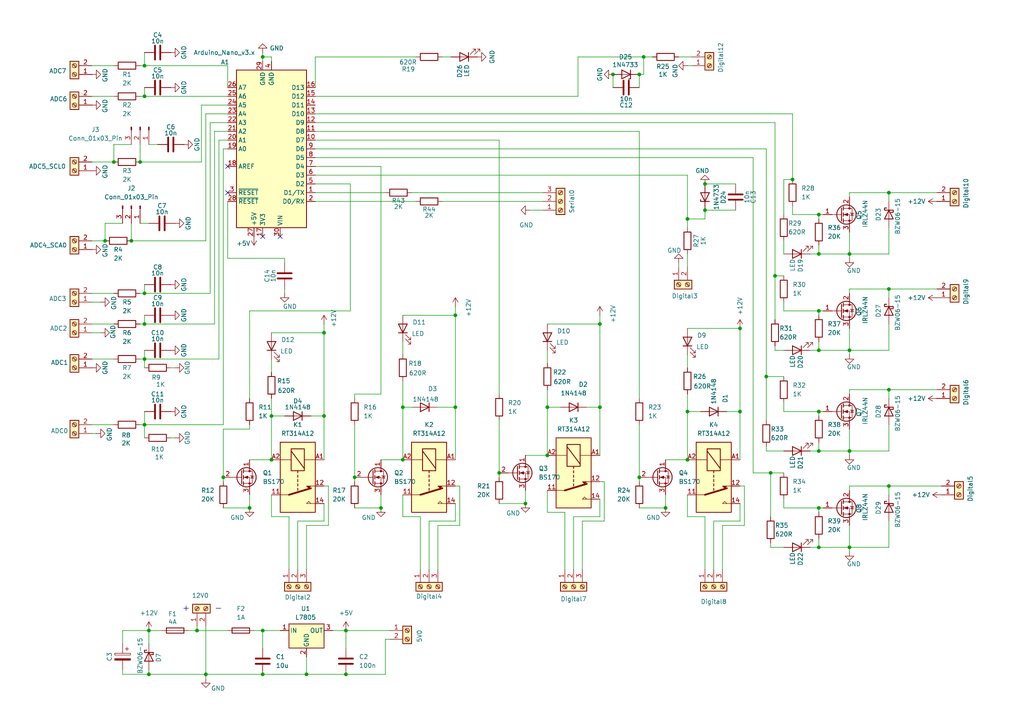
<source format=kicad_sch>
(kicad_sch
	(version 20250114)
	(generator "eeschema")
	(generator_version "9.0")
	(uuid "e0b4e026-eb74-44e8-8bd2-773b4ff73778")
	(paper "A4")
	(lib_symbols
		(symbol "Connector:Conn_01x03_Pin"
			(pin_names
				(offset 1.016)
				(hide yes)
			)
			(exclude_from_sim no)
			(in_bom yes)
			(on_board yes)
			(property "Reference" "J"
				(at 0 5.08 0)
				(effects
					(font
						(size 1.27 1.27)
					)
				)
			)
			(property "Value" "Conn_01x03_Pin"
				(at 0 -5.08 0)
				(effects
					(font
						(size 1.27 1.27)
					)
				)
			)
			(property "Footprint" ""
				(at 0 0 0)
				(effects
					(font
						(size 1.27 1.27)
					)
					(hide yes)
				)
			)
			(property "Datasheet" "~"
				(at 0 0 0)
				(effects
					(font
						(size 1.27 1.27)
					)
					(hide yes)
				)
			)
			(property "Description" "Generic connector, single row, 01x03, script generated"
				(at 0 0 0)
				(effects
					(font
						(size 1.27 1.27)
					)
					(hide yes)
				)
			)
			(property "ki_locked" ""
				(at 0 0 0)
				(effects
					(font
						(size 1.27 1.27)
					)
				)
			)
			(property "ki_keywords" "connector"
				(at 0 0 0)
				(effects
					(font
						(size 1.27 1.27)
					)
					(hide yes)
				)
			)
			(property "ki_fp_filters" "Connector*:*_1x??_*"
				(at 0 0 0)
				(effects
					(font
						(size 1.27 1.27)
					)
					(hide yes)
				)
			)
			(symbol "Conn_01x03_Pin_1_1"
				(rectangle
					(start 0.8636 2.667)
					(end 0 2.413)
					(stroke
						(width 0.1524)
						(type default)
					)
					(fill
						(type outline)
					)
				)
				(rectangle
					(start 0.8636 0.127)
					(end 0 -0.127)
					(stroke
						(width 0.1524)
						(type default)
					)
					(fill
						(type outline)
					)
				)
				(rectangle
					(start 0.8636 -2.413)
					(end 0 -2.667)
					(stroke
						(width 0.1524)
						(type default)
					)
					(fill
						(type outline)
					)
				)
				(polyline
					(pts
						(xy 1.27 2.54) (xy 0.8636 2.54)
					)
					(stroke
						(width 0.1524)
						(type default)
					)
					(fill
						(type none)
					)
				)
				(polyline
					(pts
						(xy 1.27 0) (xy 0.8636 0)
					)
					(stroke
						(width 0.1524)
						(type default)
					)
					(fill
						(type none)
					)
				)
				(polyline
					(pts
						(xy 1.27 -2.54) (xy 0.8636 -2.54)
					)
					(stroke
						(width 0.1524)
						(type default)
					)
					(fill
						(type none)
					)
				)
				(pin passive line
					(at 5.08 2.54 180)
					(length 3.81)
					(name "Pin_1"
						(effects
							(font
								(size 1.27 1.27)
							)
						)
					)
					(number "1"
						(effects
							(font
								(size 1.27 1.27)
							)
						)
					)
				)
				(pin passive line
					(at 5.08 0 180)
					(length 3.81)
					(name "Pin_2"
						(effects
							(font
								(size 1.27 1.27)
							)
						)
					)
					(number "2"
						(effects
							(font
								(size 1.27 1.27)
							)
						)
					)
				)
				(pin passive line
					(at 5.08 -2.54 180)
					(length 3.81)
					(name "Pin_3"
						(effects
							(font
								(size 1.27 1.27)
							)
						)
					)
					(number "3"
						(effects
							(font
								(size 1.27 1.27)
							)
						)
					)
				)
			)
			(embedded_fonts no)
		)
		(symbol "Connector:Screw_Terminal_01x02"
			(pin_names
				(offset 1.016)
				(hide yes)
			)
			(exclude_from_sim no)
			(in_bom yes)
			(on_board yes)
			(property "Reference" "J"
				(at 0 2.54 0)
				(effects
					(font
						(size 1.27 1.27)
					)
				)
			)
			(property "Value" "Screw_Terminal_01x02"
				(at 0 -5.08 0)
				(effects
					(font
						(size 1.27 1.27)
					)
				)
			)
			(property "Footprint" ""
				(at 0 0 0)
				(effects
					(font
						(size 1.27 1.27)
					)
					(hide yes)
				)
			)
			(property "Datasheet" "~"
				(at 0 0 0)
				(effects
					(font
						(size 1.27 1.27)
					)
					(hide yes)
				)
			)
			(property "Description" "Generic screw terminal, single row, 01x02, script generated (kicad-library-utils/schlib/autogen/connector/)"
				(at 0 0 0)
				(effects
					(font
						(size 1.27 1.27)
					)
					(hide yes)
				)
			)
			(property "ki_keywords" "screw terminal"
				(at 0 0 0)
				(effects
					(font
						(size 1.27 1.27)
					)
					(hide yes)
				)
			)
			(property "ki_fp_filters" "TerminalBlock*:*"
				(at 0 0 0)
				(effects
					(font
						(size 1.27 1.27)
					)
					(hide yes)
				)
			)
			(symbol "Screw_Terminal_01x02_1_1"
				(rectangle
					(start -1.27 1.27)
					(end 1.27 -3.81)
					(stroke
						(width 0.254)
						(type default)
					)
					(fill
						(type background)
					)
				)
				(polyline
					(pts
						(xy -0.5334 0.3302) (xy 0.3302 -0.508)
					)
					(stroke
						(width 0.1524)
						(type default)
					)
					(fill
						(type none)
					)
				)
				(polyline
					(pts
						(xy -0.5334 -2.2098) (xy 0.3302 -3.048)
					)
					(stroke
						(width 0.1524)
						(type default)
					)
					(fill
						(type none)
					)
				)
				(polyline
					(pts
						(xy -0.3556 0.508) (xy 0.508 -0.3302)
					)
					(stroke
						(width 0.1524)
						(type default)
					)
					(fill
						(type none)
					)
				)
				(polyline
					(pts
						(xy -0.3556 -2.032) (xy 0.508 -2.8702)
					)
					(stroke
						(width 0.1524)
						(type default)
					)
					(fill
						(type none)
					)
				)
				(circle
					(center 0 0)
					(radius 0.635)
					(stroke
						(width 0.1524)
						(type default)
					)
					(fill
						(type none)
					)
				)
				(circle
					(center 0 -2.54)
					(radius 0.635)
					(stroke
						(width 0.1524)
						(type default)
					)
					(fill
						(type none)
					)
				)
				(pin passive line
					(at -5.08 0 0)
					(length 3.81)
					(name "Pin_1"
						(effects
							(font
								(size 1.27 1.27)
							)
						)
					)
					(number "1"
						(effects
							(font
								(size 1.27 1.27)
							)
						)
					)
				)
				(pin passive line
					(at -5.08 -2.54 0)
					(length 3.81)
					(name "Pin_2"
						(effects
							(font
								(size 1.27 1.27)
							)
						)
					)
					(number "2"
						(effects
							(font
								(size 1.27 1.27)
							)
						)
					)
				)
			)
			(embedded_fonts no)
		)
		(symbol "Connector:Screw_Terminal_01x03"
			(pin_names
				(offset 1.016)
				(hide yes)
			)
			(exclude_from_sim no)
			(in_bom yes)
			(on_board yes)
			(property "Reference" "J"
				(at 0 5.08 0)
				(effects
					(font
						(size 1.27 1.27)
					)
				)
			)
			(property "Value" "Screw_Terminal_01x03"
				(at 0 -5.08 0)
				(effects
					(font
						(size 1.27 1.27)
					)
				)
			)
			(property "Footprint" ""
				(at 0 0 0)
				(effects
					(font
						(size 1.27 1.27)
					)
					(hide yes)
				)
			)
			(property "Datasheet" "~"
				(at 0 0 0)
				(effects
					(font
						(size 1.27 1.27)
					)
					(hide yes)
				)
			)
			(property "Description" "Generic screw terminal, single row, 01x03, script generated (kicad-library-utils/schlib/autogen/connector/)"
				(at 0 0 0)
				(effects
					(font
						(size 1.27 1.27)
					)
					(hide yes)
				)
			)
			(property "ki_keywords" "screw terminal"
				(at 0 0 0)
				(effects
					(font
						(size 1.27 1.27)
					)
					(hide yes)
				)
			)
			(property "ki_fp_filters" "TerminalBlock*:*"
				(at 0 0 0)
				(effects
					(font
						(size 1.27 1.27)
					)
					(hide yes)
				)
			)
			(symbol "Screw_Terminal_01x03_1_1"
				(rectangle
					(start -1.27 3.81)
					(end 1.27 -3.81)
					(stroke
						(width 0.254)
						(type default)
					)
					(fill
						(type background)
					)
				)
				(polyline
					(pts
						(xy -0.5334 2.8702) (xy 0.3302 2.032)
					)
					(stroke
						(width 0.1524)
						(type default)
					)
					(fill
						(type none)
					)
				)
				(polyline
					(pts
						(xy -0.5334 0.3302) (xy 0.3302 -0.508)
					)
					(stroke
						(width 0.1524)
						(type default)
					)
					(fill
						(type none)
					)
				)
				(polyline
					(pts
						(xy -0.5334 -2.2098) (xy 0.3302 -3.048)
					)
					(stroke
						(width 0.1524)
						(type default)
					)
					(fill
						(type none)
					)
				)
				(polyline
					(pts
						(xy -0.3556 3.048) (xy 0.508 2.2098)
					)
					(stroke
						(width 0.1524)
						(type default)
					)
					(fill
						(type none)
					)
				)
				(polyline
					(pts
						(xy -0.3556 0.508) (xy 0.508 -0.3302)
					)
					(stroke
						(width 0.1524)
						(type default)
					)
					(fill
						(type none)
					)
				)
				(polyline
					(pts
						(xy -0.3556 -2.032) (xy 0.508 -2.8702)
					)
					(stroke
						(width 0.1524)
						(type default)
					)
					(fill
						(type none)
					)
				)
				(circle
					(center 0 2.54)
					(radius 0.635)
					(stroke
						(width 0.1524)
						(type default)
					)
					(fill
						(type none)
					)
				)
				(circle
					(center 0 0)
					(radius 0.635)
					(stroke
						(width 0.1524)
						(type default)
					)
					(fill
						(type none)
					)
				)
				(circle
					(center 0 -2.54)
					(radius 0.635)
					(stroke
						(width 0.1524)
						(type default)
					)
					(fill
						(type none)
					)
				)
				(pin passive line
					(at -5.08 2.54 0)
					(length 3.81)
					(name "Pin_1"
						(effects
							(font
								(size 1.27 1.27)
							)
						)
					)
					(number "1"
						(effects
							(font
								(size 1.27 1.27)
							)
						)
					)
				)
				(pin passive line
					(at -5.08 0 0)
					(length 3.81)
					(name "Pin_2"
						(effects
							(font
								(size 1.27 1.27)
							)
						)
					)
					(number "2"
						(effects
							(font
								(size 1.27 1.27)
							)
						)
					)
				)
				(pin passive line
					(at -5.08 -2.54 0)
					(length 3.81)
					(name "Pin_3"
						(effects
							(font
								(size 1.27 1.27)
							)
						)
					)
					(number "3"
						(effects
							(font
								(size 1.27 1.27)
							)
						)
					)
				)
			)
			(embedded_fonts no)
		)
		(symbol "Device:C"
			(pin_numbers
				(hide yes)
			)
			(pin_names
				(offset 0.254)
			)
			(exclude_from_sim no)
			(in_bom yes)
			(on_board yes)
			(property "Reference" "C"
				(at 0.635 2.54 0)
				(effects
					(font
						(size 1.27 1.27)
					)
					(justify left)
				)
			)
			(property "Value" "C"
				(at 0.635 -2.54 0)
				(effects
					(font
						(size 1.27 1.27)
					)
					(justify left)
				)
			)
			(property "Footprint" ""
				(at 0.9652 -3.81 0)
				(effects
					(font
						(size 1.27 1.27)
					)
					(hide yes)
				)
			)
			(property "Datasheet" "~"
				(at 0 0 0)
				(effects
					(font
						(size 1.27 1.27)
					)
					(hide yes)
				)
			)
			(property "Description" "Unpolarized capacitor"
				(at 0 0 0)
				(effects
					(font
						(size 1.27 1.27)
					)
					(hide yes)
				)
			)
			(property "ki_keywords" "cap capacitor"
				(at 0 0 0)
				(effects
					(font
						(size 1.27 1.27)
					)
					(hide yes)
				)
			)
			(property "ki_fp_filters" "C_*"
				(at 0 0 0)
				(effects
					(font
						(size 1.27 1.27)
					)
					(hide yes)
				)
			)
			(symbol "C_0_1"
				(polyline
					(pts
						(xy -2.032 0.762) (xy 2.032 0.762)
					)
					(stroke
						(width 0.508)
						(type default)
					)
					(fill
						(type none)
					)
				)
				(polyline
					(pts
						(xy -2.032 -0.762) (xy 2.032 -0.762)
					)
					(stroke
						(width 0.508)
						(type default)
					)
					(fill
						(type none)
					)
				)
			)
			(symbol "C_1_1"
				(pin passive line
					(at 0 3.81 270)
					(length 2.794)
					(name "~"
						(effects
							(font
								(size 1.27 1.27)
							)
						)
					)
					(number "1"
						(effects
							(font
								(size 1.27 1.27)
							)
						)
					)
				)
				(pin passive line
					(at 0 -3.81 90)
					(length 2.794)
					(name "~"
						(effects
							(font
								(size 1.27 1.27)
							)
						)
					)
					(number "2"
						(effects
							(font
								(size 1.27 1.27)
							)
						)
					)
				)
			)
			(embedded_fonts no)
		)
		(symbol "Device:C_Polarized"
			(pin_numbers
				(hide yes)
			)
			(pin_names
				(offset 0.254)
			)
			(exclude_from_sim no)
			(in_bom yes)
			(on_board yes)
			(property "Reference" "C"
				(at 0.635 2.54 0)
				(effects
					(font
						(size 1.27 1.27)
					)
					(justify left)
				)
			)
			(property "Value" "C_Polarized"
				(at 0.635 -2.54 0)
				(effects
					(font
						(size 1.27 1.27)
					)
					(justify left)
				)
			)
			(property "Footprint" ""
				(at 0.9652 -3.81 0)
				(effects
					(font
						(size 1.27 1.27)
					)
					(hide yes)
				)
			)
			(property "Datasheet" "~"
				(at 0 0 0)
				(effects
					(font
						(size 1.27 1.27)
					)
					(hide yes)
				)
			)
			(property "Description" "Polarized capacitor"
				(at 0 0 0)
				(effects
					(font
						(size 1.27 1.27)
					)
					(hide yes)
				)
			)
			(property "ki_keywords" "cap capacitor"
				(at 0 0 0)
				(effects
					(font
						(size 1.27 1.27)
					)
					(hide yes)
				)
			)
			(property "ki_fp_filters" "CP_*"
				(at 0 0 0)
				(effects
					(font
						(size 1.27 1.27)
					)
					(hide yes)
				)
			)
			(symbol "C_Polarized_0_1"
				(rectangle
					(start -2.286 0.508)
					(end 2.286 1.016)
					(stroke
						(width 0)
						(type default)
					)
					(fill
						(type none)
					)
				)
				(polyline
					(pts
						(xy -1.778 2.286) (xy -0.762 2.286)
					)
					(stroke
						(width 0)
						(type default)
					)
					(fill
						(type none)
					)
				)
				(polyline
					(pts
						(xy -1.27 2.794) (xy -1.27 1.778)
					)
					(stroke
						(width 0)
						(type default)
					)
					(fill
						(type none)
					)
				)
				(rectangle
					(start 2.286 -0.508)
					(end -2.286 -1.016)
					(stroke
						(width 0)
						(type default)
					)
					(fill
						(type outline)
					)
				)
			)
			(symbol "C_Polarized_1_1"
				(pin passive line
					(at 0 3.81 270)
					(length 2.794)
					(name "~"
						(effects
							(font
								(size 1.27 1.27)
							)
						)
					)
					(number "1"
						(effects
							(font
								(size 1.27 1.27)
							)
						)
					)
				)
				(pin passive line
					(at 0 -3.81 90)
					(length 2.794)
					(name "~"
						(effects
							(font
								(size 1.27 1.27)
							)
						)
					)
					(number "2"
						(effects
							(font
								(size 1.27 1.27)
							)
						)
					)
				)
			)
			(embedded_fonts no)
		)
		(symbol "Device:D_Schottky"
			(pin_numbers
				(hide yes)
			)
			(pin_names
				(offset 1.016)
				(hide yes)
			)
			(exclude_from_sim no)
			(in_bom yes)
			(on_board yes)
			(property "Reference" "D"
				(at 0 2.54 0)
				(effects
					(font
						(size 1.27 1.27)
					)
				)
			)
			(property "Value" "D_Schottky"
				(at 0 -2.54 0)
				(effects
					(font
						(size 1.27 1.27)
					)
				)
			)
			(property "Footprint" ""
				(at 0 0 0)
				(effects
					(font
						(size 1.27 1.27)
					)
					(hide yes)
				)
			)
			(property "Datasheet" "~"
				(at 0 0 0)
				(effects
					(font
						(size 1.27 1.27)
					)
					(hide yes)
				)
			)
			(property "Description" "Schottky diode"
				(at 0 0 0)
				(effects
					(font
						(size 1.27 1.27)
					)
					(hide yes)
				)
			)
			(property "ki_keywords" "diode Schottky"
				(at 0 0 0)
				(effects
					(font
						(size 1.27 1.27)
					)
					(hide yes)
				)
			)
			(property "ki_fp_filters" "TO-???* *_Diode_* *SingleDiode* D_*"
				(at 0 0 0)
				(effects
					(font
						(size 1.27 1.27)
					)
					(hide yes)
				)
			)
			(symbol "D_Schottky_0_1"
				(polyline
					(pts
						(xy -1.905 0.635) (xy -1.905 1.27) (xy -1.27 1.27) (xy -1.27 -1.27) (xy -0.635 -1.27) (xy -0.635 -0.635)
					)
					(stroke
						(width 0.254)
						(type default)
					)
					(fill
						(type none)
					)
				)
				(polyline
					(pts
						(xy 1.27 1.27) (xy 1.27 -1.27) (xy -1.27 0) (xy 1.27 1.27)
					)
					(stroke
						(width 0.254)
						(type default)
					)
					(fill
						(type none)
					)
				)
				(polyline
					(pts
						(xy 1.27 0) (xy -1.27 0)
					)
					(stroke
						(width 0)
						(type default)
					)
					(fill
						(type none)
					)
				)
			)
			(symbol "D_Schottky_1_1"
				(pin passive line
					(at -3.81 0 0)
					(length 2.54)
					(name "K"
						(effects
							(font
								(size 1.27 1.27)
							)
						)
					)
					(number "1"
						(effects
							(font
								(size 1.27 1.27)
							)
						)
					)
				)
				(pin passive line
					(at 3.81 0 180)
					(length 2.54)
					(name "A"
						(effects
							(font
								(size 1.27 1.27)
							)
						)
					)
					(number "2"
						(effects
							(font
								(size 1.27 1.27)
							)
						)
					)
				)
			)
			(embedded_fonts no)
		)
		(symbol "Device:Fuse"
			(pin_numbers
				(hide yes)
			)
			(pin_names
				(offset 0)
			)
			(exclude_from_sim no)
			(in_bom yes)
			(on_board yes)
			(property "Reference" "F"
				(at 2.032 0 90)
				(effects
					(font
						(size 1.27 1.27)
					)
				)
			)
			(property "Value" "Fuse"
				(at -1.905 0 90)
				(effects
					(font
						(size 1.27 1.27)
					)
				)
			)
			(property "Footprint" ""
				(at -1.778 0 90)
				(effects
					(font
						(size 1.27 1.27)
					)
					(hide yes)
				)
			)
			(property "Datasheet" "~"
				(at 0 0 0)
				(effects
					(font
						(size 1.27 1.27)
					)
					(hide yes)
				)
			)
			(property "Description" "Fuse"
				(at 0 0 0)
				(effects
					(font
						(size 1.27 1.27)
					)
					(hide yes)
				)
			)
			(property "ki_keywords" "fuse"
				(at 0 0 0)
				(effects
					(font
						(size 1.27 1.27)
					)
					(hide yes)
				)
			)
			(property "ki_fp_filters" "*Fuse*"
				(at 0 0 0)
				(effects
					(font
						(size 1.27 1.27)
					)
					(hide yes)
				)
			)
			(symbol "Fuse_0_1"
				(rectangle
					(start -0.762 -2.54)
					(end 0.762 2.54)
					(stroke
						(width 0.254)
						(type default)
					)
					(fill
						(type none)
					)
				)
				(polyline
					(pts
						(xy 0 2.54) (xy 0 -2.54)
					)
					(stroke
						(width 0)
						(type default)
					)
					(fill
						(type none)
					)
				)
			)
			(symbol "Fuse_1_1"
				(pin passive line
					(at 0 3.81 270)
					(length 1.27)
					(name "~"
						(effects
							(font
								(size 1.27 1.27)
							)
						)
					)
					(number "1"
						(effects
							(font
								(size 1.27 1.27)
							)
						)
					)
				)
				(pin passive line
					(at 0 -3.81 90)
					(length 1.27)
					(name "~"
						(effects
							(font
								(size 1.27 1.27)
							)
						)
					)
					(number "2"
						(effects
							(font
								(size 1.27 1.27)
							)
						)
					)
				)
			)
			(embedded_fonts no)
		)
		(symbol "Device:LED"
			(pin_numbers
				(hide yes)
			)
			(pin_names
				(offset 1.016)
				(hide yes)
			)
			(exclude_from_sim no)
			(in_bom yes)
			(on_board yes)
			(property "Reference" "D"
				(at 0 2.54 0)
				(effects
					(font
						(size 1.27 1.27)
					)
				)
			)
			(property "Value" "LED"
				(at 0 -2.54 0)
				(effects
					(font
						(size 1.27 1.27)
					)
				)
			)
			(property "Footprint" ""
				(at 0 0 0)
				(effects
					(font
						(size 1.27 1.27)
					)
					(hide yes)
				)
			)
			(property "Datasheet" "~"
				(at 0 0 0)
				(effects
					(font
						(size 1.27 1.27)
					)
					(hide yes)
				)
			)
			(property "Description" "Light emitting diode"
				(at 0 0 0)
				(effects
					(font
						(size 1.27 1.27)
					)
					(hide yes)
				)
			)
			(property "Sim.Pins" "1=K 2=A"
				(at 0 0 0)
				(effects
					(font
						(size 1.27 1.27)
					)
					(hide yes)
				)
			)
			(property "ki_keywords" "LED diode"
				(at 0 0 0)
				(effects
					(font
						(size 1.27 1.27)
					)
					(hide yes)
				)
			)
			(property "ki_fp_filters" "LED* LED_SMD:* LED_THT:*"
				(at 0 0 0)
				(effects
					(font
						(size 1.27 1.27)
					)
					(hide yes)
				)
			)
			(symbol "LED_0_1"
				(polyline
					(pts
						(xy -3.048 -0.762) (xy -4.572 -2.286) (xy -3.81 -2.286) (xy -4.572 -2.286) (xy -4.572 -1.524)
					)
					(stroke
						(width 0)
						(type default)
					)
					(fill
						(type none)
					)
				)
				(polyline
					(pts
						(xy -1.778 -0.762) (xy -3.302 -2.286) (xy -2.54 -2.286) (xy -3.302 -2.286) (xy -3.302 -1.524)
					)
					(stroke
						(width 0)
						(type default)
					)
					(fill
						(type none)
					)
				)
				(polyline
					(pts
						(xy -1.27 0) (xy 1.27 0)
					)
					(stroke
						(width 0)
						(type default)
					)
					(fill
						(type none)
					)
				)
				(polyline
					(pts
						(xy -1.27 -1.27) (xy -1.27 1.27)
					)
					(stroke
						(width 0.254)
						(type default)
					)
					(fill
						(type none)
					)
				)
				(polyline
					(pts
						(xy 1.27 -1.27) (xy 1.27 1.27) (xy -1.27 0) (xy 1.27 -1.27)
					)
					(stroke
						(width 0.254)
						(type default)
					)
					(fill
						(type none)
					)
				)
			)
			(symbol "LED_1_1"
				(pin passive line
					(at -3.81 0 0)
					(length 2.54)
					(name "K"
						(effects
							(font
								(size 1.27 1.27)
							)
						)
					)
					(number "1"
						(effects
							(font
								(size 1.27 1.27)
							)
						)
					)
				)
				(pin passive line
					(at 3.81 0 180)
					(length 2.54)
					(name "A"
						(effects
							(font
								(size 1.27 1.27)
							)
						)
					)
					(number "2"
						(effects
							(font
								(size 1.27 1.27)
							)
						)
					)
				)
			)
			(embedded_fonts no)
		)
		(symbol "Device:R"
			(pin_numbers
				(hide yes)
			)
			(pin_names
				(offset 0)
			)
			(exclude_from_sim no)
			(in_bom yes)
			(on_board yes)
			(property "Reference" "R"
				(at 2.032 0 90)
				(effects
					(font
						(size 1.27 1.27)
					)
				)
			)
			(property "Value" "R"
				(at 0 0 90)
				(effects
					(font
						(size 1.27 1.27)
					)
				)
			)
			(property "Footprint" ""
				(at -1.778 0 90)
				(effects
					(font
						(size 1.27 1.27)
					)
					(hide yes)
				)
			)
			(property "Datasheet" "~"
				(at 0 0 0)
				(effects
					(font
						(size 1.27 1.27)
					)
					(hide yes)
				)
			)
			(property "Description" "Resistor"
				(at 0 0 0)
				(effects
					(font
						(size 1.27 1.27)
					)
					(hide yes)
				)
			)
			(property "ki_keywords" "R res resistor"
				(at 0 0 0)
				(effects
					(font
						(size 1.27 1.27)
					)
					(hide yes)
				)
			)
			(property "ki_fp_filters" "R_*"
				(at 0 0 0)
				(effects
					(font
						(size 1.27 1.27)
					)
					(hide yes)
				)
			)
			(symbol "R_0_1"
				(rectangle
					(start -1.016 -2.54)
					(end 1.016 2.54)
					(stroke
						(width 0.254)
						(type default)
					)
					(fill
						(type none)
					)
				)
			)
			(symbol "R_1_1"
				(pin passive line
					(at 0 3.81 270)
					(length 1.27)
					(name "~"
						(effects
							(font
								(size 1.27 1.27)
							)
						)
					)
					(number "1"
						(effects
							(font
								(size 1.27 1.27)
							)
						)
					)
				)
				(pin passive line
					(at 0 -3.81 90)
					(length 1.27)
					(name "~"
						(effects
							(font
								(size 1.27 1.27)
							)
						)
					)
					(number "2"
						(effects
							(font
								(size 1.27 1.27)
							)
						)
					)
				)
			)
			(embedded_fonts no)
		)
		(symbol "Diode:1N4148"
			(pin_numbers
				(hide yes)
			)
			(pin_names
				(hide yes)
			)
			(exclude_from_sim no)
			(in_bom yes)
			(on_board yes)
			(property "Reference" "D"
				(at 0 2.54 0)
				(effects
					(font
						(size 1.27 1.27)
					)
				)
			)
			(property "Value" "1N4148"
				(at 0 -2.54 0)
				(effects
					(font
						(size 1.27 1.27)
					)
				)
			)
			(property "Footprint" "Diode_THT:D_DO-35_SOD27_P7.62mm_Horizontal"
				(at 0 0 0)
				(effects
					(font
						(size 1.27 1.27)
					)
					(hide yes)
				)
			)
			(property "Datasheet" "https://assets.nexperia.com/documents/data-sheet/1N4148_1N4448.pdf"
				(at 0 0 0)
				(effects
					(font
						(size 1.27 1.27)
					)
					(hide yes)
				)
			)
			(property "Description" "100V 0.15A standard switching diode, DO-35"
				(at 0 0 0)
				(effects
					(font
						(size 1.27 1.27)
					)
					(hide yes)
				)
			)
			(property "Sim.Device" "D"
				(at 0 0 0)
				(effects
					(font
						(size 1.27 1.27)
					)
					(hide yes)
				)
			)
			(property "Sim.Pins" "1=K 2=A"
				(at 0 0 0)
				(effects
					(font
						(size 1.27 1.27)
					)
					(hide yes)
				)
			)
			(property "ki_keywords" "diode"
				(at 0 0 0)
				(effects
					(font
						(size 1.27 1.27)
					)
					(hide yes)
				)
			)
			(property "ki_fp_filters" "D*DO?35*"
				(at 0 0 0)
				(effects
					(font
						(size 1.27 1.27)
					)
					(hide yes)
				)
			)
			(symbol "1N4148_0_1"
				(polyline
					(pts
						(xy -1.27 1.27) (xy -1.27 -1.27)
					)
					(stroke
						(width 0.254)
						(type default)
					)
					(fill
						(type none)
					)
				)
				(polyline
					(pts
						(xy 1.27 1.27) (xy 1.27 -1.27) (xy -1.27 0) (xy 1.27 1.27)
					)
					(stroke
						(width 0.254)
						(type default)
					)
					(fill
						(type none)
					)
				)
				(polyline
					(pts
						(xy 1.27 0) (xy -1.27 0)
					)
					(stroke
						(width 0)
						(type default)
					)
					(fill
						(type none)
					)
				)
			)
			(symbol "1N4148_1_1"
				(pin passive line
					(at -3.81 0 0)
					(length 2.54)
					(name "K"
						(effects
							(font
								(size 1.27 1.27)
							)
						)
					)
					(number "1"
						(effects
							(font
								(size 1.27 1.27)
							)
						)
					)
				)
				(pin passive line
					(at 3.81 0 180)
					(length 2.54)
					(name "A"
						(effects
							(font
								(size 1.27 1.27)
							)
						)
					)
					(number "2"
						(effects
							(font
								(size 1.27 1.27)
							)
						)
					)
				)
			)
			(embedded_fonts no)
		)
		(symbol "Diode:1N47xxA"
			(pin_numbers
				(hide yes)
			)
			(pin_names
				(hide yes)
			)
			(exclude_from_sim no)
			(in_bom yes)
			(on_board yes)
			(property "Reference" "D"
				(at 0 2.54 0)
				(effects
					(font
						(size 1.27 1.27)
					)
				)
			)
			(property "Value" "1N47xxA"
				(at 0 -2.54 0)
				(effects
					(font
						(size 1.27 1.27)
					)
				)
			)
			(property "Footprint" "Diode_THT:D_DO-41_SOD81_P10.16mm_Horizontal"
				(at 0 -4.445 0)
				(effects
					(font
						(size 1.27 1.27)
					)
					(hide yes)
				)
			)
			(property "Datasheet" "https://www.vishay.com/docs/85816/1n4728a.pdf"
				(at 0 0 0)
				(effects
					(font
						(size 1.27 1.27)
					)
					(hide yes)
				)
			)
			(property "Description" "1300mW Silicon planar power Zener diodes, DO-41"
				(at 0 0 0)
				(effects
					(font
						(size 1.27 1.27)
					)
					(hide yes)
				)
			)
			(property "ki_keywords" "zener diode"
				(at 0 0 0)
				(effects
					(font
						(size 1.27 1.27)
					)
					(hide yes)
				)
			)
			(property "ki_fp_filters" "D*DO?41*"
				(at 0 0 0)
				(effects
					(font
						(size 1.27 1.27)
					)
					(hide yes)
				)
			)
			(symbol "1N47xxA_0_1"
				(polyline
					(pts
						(xy -1.27 -1.27) (xy -1.27 1.27) (xy -0.762 1.27)
					)
					(stroke
						(width 0.254)
						(type default)
					)
					(fill
						(type none)
					)
				)
				(polyline
					(pts
						(xy 1.27 0) (xy -1.27 0)
					)
					(stroke
						(width 0)
						(type default)
					)
					(fill
						(type none)
					)
				)
				(polyline
					(pts
						(xy 1.27 -1.27) (xy 1.27 1.27) (xy -1.27 0) (xy 1.27 -1.27)
					)
					(stroke
						(width 0.254)
						(type default)
					)
					(fill
						(type none)
					)
				)
			)
			(symbol "1N47xxA_1_1"
				(pin passive line
					(at -3.81 0 0)
					(length 2.54)
					(name "K"
						(effects
							(font
								(size 1.27 1.27)
							)
						)
					)
					(number "1"
						(effects
							(font
								(size 1.27 1.27)
							)
						)
					)
				)
				(pin passive line
					(at 3.81 0 180)
					(length 2.54)
					(name "A"
						(effects
							(font
								(size 1.27 1.27)
							)
						)
					)
					(number "2"
						(effects
							(font
								(size 1.27 1.27)
							)
						)
					)
				)
			)
			(embedded_fonts no)
		)
		(symbol "MCU_Module:Arduino_Nano_v3.x"
			(exclude_from_sim no)
			(in_bom yes)
			(on_board yes)
			(property "Reference" "A"
				(at -10.16 23.495 0)
				(effects
					(font
						(size 1.27 1.27)
					)
					(justify left bottom)
				)
			)
			(property "Value" "Arduino_Nano_v3.x"
				(at 5.08 -24.13 0)
				(effects
					(font
						(size 1.27 1.27)
					)
					(justify left top)
				)
			)
			(property "Footprint" "Module:Arduino_Nano"
				(at 0 0 0)
				(effects
					(font
						(size 1.27 1.27)
						(italic yes)
					)
					(hide yes)
				)
			)
			(property "Datasheet" "http://www.mouser.com/pdfdocs/Gravitech_Arduino_Nano3_0.pdf"
				(at 0 0 0)
				(effects
					(font
						(size 1.27 1.27)
					)
					(hide yes)
				)
			)
			(property "Description" "Arduino Nano v3.x"
				(at 0 0 0)
				(effects
					(font
						(size 1.27 1.27)
					)
					(hide yes)
				)
			)
			(property "ki_keywords" "Arduino nano microcontroller module USB"
				(at 0 0 0)
				(effects
					(font
						(size 1.27 1.27)
					)
					(hide yes)
				)
			)
			(property "ki_fp_filters" "Arduino*Nano*"
				(at 0 0 0)
				(effects
					(font
						(size 1.27 1.27)
					)
					(hide yes)
				)
			)
			(symbol "Arduino_Nano_v3.x_0_1"
				(rectangle
					(start -10.16 22.86)
					(end 10.16 -22.86)
					(stroke
						(width 0.254)
						(type default)
					)
					(fill
						(type background)
					)
				)
			)
			(symbol "Arduino_Nano_v3.x_1_1"
				(pin bidirectional line
					(at -12.7 15.24 0)
					(length 2.54)
					(name "D0/RX"
						(effects
							(font
								(size 1.27 1.27)
							)
						)
					)
					(number "2"
						(effects
							(font
								(size 1.27 1.27)
							)
						)
					)
				)
				(pin bidirectional line
					(at -12.7 12.7 0)
					(length 2.54)
					(name "D1/TX"
						(effects
							(font
								(size 1.27 1.27)
							)
						)
					)
					(number "1"
						(effects
							(font
								(size 1.27 1.27)
							)
						)
					)
				)
				(pin bidirectional line
					(at -12.7 10.16 0)
					(length 2.54)
					(name "D2"
						(effects
							(font
								(size 1.27 1.27)
							)
						)
					)
					(number "5"
						(effects
							(font
								(size 1.27 1.27)
							)
						)
					)
				)
				(pin bidirectional line
					(at -12.7 7.62 0)
					(length 2.54)
					(name "D3"
						(effects
							(font
								(size 1.27 1.27)
							)
						)
					)
					(number "6"
						(effects
							(font
								(size 1.27 1.27)
							)
						)
					)
				)
				(pin bidirectional line
					(at -12.7 5.08 0)
					(length 2.54)
					(name "D4"
						(effects
							(font
								(size 1.27 1.27)
							)
						)
					)
					(number "7"
						(effects
							(font
								(size 1.27 1.27)
							)
						)
					)
				)
				(pin bidirectional line
					(at -12.7 2.54 0)
					(length 2.54)
					(name "D5"
						(effects
							(font
								(size 1.27 1.27)
							)
						)
					)
					(number "8"
						(effects
							(font
								(size 1.27 1.27)
							)
						)
					)
				)
				(pin bidirectional line
					(at -12.7 0 0)
					(length 2.54)
					(name "D6"
						(effects
							(font
								(size 1.27 1.27)
							)
						)
					)
					(number "9"
						(effects
							(font
								(size 1.27 1.27)
							)
						)
					)
				)
				(pin bidirectional line
					(at -12.7 -2.54 0)
					(length 2.54)
					(name "D7"
						(effects
							(font
								(size 1.27 1.27)
							)
						)
					)
					(number "10"
						(effects
							(font
								(size 1.27 1.27)
							)
						)
					)
				)
				(pin bidirectional line
					(at -12.7 -5.08 0)
					(length 2.54)
					(name "D8"
						(effects
							(font
								(size 1.27 1.27)
							)
						)
					)
					(number "11"
						(effects
							(font
								(size 1.27 1.27)
							)
						)
					)
				)
				(pin bidirectional line
					(at -12.7 -7.62 0)
					(length 2.54)
					(name "D9"
						(effects
							(font
								(size 1.27 1.27)
							)
						)
					)
					(number "12"
						(effects
							(font
								(size 1.27 1.27)
							)
						)
					)
				)
				(pin bidirectional line
					(at -12.7 -10.16 0)
					(length 2.54)
					(name "D10"
						(effects
							(font
								(size 1.27 1.27)
							)
						)
					)
					(number "13"
						(effects
							(font
								(size 1.27 1.27)
							)
						)
					)
				)
				(pin bidirectional line
					(at -12.7 -12.7 0)
					(length 2.54)
					(name "D11"
						(effects
							(font
								(size 1.27 1.27)
							)
						)
					)
					(number "14"
						(effects
							(font
								(size 1.27 1.27)
							)
						)
					)
				)
				(pin bidirectional line
					(at -12.7 -15.24 0)
					(length 2.54)
					(name "D12"
						(effects
							(font
								(size 1.27 1.27)
							)
						)
					)
					(number "15"
						(effects
							(font
								(size 1.27 1.27)
							)
						)
					)
				)
				(pin bidirectional line
					(at -12.7 -17.78 0)
					(length 2.54)
					(name "D13"
						(effects
							(font
								(size 1.27 1.27)
							)
						)
					)
					(number "16"
						(effects
							(font
								(size 1.27 1.27)
							)
						)
					)
				)
				(pin power_in line
					(at -2.54 25.4 270)
					(length 2.54)
					(name "VIN"
						(effects
							(font
								(size 1.27 1.27)
							)
						)
					)
					(number "30"
						(effects
							(font
								(size 1.27 1.27)
							)
						)
					)
				)
				(pin power_in line
					(at 0 -25.4 90)
					(length 2.54)
					(name "GND"
						(effects
							(font
								(size 1.27 1.27)
							)
						)
					)
					(number "4"
						(effects
							(font
								(size 1.27 1.27)
							)
						)
					)
				)
				(pin power_out line
					(at 2.54 25.4 270)
					(length 2.54)
					(name "3V3"
						(effects
							(font
								(size 1.27 1.27)
							)
						)
					)
					(number "17"
						(effects
							(font
								(size 1.27 1.27)
							)
						)
					)
				)
				(pin power_in line
					(at 2.54 -25.4 90)
					(length 2.54)
					(name "GND"
						(effects
							(font
								(size 1.27 1.27)
							)
						)
					)
					(number "29"
						(effects
							(font
								(size 1.27 1.27)
							)
						)
					)
				)
				(pin power_out line
					(at 5.08 25.4 270)
					(length 2.54)
					(name "+5V"
						(effects
							(font
								(size 1.27 1.27)
							)
						)
					)
					(number "27"
						(effects
							(font
								(size 1.27 1.27)
							)
						)
					)
				)
				(pin input line
					(at 12.7 15.24 180)
					(length 2.54)
					(name "~{RESET}"
						(effects
							(font
								(size 1.27 1.27)
							)
						)
					)
					(number "28"
						(effects
							(font
								(size 1.27 1.27)
							)
						)
					)
				)
				(pin input line
					(at 12.7 12.7 180)
					(length 2.54)
					(name "~{RESET}"
						(effects
							(font
								(size 1.27 1.27)
							)
						)
					)
					(number "3"
						(effects
							(font
								(size 1.27 1.27)
							)
						)
					)
				)
				(pin input line
					(at 12.7 5.08 180)
					(length 2.54)
					(name "AREF"
						(effects
							(font
								(size 1.27 1.27)
							)
						)
					)
					(number "18"
						(effects
							(font
								(size 1.27 1.27)
							)
						)
					)
				)
				(pin bidirectional line
					(at 12.7 0 180)
					(length 2.54)
					(name "A0"
						(effects
							(font
								(size 1.27 1.27)
							)
						)
					)
					(number "19"
						(effects
							(font
								(size 1.27 1.27)
							)
						)
					)
				)
				(pin bidirectional line
					(at 12.7 -2.54 180)
					(length 2.54)
					(name "A1"
						(effects
							(font
								(size 1.27 1.27)
							)
						)
					)
					(number "20"
						(effects
							(font
								(size 1.27 1.27)
							)
						)
					)
				)
				(pin bidirectional line
					(at 12.7 -5.08 180)
					(length 2.54)
					(name "A2"
						(effects
							(font
								(size 1.27 1.27)
							)
						)
					)
					(number "21"
						(effects
							(font
								(size 1.27 1.27)
							)
						)
					)
				)
				(pin bidirectional line
					(at 12.7 -7.62 180)
					(length 2.54)
					(name "A3"
						(effects
							(font
								(size 1.27 1.27)
							)
						)
					)
					(number "22"
						(effects
							(font
								(size 1.27 1.27)
							)
						)
					)
				)
				(pin bidirectional line
					(at 12.7 -10.16 180)
					(length 2.54)
					(name "A4"
						(effects
							(font
								(size 1.27 1.27)
							)
						)
					)
					(number "23"
						(effects
							(font
								(size 1.27 1.27)
							)
						)
					)
				)
				(pin bidirectional line
					(at 12.7 -12.7 180)
					(length 2.54)
					(name "A5"
						(effects
							(font
								(size 1.27 1.27)
							)
						)
					)
					(number "24"
						(effects
							(font
								(size 1.27 1.27)
							)
						)
					)
				)
				(pin bidirectional line
					(at 12.7 -15.24 180)
					(length 2.54)
					(name "A6"
						(effects
							(font
								(size 1.27 1.27)
							)
						)
					)
					(number "25"
						(effects
							(font
								(size 1.27 1.27)
							)
						)
					)
				)
				(pin bidirectional line
					(at 12.7 -17.78 180)
					(length 2.54)
					(name "A7"
						(effects
							(font
								(size 1.27 1.27)
							)
						)
					)
					(number "26"
						(effects
							(font
								(size 1.27 1.27)
							)
						)
					)
				)
			)
			(embedded_fonts no)
		)
		(symbol "Regulator_Linear:L7805"
			(pin_names
				(offset 0.254)
			)
			(exclude_from_sim no)
			(in_bom yes)
			(on_board yes)
			(property "Reference" "U"
				(at -3.81 3.175 0)
				(effects
					(font
						(size 1.27 1.27)
					)
				)
			)
			(property "Value" "L7805"
				(at 0 3.175 0)
				(effects
					(font
						(size 1.27 1.27)
					)
					(justify left)
				)
			)
			(property "Footprint" ""
				(at 0.635 -3.81 0)
				(effects
					(font
						(size 1.27 1.27)
						(italic yes)
					)
					(justify left)
					(hide yes)
				)
			)
			(property "Datasheet" "http://www.st.com/content/ccc/resource/technical/document/datasheet/41/4f/b3/b0/12/d4/47/88/CD00000444.pdf/files/CD00000444.pdf/jcr:content/translations/en.CD00000444.pdf"
				(at 0 -1.27 0)
				(effects
					(font
						(size 1.27 1.27)
					)
					(hide yes)
				)
			)
			(property "Description" "Positive 1.5A 35V Linear Regulator, Fixed Output 5V, TO-220/TO-263/TO-252"
				(at 0 0 0)
				(effects
					(font
						(size 1.27 1.27)
					)
					(hide yes)
				)
			)
			(property "ki_keywords" "Voltage Regulator 1.5A Positive"
				(at 0 0 0)
				(effects
					(font
						(size 1.27 1.27)
					)
					(hide yes)
				)
			)
			(property "ki_fp_filters" "TO?252* TO?263* TO?220*"
				(at 0 0 0)
				(effects
					(font
						(size 1.27 1.27)
					)
					(hide yes)
				)
			)
			(symbol "L7805_0_1"
				(rectangle
					(start -5.08 1.905)
					(end 5.08 -5.08)
					(stroke
						(width 0.254)
						(type default)
					)
					(fill
						(type background)
					)
				)
			)
			(symbol "L7805_1_1"
				(pin power_in line
					(at -7.62 0 0)
					(length 2.54)
					(name "IN"
						(effects
							(font
								(size 1.27 1.27)
							)
						)
					)
					(number "1"
						(effects
							(font
								(size 1.27 1.27)
							)
						)
					)
				)
				(pin power_in line
					(at 0 -7.62 90)
					(length 2.54)
					(name "GND"
						(effects
							(font
								(size 1.27 1.27)
							)
						)
					)
					(number "2"
						(effects
							(font
								(size 1.27 1.27)
							)
						)
					)
				)
				(pin power_out line
					(at 7.62 0 180)
					(length 2.54)
					(name "OUT"
						(effects
							(font
								(size 1.27 1.27)
							)
						)
					)
					(number "3"
						(effects
							(font
								(size 1.27 1.27)
							)
						)
					)
				)
			)
			(embedded_fonts no)
		)
		(symbol "Relay:RT314A12"
			(exclude_from_sim no)
			(in_bom yes)
			(on_board yes)
			(property "Reference" "K"
				(at 11.43 3.81 0)
				(effects
					(font
						(size 1.27 1.27)
					)
					(justify left)
				)
			)
			(property "Value" "RT314A12"
				(at 11.43 1.27 0)
				(effects
					(font
						(size 1.27 1.27)
					)
					(justify left)
				)
			)
			(property "Footprint" "Relay_THT:Relay_SPDT_Schrack-RT1-16A-FormC_RM5mm"
				(at 39.37 -1.27 0)
				(effects
					(font
						(size 1.27 1.27)
					)
					(hide yes)
				)
			)
			(property "Datasheet" "https://www.te.com/commerce/DocumentDelivery/DDEController?Action=srchrtrv&DocNm=RT1_bistable&DocType=DS&DocLang=English"
				(at 0 0 0)
				(effects
					(font
						(size 1.27 1.27)
					)
					(hide yes)
				)
			)
			(property "Description" "Schrack RT1 relay, bistable single pole dual throw, single DC coil, 12V"
				(at 0 0 0)
				(effects
					(font
						(size 1.27 1.27)
					)
					(hide yes)
				)
			)
			(property "ki_keywords" "TE SPDT 1P2T CO bistable DC"
				(at 0 0 0)
				(effects
					(font
						(size 1.27 1.27)
					)
					(hide yes)
				)
			)
			(property "ki_fp_filters" "Relay*SPDT*Schrack*RT1*16A*FormC*RM5mm*"
				(at 0 0 0)
				(effects
					(font
						(size 1.27 1.27)
					)
					(hide yes)
				)
			)
			(symbol "RT314A12_0_0"
				(polyline
					(pts
						(xy -2.54 1.905) (xy -7.62 -1.905)
					)
					(stroke
						(width 0.254)
						(type default)
					)
					(fill
						(type none)
					)
				)
			)
			(symbol "RT314A12_0_1"
				(rectangle
					(start -10.16 5.08)
					(end 10.16 -5.08)
					(stroke
						(width 0.254)
						(type default)
					)
					(fill
						(type background)
					)
				)
				(rectangle
					(start -8.255 1.905)
					(end -1.905 -1.905)
					(stroke
						(width 0.254)
						(type default)
					)
					(fill
						(type none)
					)
				)
				(polyline
					(pts
						(xy -5.08 5.08) (xy -5.08 1.905)
					)
					(stroke
						(width 0)
						(type default)
					)
					(fill
						(type none)
					)
				)
				(polyline
					(pts
						(xy -5.08 -5.08) (xy -5.08 -1.905)
					)
					(stroke
						(width 0)
						(type default)
					)
					(fill
						(type none)
					)
				)
				(polyline
					(pts
						(xy -1.905 0) (xy -1.27 0)
					)
					(stroke
						(width 0.254)
						(type default)
					)
					(fill
						(type none)
					)
				)
				(polyline
					(pts
						(xy -0.635 0) (xy 0 0)
					)
					(stroke
						(width 0.254)
						(type default)
					)
					(fill
						(type none)
					)
				)
				(polyline
					(pts
						(xy 0.635 0) (xy 1.27 0)
					)
					(stroke
						(width 0.254)
						(type default)
					)
					(fill
						(type none)
					)
				)
				(polyline
					(pts
						(xy 1.905 0) (xy 2.54 0)
					)
					(stroke
						(width 0.254)
						(type default)
					)
					(fill
						(type none)
					)
				)
				(polyline
					(pts
						(xy 2.54 5.08) (xy 2.54 2.54) (xy 3.175 3.175) (xy 2.54 3.81)
					)
					(stroke
						(width 0)
						(type default)
					)
					(fill
						(type outline)
					)
				)
				(polyline
					(pts
						(xy 3.175 0) (xy 3.81 0)
					)
					(stroke
						(width 0.254)
						(type default)
					)
					(fill
						(type none)
					)
				)
				(polyline
					(pts
						(xy 5.08 -2.54) (xy 3.175 3.81)
					)
					(stroke
						(width 0.508)
						(type default)
					)
					(fill
						(type none)
					)
				)
				(polyline
					(pts
						(xy 5.08 -2.54) (xy 5.08 -5.08)
					)
					(stroke
						(width 0)
						(type default)
					)
					(fill
						(type none)
					)
				)
				(polyline
					(pts
						(xy 7.62 5.08) (xy 7.62 2.54) (xy 6.985 3.175) (xy 7.62 3.81)
					)
					(stroke
						(width 0)
						(type default)
					)
					(fill
						(type none)
					)
				)
			)
			(symbol "RT314A12_1_1"
				(pin passive line
					(at -5.08 7.62 270)
					(length 2.54)
					(name "~"
						(effects
							(font
								(size 1.27 1.27)
							)
						)
					)
					(number "A1"
						(effects
							(font
								(size 1.27 1.27)
							)
						)
					)
				)
				(pin passive line
					(at -5.08 -7.62 90)
					(length 2.54)
					(name "~"
						(effects
							(font
								(size 1.27 1.27)
							)
						)
					)
					(number "A2"
						(effects
							(font
								(size 1.27 1.27)
							)
						)
					)
				)
				(pin passive line
					(at 2.54 7.62 270)
					(length 2.54)
					(name "~"
						(effects
							(font
								(size 1.27 1.27)
							)
						)
					)
					(number "12"
						(effects
							(font
								(size 1.27 1.27)
							)
						)
					)
				)
				(pin passive line
					(at 5.08 -7.62 90)
					(length 2.54)
					(name "~"
						(effects
							(font
								(size 1.27 1.27)
							)
						)
					)
					(number "11"
						(effects
							(font
								(size 1.27 1.27)
							)
						)
					)
				)
				(pin passive line
					(at 7.62 7.62 270)
					(length 2.54)
					(name "~"
						(effects
							(font
								(size 1.27 1.27)
							)
						)
					)
					(number "14"
						(effects
							(font
								(size 1.27 1.27)
							)
						)
					)
				)
			)
			(embedded_fonts no)
		)
		(symbol "Transistor_FET:BS170"
			(pin_names
				(hide yes)
			)
			(exclude_from_sim no)
			(in_bom yes)
			(on_board yes)
			(property "Reference" "Q"
				(at 5.08 1.905 0)
				(effects
					(font
						(size 1.27 1.27)
					)
					(justify left)
				)
			)
			(property "Value" "BS170"
				(at 5.08 0 0)
				(effects
					(font
						(size 1.27 1.27)
					)
					(justify left)
				)
			)
			(property "Footprint" "Package_TO_SOT_THT:TO-92_Inline"
				(at 5.08 -1.905 0)
				(effects
					(font
						(size 1.27 1.27)
						(italic yes)
					)
					(justify left)
					(hide yes)
				)
			)
			(property "Datasheet" "https://www.onsemi.com/pub/Collateral/BS170-D.PDF"
				(at 5.08 -3.81 0)
				(effects
					(font
						(size 1.27 1.27)
					)
					(justify left)
					(hide yes)
				)
			)
			(property "Description" "0.5A Id, 60V Vds, N-Channel MOSFET, TO-92"
				(at 0 0 0)
				(effects
					(font
						(size 1.27 1.27)
					)
					(hide yes)
				)
			)
			(property "ki_keywords" "N-Channel MOSFET"
				(at 0 0 0)
				(effects
					(font
						(size 1.27 1.27)
					)
					(hide yes)
				)
			)
			(property "ki_fp_filters" "TO?92*"
				(at 0 0 0)
				(effects
					(font
						(size 1.27 1.27)
					)
					(hide yes)
				)
			)
			(symbol "BS170_0_1"
				(polyline
					(pts
						(xy 0.254 1.905) (xy 0.254 -1.905)
					)
					(stroke
						(width 0.254)
						(type default)
					)
					(fill
						(type none)
					)
				)
				(polyline
					(pts
						(xy 0.254 0) (xy -2.54 0)
					)
					(stroke
						(width 0)
						(type default)
					)
					(fill
						(type none)
					)
				)
				(polyline
					(pts
						(xy 0.762 2.286) (xy 0.762 1.27)
					)
					(stroke
						(width 0.254)
						(type default)
					)
					(fill
						(type none)
					)
				)
				(polyline
					(pts
						(xy 0.762 0.508) (xy 0.762 -0.508)
					)
					(stroke
						(width 0.254)
						(type default)
					)
					(fill
						(type none)
					)
				)
				(polyline
					(pts
						(xy 0.762 -1.27) (xy 0.762 -2.286)
					)
					(stroke
						(width 0.254)
						(type default)
					)
					(fill
						(type none)
					)
				)
				(polyline
					(pts
						(xy 0.762 -1.778) (xy 3.302 -1.778) (xy 3.302 1.778) (xy 0.762 1.778)
					)
					(stroke
						(width 0)
						(type default)
					)
					(fill
						(type none)
					)
				)
				(polyline
					(pts
						(xy 1.016 0) (xy 2.032 0.381) (xy 2.032 -0.381) (xy 1.016 0)
					)
					(stroke
						(width 0)
						(type default)
					)
					(fill
						(type outline)
					)
				)
				(circle
					(center 1.651 0)
					(radius 2.794)
					(stroke
						(width 0.254)
						(type default)
					)
					(fill
						(type none)
					)
				)
				(polyline
					(pts
						(xy 2.54 2.54) (xy 2.54 1.778)
					)
					(stroke
						(width 0)
						(type default)
					)
					(fill
						(type none)
					)
				)
				(circle
					(center 2.54 1.778)
					(radius 0.254)
					(stroke
						(width 0)
						(type default)
					)
					(fill
						(type outline)
					)
				)
				(circle
					(center 2.54 -1.778)
					(radius 0.254)
					(stroke
						(width 0)
						(type default)
					)
					(fill
						(type outline)
					)
				)
				(polyline
					(pts
						(xy 2.54 -2.54) (xy 2.54 0) (xy 0.762 0)
					)
					(stroke
						(width 0)
						(type default)
					)
					(fill
						(type none)
					)
				)
				(polyline
					(pts
						(xy 2.794 0.508) (xy 2.921 0.381) (xy 3.683 0.381) (xy 3.81 0.254)
					)
					(stroke
						(width 0)
						(type default)
					)
					(fill
						(type none)
					)
				)
				(polyline
					(pts
						(xy 3.302 0.381) (xy 2.921 -0.254) (xy 3.683 -0.254) (xy 3.302 0.381)
					)
					(stroke
						(width 0)
						(type default)
					)
					(fill
						(type none)
					)
				)
			)
			(symbol "BS170_1_1"
				(pin input line
					(at -5.08 0 0)
					(length 2.54)
					(name "G"
						(effects
							(font
								(size 1.27 1.27)
							)
						)
					)
					(number "2"
						(effects
							(font
								(size 1.27 1.27)
							)
						)
					)
				)
				(pin passive line
					(at 2.54 5.08 270)
					(length 2.54)
					(name "D"
						(effects
							(font
								(size 1.27 1.27)
							)
						)
					)
					(number "1"
						(effects
							(font
								(size 1.27 1.27)
							)
						)
					)
				)
				(pin passive line
					(at 2.54 -5.08 90)
					(length 2.54)
					(name "S"
						(effects
							(font
								(size 1.27 1.27)
							)
						)
					)
					(number "3"
						(effects
							(font
								(size 1.27 1.27)
							)
						)
					)
				)
			)
			(embedded_fonts no)
		)
		(symbol "Transistor_FET:IRLZ44N"
			(pin_names
				(hide yes)
			)
			(exclude_from_sim no)
			(in_bom yes)
			(on_board yes)
			(property "Reference" "Q"
				(at 5.08 1.905 0)
				(effects
					(font
						(size 1.27 1.27)
					)
					(justify left)
				)
			)
			(property "Value" "IRLZ44N"
				(at 5.08 0 0)
				(effects
					(font
						(size 1.27 1.27)
					)
					(justify left)
				)
			)
			(property "Footprint" "Package_TO_SOT_THT:TO-220-3_Vertical"
				(at 5.08 -1.905 0)
				(effects
					(font
						(size 1.27 1.27)
						(italic yes)
					)
					(justify left)
					(hide yes)
				)
			)
			(property "Datasheet" "http://www.irf.com/product-info/datasheets/data/irlz44n.pdf"
				(at 5.08 -3.81 0)
				(effects
					(font
						(size 1.27 1.27)
					)
					(justify left)
					(hide yes)
				)
			)
			(property "Description" "47A Id, 55V Vds, 22mOhm Rds Single N-Channel HEXFET Power MOSFET, TO-220AB"
				(at 0 0 0)
				(effects
					(font
						(size 1.27 1.27)
					)
					(hide yes)
				)
			)
			(property "ki_keywords" "N-Channel HEXFET MOSFET Logic-Level"
				(at 0 0 0)
				(effects
					(font
						(size 1.27 1.27)
					)
					(hide yes)
				)
			)
			(property "ki_fp_filters" "TO?220*"
				(at 0 0 0)
				(effects
					(font
						(size 1.27 1.27)
					)
					(hide yes)
				)
			)
			(symbol "IRLZ44N_0_1"
				(polyline
					(pts
						(xy 0.254 1.905) (xy 0.254 -1.905)
					)
					(stroke
						(width 0.254)
						(type default)
					)
					(fill
						(type none)
					)
				)
				(polyline
					(pts
						(xy 0.254 0) (xy -2.54 0)
					)
					(stroke
						(width 0)
						(type default)
					)
					(fill
						(type none)
					)
				)
				(polyline
					(pts
						(xy 0.762 2.286) (xy 0.762 1.27)
					)
					(stroke
						(width 0.254)
						(type default)
					)
					(fill
						(type none)
					)
				)
				(polyline
					(pts
						(xy 0.762 0.508) (xy 0.762 -0.508)
					)
					(stroke
						(width 0.254)
						(type default)
					)
					(fill
						(type none)
					)
				)
				(polyline
					(pts
						(xy 0.762 -1.27) (xy 0.762 -2.286)
					)
					(stroke
						(width 0.254)
						(type default)
					)
					(fill
						(type none)
					)
				)
				(polyline
					(pts
						(xy 0.762 -1.778) (xy 3.302 -1.778) (xy 3.302 1.778) (xy 0.762 1.778)
					)
					(stroke
						(width 0)
						(type default)
					)
					(fill
						(type none)
					)
				)
				(polyline
					(pts
						(xy 1.016 0) (xy 2.032 0.381) (xy 2.032 -0.381) (xy 1.016 0)
					)
					(stroke
						(width 0)
						(type default)
					)
					(fill
						(type outline)
					)
				)
				(circle
					(center 1.651 0)
					(radius 2.794)
					(stroke
						(width 0.254)
						(type default)
					)
					(fill
						(type none)
					)
				)
				(polyline
					(pts
						(xy 2.54 2.54) (xy 2.54 1.778)
					)
					(stroke
						(width 0)
						(type default)
					)
					(fill
						(type none)
					)
				)
				(circle
					(center 2.54 1.778)
					(radius 0.254)
					(stroke
						(width 0)
						(type default)
					)
					(fill
						(type outline)
					)
				)
				(circle
					(center 2.54 -1.778)
					(radius 0.254)
					(stroke
						(width 0)
						(type default)
					)
					(fill
						(type outline)
					)
				)
				(polyline
					(pts
						(xy 2.54 -2.54) (xy 2.54 0) (xy 0.762 0)
					)
					(stroke
						(width 0)
						(type default)
					)
					(fill
						(type none)
					)
				)
				(polyline
					(pts
						(xy 2.794 0.508) (xy 2.921 0.381) (xy 3.683 0.381) (xy 3.81 0.254)
					)
					(stroke
						(width 0)
						(type default)
					)
					(fill
						(type none)
					)
				)
				(polyline
					(pts
						(xy 3.302 0.381) (xy 2.921 -0.254) (xy 3.683 -0.254) (xy 3.302 0.381)
					)
					(stroke
						(width 0)
						(type default)
					)
					(fill
						(type none)
					)
				)
			)
			(symbol "IRLZ44N_1_1"
				(pin input line
					(at -5.08 0 0)
					(length 2.54)
					(name "G"
						(effects
							(font
								(size 1.27 1.27)
							)
						)
					)
					(number "1"
						(effects
							(font
								(size 1.27 1.27)
							)
						)
					)
				)
				(pin passive line
					(at 2.54 5.08 270)
					(length 2.54)
					(name "D"
						(effects
							(font
								(size 1.27 1.27)
							)
						)
					)
					(number "2"
						(effects
							(font
								(size 1.27 1.27)
							)
						)
					)
				)
				(pin passive line
					(at 2.54 -5.08 90)
					(length 2.54)
					(name "S"
						(effects
							(font
								(size 1.27 1.27)
							)
						)
					)
					(number "3"
						(effects
							(font
								(size 1.27 1.27)
							)
						)
					)
				)
			)
			(embedded_fonts no)
		)
		(symbol "power:+12V"
			(power)
			(pin_numbers
				(hide yes)
			)
			(pin_names
				(offset 0)
				(hide yes)
			)
			(exclude_from_sim no)
			(in_bom yes)
			(on_board yes)
			(property "Reference" "#PWR"
				(at 0 -3.81 0)
				(effects
					(font
						(size 1.27 1.27)
					)
					(hide yes)
				)
			)
			(property "Value" "+12V"
				(at 0 3.556 0)
				(effects
					(font
						(size 1.27 1.27)
					)
				)
			)
			(property "Footprint" ""
				(at 0 0 0)
				(effects
					(font
						(size 1.27 1.27)
					)
					(hide yes)
				)
			)
			(property "Datasheet" ""
				(at 0 0 0)
				(effects
					(font
						(size 1.27 1.27)
					)
					(hide yes)
				)
			)
			(property "Description" "Power symbol creates a global label with name \"+12V\""
				(at 0 0 0)
				(effects
					(font
						(size 1.27 1.27)
					)
					(hide yes)
				)
			)
			(property "ki_keywords" "global power"
				(at 0 0 0)
				(effects
					(font
						(size 1.27 1.27)
					)
					(hide yes)
				)
			)
			(symbol "+12V_0_1"
				(polyline
					(pts
						(xy -0.762 1.27) (xy 0 2.54)
					)
					(stroke
						(width 0)
						(type default)
					)
					(fill
						(type none)
					)
				)
				(polyline
					(pts
						(xy 0 2.54) (xy 0.762 1.27)
					)
					(stroke
						(width 0)
						(type default)
					)
					(fill
						(type none)
					)
				)
				(polyline
					(pts
						(xy 0 0) (xy 0 2.54)
					)
					(stroke
						(width 0)
						(type default)
					)
					(fill
						(type none)
					)
				)
			)
			(symbol "+12V_1_1"
				(pin power_in line
					(at 0 0 90)
					(length 0)
					(name "~"
						(effects
							(font
								(size 1.27 1.27)
							)
						)
					)
					(number "1"
						(effects
							(font
								(size 1.27 1.27)
							)
						)
					)
				)
			)
			(embedded_fonts no)
		)
		(symbol "power:+5V"
			(power)
			(pin_numbers
				(hide yes)
			)
			(pin_names
				(offset 0)
				(hide yes)
			)
			(exclude_from_sim no)
			(in_bom yes)
			(on_board yes)
			(property "Reference" "#PWR"
				(at 0 -3.81 0)
				(effects
					(font
						(size 1.27 1.27)
					)
					(hide yes)
				)
			)
			(property "Value" "+5V"
				(at 0 3.556 0)
				(effects
					(font
						(size 1.27 1.27)
					)
				)
			)
			(property "Footprint" ""
				(at 0 0 0)
				(effects
					(font
						(size 1.27 1.27)
					)
					(hide yes)
				)
			)
			(property "Datasheet" ""
				(at 0 0 0)
				(effects
					(font
						(size 1.27 1.27)
					)
					(hide yes)
				)
			)
			(property "Description" "Power symbol creates a global label with name \"+5V\""
				(at 0 0 0)
				(effects
					(font
						(size 1.27 1.27)
					)
					(hide yes)
				)
			)
			(property "ki_keywords" "global power"
				(at 0 0 0)
				(effects
					(font
						(size 1.27 1.27)
					)
					(hide yes)
				)
			)
			(symbol "+5V_0_1"
				(polyline
					(pts
						(xy -0.762 1.27) (xy 0 2.54)
					)
					(stroke
						(width 0)
						(type default)
					)
					(fill
						(type none)
					)
				)
				(polyline
					(pts
						(xy 0 2.54) (xy 0.762 1.27)
					)
					(stroke
						(width 0)
						(type default)
					)
					(fill
						(type none)
					)
				)
				(polyline
					(pts
						(xy 0 0) (xy 0 2.54)
					)
					(stroke
						(width 0)
						(type default)
					)
					(fill
						(type none)
					)
				)
			)
			(symbol "+5V_1_1"
				(pin power_in line
					(at 0 0 90)
					(length 0)
					(name "~"
						(effects
							(font
								(size 1.27 1.27)
							)
						)
					)
					(number "1"
						(effects
							(font
								(size 1.27 1.27)
							)
						)
					)
				)
			)
			(embedded_fonts no)
		)
		(symbol "power:GND"
			(power)
			(pin_numbers
				(hide yes)
			)
			(pin_names
				(offset 0)
				(hide yes)
			)
			(exclude_from_sim no)
			(in_bom yes)
			(on_board yes)
			(property "Reference" "#PWR"
				(at 0 -6.35 0)
				(effects
					(font
						(size 1.27 1.27)
					)
					(hide yes)
				)
			)
			(property "Value" "GND"
				(at 0 -3.81 0)
				(effects
					(font
						(size 1.27 1.27)
					)
				)
			)
			(property "Footprint" ""
				(at 0 0 0)
				(effects
					(font
						(size 1.27 1.27)
					)
					(hide yes)
				)
			)
			(property "Datasheet" ""
				(at 0 0 0)
				(effects
					(font
						(size 1.27 1.27)
					)
					(hide yes)
				)
			)
			(property "Description" "Power symbol creates a global label with name \"GND\" , ground"
				(at 0 0 0)
				(effects
					(font
						(size 1.27 1.27)
					)
					(hide yes)
				)
			)
			(property "ki_keywords" "global power"
				(at 0 0 0)
				(effects
					(font
						(size 1.27 1.27)
					)
					(hide yes)
				)
			)
			(symbol "GND_0_1"
				(polyline
					(pts
						(xy 0 0) (xy 0 -1.27) (xy 1.27 -1.27) (xy 0 -2.54) (xy -1.27 -1.27) (xy 0 -1.27)
					)
					(stroke
						(width 0)
						(type default)
					)
					(fill
						(type none)
					)
				)
			)
			(symbol "GND_1_1"
				(pin power_in line
					(at 0 0 270)
					(length 0)
					(name "~"
						(effects
							(font
								(size 1.27 1.27)
							)
						)
					)
					(number "1"
						(effects
							(font
								(size 1.27 1.27)
							)
						)
					)
				)
			)
			(embedded_fonts no)
		)
	)
	(text "+	  -"
		(exclude_from_sim no)
		(at 58.674 176.53 0)
		(effects
			(font
				(size 1.778 1.778)
			)
		)
		(uuid "b979b099-061c-470b-9fa2-91b6b2bce3fa")
	)
	(junction
		(at 237.49 130.81)
		(diameter 0)
		(color 0 0 0 0)
		(uuid "04dd1fd9-a5bb-4d39-bd28-5fa4ac710a45")
	)
	(junction
		(at 185.42 138.43)
		(diameter 0)
		(color 0 0 0 0)
		(uuid "06ccc38c-4f7d-4dc2-9961-2d888ca1fc1b")
	)
	(junction
		(at 237.49 73.66)
		(diameter 0)
		(color 0 0 0 0)
		(uuid "06fd2765-3eb5-4920-99c7-2dec009290bd")
	)
	(junction
		(at 76.2 16.51)
		(diameter 0)
		(color 0 0 0 0)
		(uuid "0be4e5e1-3c55-4a74-94e1-1a56262e47e9")
	)
	(junction
		(at 158.75 132.08)
		(diameter 0)
		(color 0 0 0 0)
		(uuid "0d234f17-3c2d-4404-a9d0-efe93e8e0d49")
	)
	(junction
		(at 41.91 19.05)
		(diameter 0)
		(color 0 0 0 0)
		(uuid "0e56248c-7100-47b9-8e60-7185d0d97a0f")
	)
	(junction
		(at 237.49 90.17)
		(diameter 0)
		(color 0 0 0 0)
		(uuid "0edd94fe-62a5-44a0-adb6-9b61ec91e388")
	)
	(junction
		(at 246.38 130.81)
		(diameter 0)
		(color 0 0 0 0)
		(uuid "2326633f-e7ed-4e02-a044-259e9bc038e6")
	)
	(junction
		(at 214.63 119.38)
		(diameter 0)
		(color 0 0 0 0)
		(uuid "26c391c6-e461-4449-8be3-a086cd14c5f2")
	)
	(junction
		(at 193.04 147.32)
		(diameter 0)
		(color 0 0 0 0)
		(uuid "2e15f01a-8e09-4948-ad97-1c980388655a")
	)
	(junction
		(at 229.87 52.07)
		(diameter 0)
		(color 0 0 0 0)
		(uuid "32e628a3-18a8-4c9e-88be-77a4d94d53ec")
	)
	(junction
		(at 257.81 83.82)
		(diameter 0)
		(color 0 0 0 0)
		(uuid "339c897f-bef4-4533-85cb-e604ad8b0b32")
	)
	(junction
		(at 237.49 101.6)
		(diameter 0)
		(color 0 0 0 0)
		(uuid "36451b36-377c-4fe5-8c2c-888299c3fc40")
	)
	(junction
		(at 38.1 69.85)
		(diameter 0)
		(color 0 0 0 0)
		(uuid "3bd81ddd-6f09-4704-b5f8-c9a8fea133ed")
	)
	(junction
		(at 93.98 96.52)
		(diameter 0)
		(color 0 0 0 0)
		(uuid "3cd39e03-f5e1-43cf-8ef6-65b62620fcc0")
	)
	(junction
		(at 41.91 85.09)
		(diameter 0)
		(color 0 0 0 0)
		(uuid "3dc71aa6-eda8-45cd-8274-c4662b3d6853")
	)
	(junction
		(at 257.81 55.88)
		(diameter 0)
		(color 0 0 0 0)
		(uuid "3e822c53-a92b-4361-abc9-5d924ddffa18")
	)
	(junction
		(at 33.02 46.99)
		(diameter 0)
		(color 0 0 0 0)
		(uuid "43eeb730-7eca-4d6e-b8a1-9d2d15de15b6")
	)
	(junction
		(at 72.39 147.32)
		(diameter 0)
		(color 0 0 0 0)
		(uuid "441d52ef-513f-4dca-902a-c5eea4201258")
	)
	(junction
		(at 199.39 133.35)
		(diameter 0)
		(color 0 0 0 0)
		(uuid "47a37b7a-67bc-477e-993e-558e9c093a94")
	)
	(junction
		(at 237.49 147.32)
		(diameter 0)
		(color 0 0 0 0)
		(uuid "4871a529-299b-4948-b603-ba8d60a67736")
	)
	(junction
		(at 246.38 158.75)
		(diameter 0)
		(color 0 0 0 0)
		(uuid "4875f7b4-d583-4155-abe3-cbb342326969")
	)
	(junction
		(at 237.49 62.23)
		(diameter 0)
		(color 0 0 0 0)
		(uuid "4cb57f4f-6b16-4834-bf25-4204a718c4b9")
	)
	(junction
		(at 57.15 182.88)
		(diameter 0)
		(color 0 0 0 0)
		(uuid "4dfe35f4-6b25-4d25-b624-70f76972feb0")
	)
	(junction
		(at 177.8 21.59)
		(diameter 0)
		(color 0 0 0 0)
		(uuid "5be4aa0e-e013-420d-9c18-712ee03af420")
	)
	(junction
		(at 41.91 93.98)
		(diameter 0)
		(color 0 0 0 0)
		(uuid "605dc760-ccff-4913-8a86-2f882c5e8aea")
	)
	(junction
		(at 223.52 137.16)
		(diameter 0)
		(color 0 0 0 0)
		(uuid "617538e8-d32e-48a7-834f-27f97f3b7b5a")
	)
	(junction
		(at 144.78 137.16)
		(diameter 0)
		(color 0 0 0 0)
		(uuid "617c9d4d-7b3e-4fe3-ab03-b1a2f4c1451f")
	)
	(junction
		(at 41.91 123.19)
		(diameter 0)
		(color 0 0 0 0)
		(uuid "61fb8b2c-0d06-4f06-9af8-9ef1a82bf105")
	)
	(junction
		(at 116.84 133.35)
		(diameter 0)
		(color 0 0 0 0)
		(uuid "738981d1-9c90-48b4-8240-bda3e6ca0723")
	)
	(junction
		(at 40.64 46.99)
		(diameter 0)
		(color 0 0 0 0)
		(uuid "99b158df-fb94-4cb5-abac-4d1895826f38")
	)
	(junction
		(at 224.79 80.01)
		(diameter 0)
		(color 0 0 0 0)
		(uuid "9ee4a721-be91-4620-b167-d54ec4fab988")
	)
	(junction
		(at 257.81 140.97)
		(diameter 0)
		(color 0 0 0 0)
		(uuid "9ffced4b-bff3-48f2-8a72-f567dc0fc11b")
	)
	(junction
		(at 132.08 91.44)
		(diameter 0)
		(color 0 0 0 0)
		(uuid "a1bad6b8-e3a4-45c9-a81e-846cf648044f")
	)
	(junction
		(at 88.9 195.58)
		(diameter 0)
		(color 0 0 0 0)
		(uuid "a314804c-15ef-4689-8df1-3c795ae3be23")
	)
	(junction
		(at 246.38 73.66)
		(diameter 0)
		(color 0 0 0 0)
		(uuid "a98dce24-b556-40bb-83f6-12b51ed4e268")
	)
	(junction
		(at 158.75 118.11)
		(diameter 0)
		(color 0 0 0 0)
		(uuid "b0f97137-e607-4ac5-a7ac-510e87156106")
	)
	(junction
		(at 204.47 60.96)
		(diameter 0)
		(color 0 0 0 0)
		(uuid "b385a249-ed31-477a-900f-95bb68c1b80a")
	)
	(junction
		(at 76.2 195.58)
		(diameter 0)
		(color 0 0 0 0)
		(uuid "b8bb296e-024b-4888-a33f-cbb0d171c7ef")
	)
	(junction
		(at 257.81 113.03)
		(diameter 0)
		(color 0 0 0 0)
		(uuid "be7ba7c6-dfbe-4d8b-9252-b886b95be638")
	)
	(junction
		(at 152.4 146.05)
		(diameter 0)
		(color 0 0 0 0)
		(uuid "c33958f1-1f2a-4a07-a123-873fe05c9be4")
	)
	(junction
		(at 237.49 119.38)
		(diameter 0)
		(color 0 0 0 0)
		(uuid "c50b477f-7dbf-448b-b674-46e303e56255")
	)
	(junction
		(at 78.74 120.65)
		(diameter 0)
		(color 0 0 0 0)
		(uuid "c5fde7c8-0d45-4d14-a4e7-fb711ed93606")
	)
	(junction
		(at 116.84 118.11)
		(diameter 0)
		(color 0 0 0 0)
		(uuid "c621146f-6f42-477a-a537-6dfb494b4e36")
	)
	(junction
		(at 41.91 27.94)
		(diameter 0)
		(color 0 0 0 0)
		(uuid "c6d0f4b2-a73d-450f-97ca-0865f43b0012")
	)
	(junction
		(at 173.99 93.98)
		(diameter 0)
		(color 0 0 0 0)
		(uuid "c7156364-e954-454b-b006-fc5deb21227e")
	)
	(junction
		(at 132.08 118.11)
		(diameter 0)
		(color 0 0 0 0)
		(uuid "cfa604c8-22e7-4be0-af6a-9ddc1aba7d7b")
	)
	(junction
		(at 185.42 21.59)
		(diameter 0)
		(color 0 0 0 0)
		(uuid "d35cc51d-279b-4374-b574-68d8f0ada0a8")
	)
	(junction
		(at 100.33 195.58)
		(diameter 0)
		(color 0 0 0 0)
		(uuid "d673a95f-3555-4967-9346-2d00a08f4665")
	)
	(junction
		(at 214.63 95.25)
		(diameter 0)
		(color 0 0 0 0)
		(uuid "dc8e64bb-a5b4-43c0-a6c2-448f34d38dfc")
	)
	(junction
		(at 41.91 104.14)
		(diameter 0)
		(color 0 0 0 0)
		(uuid "dea1076f-d5ef-4cd0-9b88-04fba85770a1")
	)
	(junction
		(at 43.18 182.88)
		(diameter 0)
		(color 0 0 0 0)
		(uuid "e2b61b01-546a-4705-b865-14761305ea93")
	)
	(junction
		(at 78.74 133.35)
		(diameter 0)
		(color 0 0 0 0)
		(uuid "e8d9786b-0e6f-43aa-acc0-6a8da30f4554")
	)
	(junction
		(at 100.33 182.88)
		(diameter 0)
		(color 0 0 0 0)
		(uuid "e8e07fb7-d234-4f18-b8f6-d3949a36db18")
	)
	(junction
		(at 186.69 16.51)
		(diameter 0)
		(color 0 0 0 0)
		(uuid "e8e3104a-c819-45c2-841a-58fc84fd509e")
	)
	(junction
		(at 237.49 158.75)
		(diameter 0)
		(color 0 0 0 0)
		(uuid "eaad2426-db58-4db5-8101-da3a39c1991a")
	)
	(junction
		(at 102.87 138.43)
		(diameter 0)
		(color 0 0 0 0)
		(uuid "ed730884-b9f5-4a56-91ad-1b4365a19164")
	)
	(junction
		(at 222.25 109.22)
		(diameter 0)
		(color 0 0 0 0)
		(uuid "eea3cc92-a82a-46a5-82f0-64dada2779de")
	)
	(junction
		(at 30.48 69.85)
		(diameter 0)
		(color 0 0 0 0)
		(uuid "f1382890-10eb-4c9b-b726-9eae523c8c92")
	)
	(junction
		(at 59.69 195.58)
		(diameter 0)
		(color 0 0 0 0)
		(uuid "f244efa1-c1ab-4942-8dd7-0debfe65ee32")
	)
	(junction
		(at 110.49 147.32)
		(diameter 0)
		(color 0 0 0 0)
		(uuid "f36906aa-d38f-453f-9678-0a377e54aff4")
	)
	(junction
		(at 204.47 53.34)
		(diameter 0)
		(color 0 0 0 0)
		(uuid "f372bcf6-4c34-4319-a623-6cdd6b0a82e5")
	)
	(junction
		(at 76.2 182.88)
		(diameter 0)
		(color 0 0 0 0)
		(uuid "f3ea836b-397c-4c71-8059-d2ac072406d3")
	)
	(junction
		(at 246.38 101.6)
		(diameter 0)
		(color 0 0 0 0)
		(uuid "f66d7bc7-0352-477a-a09a-955eb32ae232")
	)
	(junction
		(at 93.98 120.65)
		(diameter 0)
		(color 0 0 0 0)
		(uuid "f73a245d-0858-45e7-8e31-2afccef7663e")
	)
	(junction
		(at 173.99 118.11)
		(diameter 0)
		(color 0 0 0 0)
		(uuid "f87c0071-9cb2-4262-9a72-3a30b664ddd8")
	)
	(junction
		(at 199.39 63.5)
		(diameter 0)
		(color 0 0 0 0)
		(uuid "f8fa35fb-bc1a-4853-9693-b01daf7e40a9")
	)
	(junction
		(at 64.77 138.43)
		(diameter 0)
		(color 0 0 0 0)
		(uuid "fcccaa99-0797-44f6-8848-a9b83c65700a")
	)
	(junction
		(at 43.18 195.58)
		(diameter 0)
		(color 0 0 0 0)
		(uuid "fd8e6e8a-1a9a-4076-be13-ea8c870255dc")
	)
	(junction
		(at 199.39 119.38)
		(diameter 0)
		(color 0 0 0 0)
		(uuid "fed9ecfc-44fc-4f2b-bb5d-7f2f85766490")
	)
	(no_connect
		(at 81.28 68.58)
		(uuid "4dd2f3df-c1dc-4f59-91c1-d7471d703bf1")
	)
	(no_connect
		(at 66.04 55.88)
		(uuid "5d55896d-a11f-4507-a03b-99bcadf60234")
	)
	(no_connect
		(at 66.04 48.26)
		(uuid "74e7c105-3465-4186-8370-80ea1f58ab88")
	)
	(no_connect
		(at 76.2 68.58)
		(uuid "af92cd47-b4f9-4005-9c76-7c50d50b9ef0")
	)
	(wire
		(pts
			(xy 166.37 149.86) (xy 173.99 149.86)
		)
		(stroke
			(width 0)
			(type default)
		)
		(uuid "00734230-fff4-4607-8d28-84a8d0d11586")
	)
	(wire
		(pts
			(xy 133.35 140.97) (xy 133.35 152.4)
		)
		(stroke
			(width 0)
			(type default)
		)
		(uuid "0111b0e1-0ed6-4d49-9a6d-0ee4635fc429")
	)
	(wire
		(pts
			(xy 152.4 132.08) (xy 158.75 132.08)
		)
		(stroke
			(width 0)
			(type default)
		)
		(uuid "01db1066-60b7-40fe-ab08-cb0ba196a346")
	)
	(wire
		(pts
			(xy 102.87 115.57) (xy 102.87 114.3)
		)
		(stroke
			(width 0)
			(type default)
		)
		(uuid "022c3874-85ef-495e-91f5-3db085f5ed91")
	)
	(wire
		(pts
			(xy 257.81 140.97) (xy 273.05 140.97)
		)
		(stroke
			(width 0)
			(type default)
		)
		(uuid "022eb433-04d1-4bb2-b0c5-b0fa564229ce")
	)
	(wire
		(pts
			(xy 96.52 182.88) (xy 100.33 182.88)
		)
		(stroke
			(width 0)
			(type default)
		)
		(uuid "02881cfc-81d5-4123-b2e1-1206b9d68ed2")
	)
	(wire
		(pts
			(xy 66.04 58.42) (xy 66.04 74.93)
		)
		(stroke
			(width 0)
			(type default)
		)
		(uuid "04c3172c-2812-472d-b737-be2041ca2cce")
	)
	(wire
		(pts
			(xy 64.77 43.18) (xy 66.04 43.18)
		)
		(stroke
			(width 0)
			(type default)
		)
		(uuid "05031672-7105-4ee0-a31b-8873155f5496")
	)
	(wire
		(pts
			(xy 41.91 15.24) (xy 41.91 19.05)
		)
		(stroke
			(width 0)
			(type default)
		)
		(uuid "0516ca69-875f-4a73-a197-b1f68f595032")
	)
	(wire
		(pts
			(xy 72.39 124.46) (xy 64.77 124.46)
		)
		(stroke
			(width 0)
			(type default)
		)
		(uuid "05950ad0-2871-4d39-b152-1cbcac94b951")
	)
	(wire
		(pts
			(xy 257.81 115.57) (xy 257.81 113.03)
		)
		(stroke
			(width 0)
			(type default)
		)
		(uuid "07562b82-efe3-43c1-9e70-bcb841121bdd")
	)
	(wire
		(pts
			(xy 78.74 96.52) (xy 93.98 96.52)
		)
		(stroke
			(width 0)
			(type default)
		)
		(uuid "07707109-6864-4f7c-a024-ed0f9ac712ad")
	)
	(wire
		(pts
			(xy 38.1 64.77) (xy 38.1 69.85)
		)
		(stroke
			(width 0)
			(type default)
		)
		(uuid "07dd8169-b32f-4cad-bab0-42dc1468086a")
	)
	(wire
		(pts
			(xy 214.63 95.25) (xy 214.63 119.38)
		)
		(stroke
			(width 0)
			(type default)
		)
		(uuid "0cd38ba7-0737-4187-af81-11d1b07e2183")
	)
	(wire
		(pts
			(xy 158.75 93.98) (xy 173.99 93.98)
		)
		(stroke
			(width 0)
			(type default)
		)
		(uuid "0d524522-9c63-489a-87e1-ffdd3f3a328f")
	)
	(wire
		(pts
			(xy 66.04 33.02) (xy 59.69 33.02)
		)
		(stroke
			(width 0)
			(type default)
		)
		(uuid "0d852015-e1c6-421d-a6b3-d7b9d8e50ba2")
	)
	(wire
		(pts
			(xy 91.44 48.26) (xy 110.49 48.26)
		)
		(stroke
			(width 0)
			(type default)
		)
		(uuid "0dadb6db-84eb-4f62-8d35-c8cfa78f807d")
	)
	(wire
		(pts
			(xy 50.8 127) (xy 49.53 127)
		)
		(stroke
			(width 0)
			(type default)
		)
		(uuid "0dfb1637-2252-4ee5-a8f2-543c908e854c")
	)
	(wire
		(pts
			(xy 64.77 124.46) (xy 64.77 138.43)
		)
		(stroke
			(width 0)
			(type default)
		)
		(uuid "0e24fb5c-a510-445f-87f1-29dfbc7b6011")
	)
	(wire
		(pts
			(xy 90.17 120.65) (xy 93.98 120.65)
		)
		(stroke
			(width 0)
			(type default)
		)
		(uuid "0e4d9657-5f83-4663-9b8d-bd05b3fb8ead")
	)
	(wire
		(pts
			(xy 62.23 38.1) (xy 66.04 38.1)
		)
		(stroke
			(width 0)
			(type default)
		)
		(uuid "106075fa-5b96-4302-aed9-d5c0769cb46a")
	)
	(wire
		(pts
			(xy 185.42 147.32) (xy 193.04 147.32)
		)
		(stroke
			(width 0)
			(type default)
		)
		(uuid "144610d4-6bb5-4093-8ba6-1e2bc1fa4666")
	)
	(wire
		(pts
			(xy 209.55 152.4) (xy 209.55 165.1)
		)
		(stroke
			(width 0)
			(type default)
		)
		(uuid "15e43273-db28-4517-98c7-d81cc04b7601")
	)
	(wire
		(pts
			(xy 227.33 116.84) (xy 227.33 119.38)
		)
		(stroke
			(width 0)
			(type default)
		)
		(uuid "16acffff-0c37-4580-a5b3-f3d3f7493098")
	)
	(wire
		(pts
			(xy 91.44 27.94) (xy 167.64 27.94)
		)
		(stroke
			(width 0)
			(type default)
		)
		(uuid "170f72a9-c49e-4b55-b0ec-bf236ea5af9c")
	)
	(wire
		(pts
			(xy 227.33 90.17) (xy 237.49 90.17)
		)
		(stroke
			(width 0)
			(type default)
		)
		(uuid "17cf50ba-0a51-4d4a-aabe-4939d6b1037d")
	)
	(wire
		(pts
			(xy 26.67 69.85) (xy 30.48 69.85)
		)
		(stroke
			(width 0)
			(type default)
		)
		(uuid "181adfd6-9e6c-4ab7-b6f3-6eb3c81f4679")
	)
	(wire
		(pts
			(xy 158.75 101.6) (xy 158.75 105.41)
		)
		(stroke
			(width 0)
			(type default)
		)
		(uuid "1892493b-4072-4453-9448-daedd90e1522")
	)
	(wire
		(pts
			(xy 91.44 53.34) (xy 101.6 53.34)
		)
		(stroke
			(width 0)
			(type default)
		)
		(uuid "18aac1a2-a993-42b4-a5df-18d5306b00b8")
	)
	(wire
		(pts
			(xy 246.38 55.88) (xy 257.81 55.88)
		)
		(stroke
			(width 0)
			(type default)
		)
		(uuid "197fbac8-97d0-422d-8258-c1f9fba7310d")
	)
	(wire
		(pts
			(xy 199.39 143.51) (xy 199.39 149.86)
		)
		(stroke
			(width 0)
			(type default)
		)
		(uuid "1a631b9b-06a6-448d-bac4-0904bf80fc28")
	)
	(wire
		(pts
			(xy 175.26 139.7) (xy 175.26 151.13)
		)
		(stroke
			(width 0)
			(type default)
		)
		(uuid "1a9ee52b-6dea-4652-b62d-03983d9e0e9a")
	)
	(wire
		(pts
			(xy 91.44 40.64) (xy 144.78 40.64)
		)
		(stroke
			(width 0)
			(type default)
		)
		(uuid "1b6cbcef-4be6-495d-9ea8-f172c6838265")
	)
	(wire
		(pts
			(xy 40.64 27.94) (xy 41.91 27.94)
		)
		(stroke
			(width 0)
			(type default)
		)
		(uuid "1b871c39-65ca-46c5-8a7f-d3d06064bef7")
	)
	(wire
		(pts
			(xy 185.42 123.19) (xy 185.42 138.43)
		)
		(stroke
			(width 0)
			(type default)
		)
		(uuid "1bd0bb08-cc82-4160-bcde-00f1b9435245")
	)
	(wire
		(pts
			(xy 227.33 119.38) (xy 237.49 119.38)
		)
		(stroke
			(width 0)
			(type default)
		)
		(uuid "1d906b4a-fbfe-4de7-bb5f-6fcc3a3c50c2")
	)
	(wire
		(pts
			(xy 33.02 123.19) (xy 26.67 123.19)
		)
		(stroke
			(width 0)
			(type default)
		)
		(uuid "1d9a2f4e-1594-422b-998c-6b6b06a340ea")
	)
	(wire
		(pts
			(xy 246.38 152.4) (xy 246.38 158.75)
		)
		(stroke
			(width 0)
			(type default)
		)
		(uuid "1ebc826d-c541-4878-ad9f-1fa98a57c4ef")
	)
	(wire
		(pts
			(xy 185.42 21.59) (xy 185.42 25.4)
		)
		(stroke
			(width 0)
			(type default)
		)
		(uuid "1f8a940b-59ff-4d7a-a457-fd5d33829552")
	)
	(wire
		(pts
			(xy 66.04 30.48) (xy 58.42 30.48)
		)
		(stroke
			(width 0)
			(type default)
		)
		(uuid "1fcd465b-2416-4ba2-ad64-fb1f2635bd95")
	)
	(wire
		(pts
			(xy 166.37 149.86) (xy 166.37 165.1)
		)
		(stroke
			(width 0)
			(type default)
		)
		(uuid "2088c3b4-31e8-4ecb-8a9a-20554a02aafe")
	)
	(wire
		(pts
			(xy 91.44 35.56) (xy 224.79 35.56)
		)
		(stroke
			(width 0)
			(type default)
		)
		(uuid "20bd1e72-b40f-442f-aad7-caac59a55050")
	)
	(wire
		(pts
			(xy 199.39 119.38) (xy 199.39 133.35)
		)
		(stroke
			(width 0)
			(type default)
		)
		(uuid "2148357e-f7d1-441f-8424-a02ba5fcdfc6")
	)
	(wire
		(pts
			(xy 193.04 147.32) (xy 193.04 143.51)
		)
		(stroke
			(width 0)
			(type default)
		)
		(uuid "215cca4e-4e5f-42cd-87f6-4b16a0617032")
	)
	(wire
		(pts
			(xy 102.87 114.3) (xy 110.49 114.3)
		)
		(stroke
			(width 0)
			(type default)
		)
		(uuid "25416f86-118b-4e99-9946-0e777f3af724")
	)
	(wire
		(pts
			(xy 41.91 123.19) (xy 40.64 123.19)
		)
		(stroke
			(width 0)
			(type default)
		)
		(uuid "270cf0cf-5538-487f-95b8-d192a1e2cd5b")
	)
	(wire
		(pts
			(xy 199.39 73.66) (xy 199.39 77.47)
		)
		(stroke
			(width 0)
			(type default)
		)
		(uuid "276aefb3-7f8d-4673-8836-fd1667d76475")
	)
	(wire
		(pts
			(xy 38.1 41.91) (xy 33.02 41.91)
		)
		(stroke
			(width 0)
			(type default)
		)
		(uuid "284833d3-4594-477e-a36f-8d014ecf47b8")
	)
	(wire
		(pts
			(xy 215.9 152.4) (xy 209.55 152.4)
		)
		(stroke
			(width 0)
			(type default)
		)
		(uuid "290d4e80-895d-4144-b920-b18c238aaccd")
	)
	(wire
		(pts
			(xy 246.38 95.25) (xy 246.38 101.6)
		)
		(stroke
			(width 0)
			(type default)
		)
		(uuid "2a15f256-0e7d-48a7-b710-4d19815c5239")
	)
	(wire
		(pts
			(xy 257.81 58.42) (xy 257.81 55.88)
		)
		(stroke
			(width 0)
			(type default)
		)
		(uuid "2aaffb23-c52d-46fb-9f60-20f4ee6bc098")
	)
	(wire
		(pts
			(xy 100.33 182.88) (xy 113.03 182.88)
		)
		(stroke
			(width 0)
			(type default)
		)
		(uuid "2b5efb81-a179-4d7a-aa38-b42cc61cdda1")
	)
	(wire
		(pts
			(xy 237.49 120.65) (xy 237.49 119.38)
		)
		(stroke
			(width 0)
			(type default)
		)
		(uuid "2e21ddab-e26d-4f52-a0cf-6b2f3df73f13")
	)
	(wire
		(pts
			(xy 246.38 74.93) (xy 246.38 73.66)
		)
		(stroke
			(width 0)
			(type default)
		)
		(uuid "2e2f9cc8-812e-4311-886a-03a32d011624")
	)
	(wire
		(pts
			(xy 91.44 33.02) (xy 229.87 33.02)
		)
		(stroke
			(width 0)
			(type default)
		)
		(uuid "2e43a3d5-9907-4ee9-9b13-6be81247a807")
	)
	(wire
		(pts
			(xy 41.91 104.14) (xy 41.91 106.68)
		)
		(stroke
			(width 0)
			(type default)
		)
		(uuid "2e625afa-80bb-45b8-ac16-244e16b33d52")
	)
	(wire
		(pts
			(xy 116.84 110.49) (xy 116.84 118.11)
		)
		(stroke
			(width 0)
			(type default)
		)
		(uuid "2efe0cf6-db26-4e9c-8021-14471c0908e4")
	)
	(wire
		(pts
			(xy 177.8 21.59) (xy 177.8 25.4)
		)
		(stroke
			(width 0)
			(type default)
		)
		(uuid "3019188d-86f1-42e1-acf5-be9d63423762")
	)
	(wire
		(pts
			(xy 218.44 137.16) (xy 223.52 137.16)
		)
		(stroke
			(width 0)
			(type default)
		)
		(uuid "30546d18-79db-462d-88e9-8395dc77ed16")
	)
	(wire
		(pts
			(xy 40.64 85.09) (xy 41.91 85.09)
		)
		(stroke
			(width 0)
			(type default)
		)
		(uuid "31bc07e4-e6c5-4812-a118-5dd1dc299c0a")
	)
	(wire
		(pts
			(xy 199.39 95.25) (xy 214.63 95.25)
		)
		(stroke
			(width 0)
			(type default)
		)
		(uuid "3328fb0e-59b4-4acc-b185-e6bb52b9228b")
	)
	(wire
		(pts
			(xy 204.47 63.5) (xy 199.39 63.5)
		)
		(stroke
			(width 0)
			(type default)
		)
		(uuid "341fa3cd-5f48-450b-bbc2-3ed2e703657f")
	)
	(wire
		(pts
			(xy 78.74 115.57) (xy 78.74 120.65)
		)
		(stroke
			(width 0)
			(type default)
		)
		(uuid "3432b8de-9ef9-4b28-9d73-4c061b54ab81")
	)
	(wire
		(pts
			(xy 199.39 102.87) (xy 199.39 106.68)
		)
		(stroke
			(width 0)
			(type default)
		)
		(uuid "34c30c13-af12-4e1b-a8fa-9208e02db133")
	)
	(wire
		(pts
			(xy 227.33 52.07) (xy 229.87 52.07)
		)
		(stroke
			(width 0)
			(type default)
		)
		(uuid "34cb5454-de55-46c8-86d0-1b78517dfeb2")
	)
	(wire
		(pts
			(xy 72.39 90.17) (xy 72.39 115.57)
		)
		(stroke
			(width 0)
			(type default)
		)
		(uuid "35476285-0779-4bc1-a488-5feec71c7c10")
	)
	(wire
		(pts
			(xy 91.44 16.51) (xy 91.44 25.4)
		)
		(stroke
			(width 0)
			(type default)
		)
		(uuid "36ea3d4f-ba3f-4fbb-9e5f-9863926dce22")
	)
	(wire
		(pts
			(xy 227.33 87.63) (xy 227.33 90.17)
		)
		(stroke
			(width 0)
			(type default)
		)
		(uuid "36f1f03d-3628-4375-8367-d95f2d57aa11")
	)
	(wire
		(pts
			(xy 133.35 152.4) (xy 127 152.4)
		)
		(stroke
			(width 0)
			(type default)
		)
		(uuid "376a69e6-034d-4e3e-b143-db10666993cb")
	)
	(wire
		(pts
			(xy 223.52 158.75) (xy 227.33 158.75)
		)
		(stroke
			(width 0)
			(type default)
		)
		(uuid "379f230a-0864-4b9b-bd88-b8e20993571e")
	)
	(wire
		(pts
			(xy 237.49 130.81) (xy 246.38 130.81)
		)
		(stroke
			(width 0)
			(type default)
		)
		(uuid "38a9674e-446c-4c8f-9602-759bfd6966f0")
	)
	(wire
		(pts
			(xy 224.79 101.6) (xy 227.33 101.6)
		)
		(stroke
			(width 0)
			(type default)
		)
		(uuid "390578e9-8dca-4288-912c-a31bacbebc75")
	)
	(wire
		(pts
			(xy 40.64 19.05) (xy 41.91 19.05)
		)
		(stroke
			(width 0)
			(type default)
		)
		(uuid "39a8f9d0-dcf7-4487-bca5-32891249740a")
	)
	(wire
		(pts
			(xy 63.5 104.14) (xy 63.5 40.64)
		)
		(stroke
			(width 0)
			(type default)
		)
		(uuid "3a17e52b-abe5-429b-923e-6ea635ec9bbb")
	)
	(wire
		(pts
			(xy 246.38 113.03) (xy 257.81 113.03)
		)
		(stroke
			(width 0)
			(type default)
		)
		(uuid "3bd47a5d-b118-4eca-bf1c-4b73aaca57d1")
	)
	(wire
		(pts
			(xy 173.99 139.7) (xy 175.26 139.7)
		)
		(stroke
			(width 0)
			(type default)
		)
		(uuid "3bf064d7-da43-4674-ab5d-444007b0e9ba")
	)
	(wire
		(pts
			(xy 66.04 74.93) (xy 82.55 74.93)
		)
		(stroke
			(width 0)
			(type default)
		)
		(uuid "3e6a1839-f491-426c-b9b7-b5f8dbf1b174")
	)
	(wire
		(pts
			(xy 40.64 64.77) (xy 43.18 64.77)
		)
		(stroke
			(width 0)
			(type default)
		)
		(uuid "3ff4425e-3b24-409f-9d32-cde463c76935")
	)
	(wire
		(pts
			(xy 113.03 185.42) (xy 111.76 185.42)
		)
		(stroke
			(width 0)
			(type default)
		)
		(uuid "3ff62484-f2bc-49b6-a95b-9a24e463e3fb")
	)
	(wire
		(pts
			(xy 234.95 101.6) (xy 237.49 101.6)
		)
		(stroke
			(width 0)
			(type default)
		)
		(uuid "40d9d179-5c82-45b1-b78d-f199eeb4d2cf")
	)
	(wire
		(pts
			(xy 78.74 143.51) (xy 78.74 149.86)
		)
		(stroke
			(width 0)
			(type default)
		)
		(uuid "4189bbff-6150-4728-8547-f960106731d9")
	)
	(wire
		(pts
			(xy 35.56 194.31) (xy 35.56 195.58)
		)
		(stroke
			(width 0)
			(type default)
		)
		(uuid "41a5b33a-a6ad-412e-ab22-4bfb4b55f51d")
	)
	(wire
		(pts
			(xy 167.64 16.51) (xy 186.69 16.51)
		)
		(stroke
			(width 0)
			(type default)
		)
		(uuid "426775f9-4e8d-406a-a01c-89522ae04eee")
	)
	(wire
		(pts
			(xy 116.84 99.06) (xy 116.84 102.87)
		)
		(stroke
			(width 0)
			(type default)
		)
		(uuid "43089bdb-d9fc-4a60-a6cf-1392d4bd2915")
	)
	(wire
		(pts
			(xy 59.69 196.85) (xy 59.69 195.58)
		)
		(stroke
			(width 0)
			(type default)
		)
		(uuid "433280f3-515e-48cf-b4ec-65aa0308de21")
	)
	(wire
		(pts
			(xy 237.49 73.66) (xy 237.49 71.12)
		)
		(stroke
			(width 0)
			(type default)
		)
		(uuid "43381088-256a-4ab9-a0d7-4a6ecfc65ec2")
	)
	(wire
		(pts
			(xy 110.49 147.32) (xy 110.49 143.51)
		)
		(stroke
			(width 0)
			(type default)
		)
		(uuid "4390e3b6-ef02-41c3-b0ef-f1e6575abaca")
	)
	(wire
		(pts
			(xy 132.08 151.13) (xy 132.08 146.05)
		)
		(stroke
			(width 0)
			(type default)
		)
		(uuid "43ae512d-efc2-471c-ae82-546653f4f5ab")
	)
	(wire
		(pts
			(xy 170.18 118.11) (xy 173.99 118.11)
		)
		(stroke
			(width 0)
			(type default)
		)
		(uuid "43b1f47d-bd4b-40b7-8404-8c24f0236bb4")
	)
	(wire
		(pts
			(xy 186.69 16.51) (xy 186.69 21.59)
		)
		(stroke
			(width 0)
			(type default)
		)
		(uuid "45d35aa0-4bda-4906-a8ed-357df4911f17")
	)
	(wire
		(pts
			(xy 63.5 40.64) (xy 66.04 40.64)
		)
		(stroke
			(width 0)
			(type default)
		)
		(uuid "4655c5c0-8aea-4439-ab39-b1b8302ed60c")
	)
	(wire
		(pts
			(xy 246.38 113.03) (xy 246.38 114.3)
		)
		(stroke
			(width 0)
			(type default)
		)
		(uuid "46a1ce86-2b0f-486e-8e41-129e25392e69")
	)
	(wire
		(pts
			(xy 43.18 194.31) (xy 43.18 195.58)
		)
		(stroke
			(width 0)
			(type default)
		)
		(uuid "49bbeb73-65c8-4e03-9e50-0b09bf1b2184")
	)
	(wire
		(pts
			(xy 224.79 80.01) (xy 227.33 80.01)
		)
		(stroke
			(width 0)
			(type default)
		)
		(uuid "4ad7ee32-a679-4103-b8ad-e3cc1b9c6d19")
	)
	(wire
		(pts
			(xy 168.91 151.13) (xy 168.91 165.1)
		)
		(stroke
			(width 0)
			(type default)
		)
		(uuid "4b3c5506-a9e2-4e76-a548-57c1e858fbc1")
	)
	(wire
		(pts
			(xy 144.78 146.05) (xy 152.4 146.05)
		)
		(stroke
			(width 0)
			(type default)
		)
		(uuid "4cf4634e-817a-4a20-b8dd-f632140a3d87")
	)
	(wire
		(pts
			(xy 257.81 93.98) (xy 257.81 101.6)
		)
		(stroke
			(width 0)
			(type default)
		)
		(uuid "4db8455e-9f3c-4d87-9038-f6ce69d0178b")
	)
	(wire
		(pts
			(xy 26.67 87.63) (xy 29.21 87.63)
		)
		(stroke
			(width 0)
			(type default)
		)
		(uuid "4de6980d-c357-4f52-9ba2-a3a014503fec")
	)
	(wire
		(pts
			(xy 76.2 182.88) (xy 81.28 182.88)
		)
		(stroke
			(width 0)
			(type default)
		)
		(uuid "4e2bb229-b9d2-4c8f-83d8-76b18f56109e")
	)
	(wire
		(pts
			(xy 35.56 64.77) (xy 30.48 64.77)
		)
		(stroke
			(width 0)
			(type default)
		)
		(uuid "50639140-1898-44b1-b3fa-94fcd68099e5")
	)
	(wire
		(pts
			(xy 222.25 109.22) (xy 222.25 121.92)
		)
		(stroke
			(width 0)
			(type default)
		)
		(uuid "50cb631d-98e9-425d-b0bf-c0f7ff1be249")
	)
	(wire
		(pts
			(xy 78.74 104.14) (xy 78.74 107.95)
		)
		(stroke
			(width 0)
			(type default)
		)
		(uuid "50fc381a-ed39-437c-908f-971a6ac1544c")
	)
	(wire
		(pts
			(xy 200.66 19.05) (xy 199.39 19.05)
		)
		(stroke
			(width 0)
			(type default)
		)
		(uuid "51b95a09-8adb-47f9-8057-9fb8800b5d4e")
	)
	(wire
		(pts
			(xy 91.44 58.42) (xy 120.65 58.42)
		)
		(stroke
			(width 0)
			(type default)
		)
		(uuid "5249e067-9dfc-4fc9-a1a5-99592b2d1ea8")
	)
	(wire
		(pts
			(xy 58.42 30.48) (xy 58.42 46.99)
		)
		(stroke
			(width 0)
			(type default)
		)
		(uuid "52e287b3-35b6-4a39-b1c6-27ac2ef80a7c")
	)
	(wire
		(pts
			(xy 246.38 101.6) (xy 257.81 101.6)
		)
		(stroke
			(width 0)
			(type default)
		)
		(uuid "5351e3c5-4cb3-49c7-aff3-94c837dbefd4")
	)
	(wire
		(pts
			(xy 257.81 55.88) (xy 271.78 55.88)
		)
		(stroke
			(width 0)
			(type default)
		)
		(uuid "556db44b-4c37-4fa6-926d-f28c4af14d5d")
	)
	(wire
		(pts
			(xy 43.18 182.88) (xy 46.99 182.88)
		)
		(stroke
			(width 0)
			(type default)
		)
		(uuid "5576bce6-780c-463a-a6a3-50d083366f4b")
	)
	(wire
		(pts
			(xy 43.18 195.58) (xy 59.69 195.58)
		)
		(stroke
			(width 0)
			(type default)
		)
		(uuid "57151b4f-a044-4e11-8ee2-fa481ec2da07")
	)
	(wire
		(pts
			(xy 43.18 182.88) (xy 43.18 186.69)
		)
		(stroke
			(width 0)
			(type default)
		)
		(uuid "57a82afc-ff11-40c2-8446-4c9ad1bb5615")
	)
	(wire
		(pts
			(xy 111.76 185.42) (xy 111.76 195.58)
		)
		(stroke
			(width 0)
			(type default)
		)
		(uuid "582c2ec3-826b-4807-94a8-da5308c16058")
	)
	(wire
		(pts
			(xy 132.08 88.9) (xy 132.08 91.44)
		)
		(stroke
			(width 0)
			(type default)
		)
		(uuid "590a83a3-f7fa-45be-85f6-8706484f6f06")
	)
	(wire
		(pts
			(xy 207.01 151.13) (xy 214.63 151.13)
		)
		(stroke
			(width 0)
			(type default)
		)
		(uuid "5ab25f7d-b1a5-4812-be91-b263688e7868")
	)
	(wire
		(pts
			(xy 101.6 90.17) (xy 72.39 90.17)
		)
		(stroke
			(width 0)
			(type default)
		)
		(uuid "5ae3f847-0a1f-4bc6-a2f5-ee688d47298e")
	)
	(wire
		(pts
			(xy 214.63 146.05) (xy 214.63 151.13)
		)
		(stroke
			(width 0)
			(type default)
		)
		(uuid "5c0911e1-637d-486e-8a9a-e05c929f2d85")
	)
	(wire
		(pts
			(xy 132.08 133.35) (xy 132.08 118.11)
		)
		(stroke
			(width 0)
			(type default)
		)
		(uuid "5d78a3ac-15ad-43dd-8c20-f54d921f8bee")
	)
	(wire
		(pts
			(xy 121.92 149.86) (xy 121.92 165.1)
		)
		(stroke
			(width 0)
			(type default)
		)
		(uuid "5dcc2dfe-0a8d-4dd9-92e8-a45f5550ae6c")
	)
	(wire
		(pts
			(xy 237.49 158.75) (xy 246.38 158.75)
		)
		(stroke
			(width 0)
			(type default)
		)
		(uuid "5e298a8f-c63f-4f74-ba1a-eb43227622da")
	)
	(wire
		(pts
			(xy 41.91 82.55) (xy 41.91 85.09)
		)
		(stroke
			(width 0)
			(type default)
		)
		(uuid "5f2c6412-e931-46cf-a49f-01a6e9954434")
	)
	(wire
		(pts
			(xy 102.87 138.43) (xy 102.87 139.7)
		)
		(stroke
			(width 0)
			(type default)
		)
		(uuid "60c61745-1677-4144-a90f-41617824717c")
	)
	(wire
		(pts
			(xy 234.95 158.75) (xy 237.49 158.75)
		)
		(stroke
			(width 0)
			(type default)
		)
		(uuid "612f67ac-c94b-4668-8a6d-dd33ce7a4a8a")
	)
	(wire
		(pts
			(xy 40.64 41.91) (xy 40.64 46.99)
		)
		(stroke
			(width 0)
			(type default)
		)
		(uuid "61775375-f6cd-42cb-9a7d-b9ce6bccd85c")
	)
	(wire
		(pts
			(xy 237.49 101.6) (xy 246.38 101.6)
		)
		(stroke
			(width 0)
			(type default)
		)
		(uuid "634a58e3-584e-4df6-b444-7185921cd63d")
	)
	(wire
		(pts
			(xy 72.39 147.32) (xy 72.39 143.51)
		)
		(stroke
			(width 0)
			(type default)
		)
		(uuid "63870831-2f11-4b56-9f9b-676c11583e39")
	)
	(wire
		(pts
			(xy 64.77 138.43) (xy 64.77 139.7)
		)
		(stroke
			(width 0)
			(type default)
		)
		(uuid "63b3c93e-688c-4775-9bb2-1f1fb70e3248")
	)
	(wire
		(pts
			(xy 76.2 16.51) (xy 76.2 17.78)
		)
		(stroke
			(width 0)
			(type default)
		)
		(uuid "64ac804b-fd2d-4f71-aab3-945a20536c69")
	)
	(wire
		(pts
			(xy 26.67 27.94) (xy 33.02 27.94)
		)
		(stroke
			(width 0)
			(type default)
		)
		(uuid "64e88aed-d302-4410-8613-d62e2e22c2d4")
	)
	(wire
		(pts
			(xy 57.15 182.88) (xy 66.04 182.88)
		)
		(stroke
			(width 0)
			(type default)
		)
		(uuid "64ff298c-8c22-4c92-a375-dae1a1bf0048")
	)
	(wire
		(pts
			(xy 33.02 41.91) (xy 33.02 46.99)
		)
		(stroke
			(width 0)
			(type default)
		)
		(uuid "6665a469-d29d-4b7d-8500-2a7434d4f08e")
	)
	(wire
		(pts
			(xy 163.83 148.59) (xy 158.75 148.59)
		)
		(stroke
			(width 0)
			(type default)
		)
		(uuid "6680cabc-d459-4d90-a301-973e0ed38921")
	)
	(wire
		(pts
			(xy 62.23 93.98) (xy 62.23 38.1)
		)
		(stroke
			(width 0)
			(type default)
		)
		(uuid "673a08f4-e5af-4417-9040-0767b5dbf12d")
	)
	(wire
		(pts
			(xy 88.9 152.4) (xy 88.9 165.1)
		)
		(stroke
			(width 0)
			(type default)
		)
		(uuid "67e4c8ba-9bba-49bd-b585-8fb8efad2334")
	)
	(wire
		(pts
			(xy 237.49 158.75) (xy 237.49 156.21)
		)
		(stroke
			(width 0)
			(type default)
		)
		(uuid "695b2d44-37bc-4a6d-a9c0-68223b65af8f")
	)
	(wire
		(pts
			(xy 102.87 123.19) (xy 102.87 138.43)
		)
		(stroke
			(width 0)
			(type default)
		)
		(uuid "696fbc67-1d72-4019-90ec-425bb0e506fd")
	)
	(wire
		(pts
			(xy 144.78 137.16) (xy 144.78 138.43)
		)
		(stroke
			(width 0)
			(type default)
		)
		(uuid "69b656b1-ee52-4148-b96e-cc93480f5f2a")
	)
	(wire
		(pts
			(xy 41.91 101.6) (xy 41.91 104.14)
		)
		(stroke
			(width 0)
			(type default)
		)
		(uuid "69c644e5-8c30-4937-93c8-00129da43530")
	)
	(wire
		(pts
			(xy 185.42 138.43) (xy 185.42 139.7)
		)
		(stroke
			(width 0)
			(type default)
		)
		(uuid "69f75190-bd1b-4ccd-b6d0-bb24172c97c9")
	)
	(wire
		(pts
			(xy 41.91 25.4) (xy 41.91 27.94)
		)
		(stroke
			(width 0)
			(type default)
		)
		(uuid "6a461fc4-4ddc-47c0-b2a6-379b0f73a7a4")
	)
	(wire
		(pts
			(xy 72.39 123.19) (xy 72.39 124.46)
		)
		(stroke
			(width 0)
			(type default)
		)
		(uuid "6a6cd478-b51c-40a7-b9de-e5bd6d1f0336")
	)
	(wire
		(pts
			(xy 110.49 133.35) (xy 116.84 133.35)
		)
		(stroke
			(width 0)
			(type default)
		)
		(uuid "6b9cb866-fa00-45e7-9af1-e28991094d2c")
	)
	(wire
		(pts
			(xy 88.9 195.58) (xy 100.33 195.58)
		)
		(stroke
			(width 0)
			(type default)
		)
		(uuid "6f5edd47-9a3b-4342-b148-6ac61abbd247")
	)
	(wire
		(pts
			(xy 33.02 93.98) (xy 26.67 93.98)
		)
		(stroke
			(width 0)
			(type default)
		)
		(uuid "70749786-d0c6-47c6-a6d9-64cc380ed589")
	)
	(wire
		(pts
			(xy 41.91 104.14) (xy 63.5 104.14)
		)
		(stroke
			(width 0)
			(type default)
		)
		(uuid "734f43a3-38a3-494d-bcfc-2778e41f1645")
	)
	(wire
		(pts
			(xy 246.38 132.08) (xy 246.38 130.81)
		)
		(stroke
			(width 0)
			(type default)
		)
		(uuid "73c9239e-b194-4122-ae4e-590135c1f350")
	)
	(wire
		(pts
			(xy 158.75 142.24) (xy 158.75 148.59)
		)
		(stroke
			(width 0)
			(type default)
		)
		(uuid "73ec587a-78d6-40f5-a12f-ddb5bc1314e7")
	)
	(wire
		(pts
			(xy 229.87 59.69) (xy 229.87 62.23)
		)
		(stroke
			(width 0)
			(type default)
		)
		(uuid "7455fbb4-7106-47dd-9004-68143d4a1720")
	)
	(wire
		(pts
			(xy 237.49 91.44) (xy 237.49 90.17)
		)
		(stroke
			(width 0)
			(type default)
		)
		(uuid "74af3e23-f948-433f-9ab6-a37206401ee1")
	)
	(wire
		(pts
			(xy 218.44 45.72) (xy 218.44 137.16)
		)
		(stroke
			(width 0)
			(type default)
		)
		(uuid "74c7ac61-7add-4a8e-96ab-2f24a7cf0e46")
	)
	(wire
		(pts
			(xy 158.75 118.11) (xy 158.75 132.08)
		)
		(stroke
			(width 0)
			(type default)
		)
		(uuid "74d4b6df-236c-4986-aecf-8f423a2b44e9")
	)
	(wire
		(pts
			(xy 127 152.4) (xy 127 165.1)
		)
		(stroke
			(width 0)
			(type default)
		)
		(uuid "77774502-c6eb-4970-ab81-4b023dfd4573")
	)
	(wire
		(pts
			(xy 237.49 130.81) (xy 237.49 128.27)
		)
		(stroke
			(width 0)
			(type default)
		)
		(uuid "78495f9e-1979-4e97-aa33-e3d75189937d")
	)
	(wire
		(pts
			(xy 26.67 96.52) (xy 29.21 96.52)
		)
		(stroke
			(width 0)
			(type default)
		)
		(uuid "78dde9ad-fb8d-43e6-ac7c-3b7bac45ec34")
	)
	(wire
		(pts
			(xy 257.81 143.51) (xy 257.81 140.97)
		)
		(stroke
			(width 0)
			(type default)
		)
		(uuid "7902882f-99c8-4910-9272-512c9bb80643")
	)
	(wire
		(pts
			(xy 224.79 101.6) (xy 224.79 100.33)
		)
		(stroke
			(width 0)
			(type default)
		)
		(uuid "79cf6bef-90f5-4228-9347-584022d98b28")
	)
	(wire
		(pts
			(xy 35.56 182.88) (xy 43.18 182.88)
		)
		(stroke
			(width 0)
			(type default)
		)
		(uuid "7b103745-f6de-4bfb-85be-cba1d727110a")
	)
	(wire
		(pts
			(xy 76.2 15.24) (xy 76.2 16.51)
		)
		(stroke
			(width 0)
			(type default)
		)
		(uuid "7c8fcd3d-e5e1-40d0-a8fb-b21ff8e17492")
	)
	(wire
		(pts
			(xy 246.38 160.02) (xy 246.38 158.75)
		)
		(stroke
			(width 0)
			(type default)
		)
		(uuid "7dff46bb-b7e9-47ed-b35e-1fd36332662c")
	)
	(wire
		(pts
			(xy 60.96 35.56) (xy 66.04 35.56)
		)
		(stroke
			(width 0)
			(type default)
		)
		(uuid "7f43a1a3-026a-4bde-84be-00565bfb7161")
	)
	(wire
		(pts
			(xy 189.23 16.51) (xy 186.69 16.51)
		)
		(stroke
			(width 0)
			(type default)
		)
		(uuid "7ffd4e0f-f009-4cc7-bf84-8ddbe159f693")
	)
	(wire
		(pts
			(xy 246.38 83.82) (xy 257.81 83.82)
		)
		(stroke
			(width 0)
			(type default)
		)
		(uuid "80a5c6cd-29c3-4792-bf5b-39fb54c07156")
	)
	(wire
		(pts
			(xy 116.84 143.51) (xy 116.84 149.86)
		)
		(stroke
			(width 0)
			(type default)
		)
		(uuid "83a2ebce-c9fd-481d-a8b3-477d35685140")
	)
	(wire
		(pts
			(xy 41.91 119.38) (xy 41.91 123.19)
		)
		(stroke
			(width 0)
			(type default)
		)
		(uuid "8557bea0-6883-4243-8db6-f05d8fa79eb7")
	)
	(wire
		(pts
			(xy 116.84 118.11) (xy 116.84 133.35)
		)
		(stroke
			(width 0)
			(type default)
		)
		(uuid "865eb7eb-cc9d-4bfa-aafc-0ad2ff64d870")
	)
	(wire
		(pts
			(xy 199.39 63.5) (xy 199.39 66.04)
		)
		(stroke
			(width 0)
			(type default)
		)
		(uuid "86df0d32-0d0a-422f-906c-90b5671d105a")
	)
	(wire
		(pts
			(xy 224.79 35.56) (xy 224.79 80.01)
		)
		(stroke
			(width 0)
			(type default)
		)
		(uuid "877537f3-8538-4633-93ea-84240175f611")
	)
	(wire
		(pts
			(xy 237.49 101.6) (xy 237.49 99.06)
		)
		(stroke
			(width 0)
			(type default)
		)
		(uuid "8813c957-a430-4297-926a-54bb2234164e")
	)
	(wire
		(pts
			(xy 237.49 62.23) (xy 238.76 62.23)
		)
		(stroke
			(width 0)
			(type default)
		)
		(uuid "88783ddb-f6f1-4339-a814-498045cc9e26")
	)
	(wire
		(pts
			(xy 128.27 16.51) (xy 130.81 16.51)
		)
		(stroke
			(width 0)
			(type default)
		)
		(uuid "897491be-7549-49b8-9e58-9b54dd650aad")
	)
	(wire
		(pts
			(xy 246.38 140.97) (xy 257.81 140.97)
		)
		(stroke
			(width 0)
			(type default)
		)
		(uuid "898a927b-4817-4f14-a6a9-6839a52a0741")
	)
	(wire
		(pts
			(xy 41.91 123.19) (xy 41.91 127)
		)
		(stroke
			(width 0)
			(type default)
		)
		(uuid "8a4e9c20-1150-4b78-be61-e3c12dd540f7")
	)
	(wire
		(pts
			(xy 119.38 118.11) (xy 116.84 118.11)
		)
		(stroke
			(width 0)
			(type default)
		)
		(uuid "8ab62883-b586-45bd-9862-833f77d174fd")
	)
	(wire
		(pts
			(xy 78.74 120.65) (xy 78.74 133.35)
		)
		(stroke
			(width 0)
			(type default)
		)
		(uuid "8ae0e8e4-9d28-4164-be51-412f004cc796")
	)
	(wire
		(pts
			(xy 66.04 19.05) (xy 66.04 25.4)
		)
		(stroke
			(width 0)
			(type default)
		)
		(uuid "8b7c6582-9882-44aa-8732-1b76f1d55dc3")
	)
	(wire
		(pts
			(xy 204.47 149.86) (xy 204.47 165.1)
		)
		(stroke
			(width 0)
			(type default)
		)
		(uuid "8c40c33f-108f-4439-971b-4aa35c249ddd")
	)
	(wire
		(pts
			(xy 26.67 46.99) (xy 33.02 46.99)
		)
		(stroke
			(width 0)
			(type default)
		)
		(uuid "8c71f2fd-1a20-4968-ae45-c7b2facfbce9")
	)
	(wire
		(pts
			(xy 124.46 151.13) (xy 124.46 165.1)
		)
		(stroke
			(width 0)
			(type default)
		)
		(uuid "8d1823e9-c55f-47c6-b34c-8e8c2f718a2b")
	)
	(wire
		(pts
			(xy 223.52 137.16) (xy 223.52 149.86)
		)
		(stroke
			(width 0)
			(type default)
		)
		(uuid "8dae3dbd-d52c-4071-aae1-f0dc3c23c77c")
	)
	(wire
		(pts
			(xy 41.91 19.05) (xy 66.04 19.05)
		)
		(stroke
			(width 0)
			(type default)
		)
		(uuid "8df756fc-7ea7-4679-aa91-4278463a2fb3")
	)
	(wire
		(pts
			(xy 83.82 149.86) (xy 83.82 165.1)
		)
		(stroke
			(width 0)
			(type default)
		)
		(uuid "8f893dad-64c4-4f04-bc81-2d07ce02606a")
	)
	(wire
		(pts
			(xy 196.85 16.51) (xy 200.66 16.51)
		)
		(stroke
			(width 0)
			(type default)
		)
		(uuid "924d1141-1432-4ff3-a684-193c573a3793")
	)
	(wire
		(pts
			(xy 223.52 158.75) (xy 223.52 157.48)
		)
		(stroke
			(width 0)
			(type default)
		)
		(uuid "925e3c91-1658-457f-85cc-95dfc31681aa")
	)
	(wire
		(pts
			(xy 59.69 181.61) (xy 59.69 195.58)
		)
		(stroke
			(width 0)
			(type default)
		)
		(uuid "92bb1c63-4dbe-478e-8f1a-a8dbd630d467")
	)
	(wire
		(pts
			(xy 186.69 21.59) (xy 185.42 21.59)
		)
		(stroke
			(width 0)
			(type default)
		)
		(uuid "93295098-35b6-4dce-bbb3-19facf60aa4e")
	)
	(wire
		(pts
			(xy 91.44 55.88) (xy 111.76 55.88)
		)
		(stroke
			(width 0)
			(type default)
		)
		(uuid "93756a60-f50c-45da-a0d2-cb321a36bb25")
	)
	(wire
		(pts
			(xy 40.64 93.98) (xy 41.91 93.98)
		)
		(stroke
			(width 0)
			(type default)
		)
		(uuid "9464647b-4aea-4e81-a196-d69dbcfa19a3")
	)
	(wire
		(pts
			(xy 229.87 62.23) (xy 237.49 62.23)
		)
		(stroke
			(width 0)
			(type default)
		)
		(uuid "94ee1ba7-9226-4e36-8b8a-686c7004a937")
	)
	(wire
		(pts
			(xy 173.99 91.44) (xy 173.99 93.98)
		)
		(stroke
			(width 0)
			(type default)
		)
		(uuid "95a51503-4b54-4df0-b8c3-ced76db01913")
	)
	(wire
		(pts
			(xy 199.39 50.8) (xy 199.39 63.5)
		)
		(stroke
			(width 0)
			(type default)
		)
		(uuid "9674a7df-368b-4d42-97ef-8a10c882bc22")
	)
	(wire
		(pts
			(xy 203.2 119.38) (xy 199.39 119.38)
		)
		(stroke
			(width 0)
			(type default)
		)
		(uuid "98595432-e697-4126-b10f-1a824b521651")
	)
	(wire
		(pts
			(xy 86.36 151.13) (xy 93.98 151.13)
		)
		(stroke
			(width 0)
			(type default)
		)
		(uuid "9934793f-5992-4a93-8a89-ebd08cff3825")
	)
	(wire
		(pts
			(xy 59.69 195.58) (xy 76.2 195.58)
		)
		(stroke
			(width 0)
			(type default)
		)
		(uuid "99a04381-5ed2-42ea-b74e-9cc4dc2796ef")
	)
	(wire
		(pts
			(xy 185.42 38.1) (xy 185.42 115.57)
		)
		(stroke
			(width 0)
			(type default)
		)
		(uuid "9a79ef75-60c6-475f-89f9-5a7635869d50")
	)
	(wire
		(pts
			(xy 257.81 113.03) (xy 271.78 113.03)
		)
		(stroke
			(width 0)
			(type default)
		)
		(uuid "9a848ff4-bcc5-4c0b-b003-b93afbacbc2e")
	)
	(wire
		(pts
			(xy 222.25 130.81) (xy 222.25 129.54)
		)
		(stroke
			(width 0)
			(type default)
		)
		(uuid "9abd7f26-006b-49c6-896f-5b1124913bbf")
	)
	(wire
		(pts
			(xy 93.98 96.52) (xy 93.98 120.65)
		)
		(stroke
			(width 0)
			(type default)
		)
		(uuid "9b471e7b-0d72-4b4d-a6dd-713eb8fa6057")
	)
	(wire
		(pts
			(xy 152.4 146.05) (xy 152.4 142.24)
		)
		(stroke
			(width 0)
			(type default)
		)
		(uuid "9b66614d-2c43-4b28-aaf4-c22d42fbc72f")
	)
	(wire
		(pts
			(xy 41.91 27.94) (xy 66.04 27.94)
		)
		(stroke
			(width 0)
			(type default)
		)
		(uuid "9bf4dffa-bd58-4ade-8bd0-a0852a83a971")
	)
	(wire
		(pts
			(xy 43.18 41.91) (xy 45.72 41.91)
		)
		(stroke
			(width 0)
			(type default)
		)
		(uuid "9d422607-6a7e-42d9-ba58-576037e3081d")
	)
	(wire
		(pts
			(xy 229.87 52.07) (xy 229.87 33.02)
		)
		(stroke
			(width 0)
			(type default)
		)
		(uuid "9de49991-6e36-4ba7-900e-1599943f4ab0")
	)
	(wire
		(pts
			(xy 237.49 148.59) (xy 237.49 147.32)
		)
		(stroke
			(width 0)
			(type default)
		)
		(uuid "9e0741ec-8b53-40a7-b792-d29c6a09eb7c")
	)
	(wire
		(pts
			(xy 246.38 102.87) (xy 246.38 101.6)
		)
		(stroke
			(width 0)
			(type default)
		)
		(uuid "9e0a9f10-3874-48bf-babc-ea9a2cf30012")
	)
	(wire
		(pts
			(xy 93.98 146.05) (xy 93.98 151.13)
		)
		(stroke
			(width 0)
			(type default)
		)
		(uuid "a264ac8e-ca51-4730-8592-2eaa86649008")
	)
	(wire
		(pts
			(xy 91.44 16.51) (xy 120.65 16.51)
		)
		(stroke
			(width 0)
			(type default)
		)
		(uuid "a2b088cb-5732-472e-b4b9-f5d608353c91")
	)
	(wire
		(pts
			(xy 246.38 158.75) (xy 257.81 158.75)
		)
		(stroke
			(width 0)
			(type default)
		)
		(uuid "a32b83c9-2176-40d7-84ef-8b9a4c6ec548")
	)
	(wire
		(pts
			(xy 199.39 114.3) (xy 199.39 119.38)
		)
		(stroke
			(width 0)
			(type default)
		)
		(uuid "a35afdd5-d243-4a63-bc15-07311591f6d3")
	)
	(wire
		(pts
			(xy 158.75 113.03) (xy 158.75 118.11)
		)
		(stroke
			(width 0)
			(type default)
		)
		(uuid "a4b3ae13-c928-4f47-9236-47553c677a5e")
	)
	(wire
		(pts
			(xy 163.83 148.59) (xy 163.83 165.1)
		)
		(stroke
			(width 0)
			(type default)
		)
		(uuid "a4cbe24a-75a7-4fbb-83d6-06d43c315109")
	)
	(wire
		(pts
			(xy 93.98 120.65) (xy 93.98 133.35)
		)
		(stroke
			(width 0)
			(type default)
		)
		(uuid "a4e63d45-9b68-48a8-aaae-c78fe12b72ed")
	)
	(wire
		(pts
			(xy 43.18 195.58) (xy 35.56 195.58)
		)
		(stroke
			(width 0)
			(type default)
		)
		(uuid "a57558b4-832d-436a-abd5-15066c979e93")
	)
	(wire
		(pts
			(xy 41.91 123.19) (xy 64.77 123.19)
		)
		(stroke
			(width 0)
			(type default)
		)
		(uuid "a582374f-33a8-46cc-86b1-a76a02caa88f")
	)
	(wire
		(pts
			(xy 60.96 85.09) (xy 60.96 35.56)
		)
		(stroke
			(width 0)
			(type default)
		)
		(uuid "a5b90553-043b-4900-96c9-dd6857f3c864")
	)
	(wire
		(pts
			(xy 224.79 80.01) (xy 224.79 92.71)
		)
		(stroke
			(width 0)
			(type default)
		)
		(uuid "a686f70e-0c4f-4b35-a32b-5a2bde8fe4d0")
	)
	(wire
		(pts
			(xy 237.49 147.32) (xy 238.76 147.32)
		)
		(stroke
			(width 0)
			(type default)
		)
		(uuid "a6cde134-b30c-4051-9421-b3bcfbac5930")
	)
	(wire
		(pts
			(xy 64.77 123.19) (xy 64.77 43.18)
		)
		(stroke
			(width 0)
			(type default)
		)
		(uuid "a72a06ec-0292-4a55-aa65-8f1168c19797")
	)
	(wire
		(pts
			(xy 214.63 133.35) (xy 214.63 119.38)
		)
		(stroke
			(width 0)
			(type default)
		)
		(uuid "a83e65df-94d1-4ea2-9ccd-d3ba44adc425")
	)
	(wire
		(pts
			(xy 257.81 83.82) (xy 271.78 83.82)
		)
		(stroke
			(width 0)
			(type default)
		)
		(uuid "a955b4bb-047a-400f-a869-89d571c5e5aa")
	)
	(wire
		(pts
			(xy 57.15 181.61) (xy 57.15 182.88)
		)
		(stroke
			(width 0)
			(type default)
		)
		(uuid "aa920dc8-4b31-41f5-95d6-7e1400ed7760")
	)
	(wire
		(pts
			(xy 41.91 104.14) (xy 40.64 104.14)
		)
		(stroke
			(width 0)
			(type default)
		)
		(uuid "aae6b6cf-1cde-436f-bf1c-ee18159a4a5f")
	)
	(wire
		(pts
			(xy 59.69 33.02) (xy 59.69 69.85)
		)
		(stroke
			(width 0)
			(type default)
		)
		(uuid "ac17374e-4a86-4100-9b3b-0cfc023453bc")
	)
	(wire
		(pts
			(xy 227.33 62.23) (xy 227.33 52.07)
		)
		(stroke
			(width 0)
			(type default)
		)
		(uuid "ac2d3b86-1570-40ec-b8cc-5e14b155e7e7")
	)
	(wire
		(pts
			(xy 76.2 182.88) (xy 76.2 187.96)
		)
		(stroke
			(width 0)
			(type default)
		)
		(uuid "ad3feaa4-5feb-4f7d-9910-eaed761f8fa9")
	)
	(wire
		(pts
			(xy 196.85 76.2) (xy 196.85 77.47)
		)
		(stroke
			(width 0)
			(type default)
		)
		(uuid "aeea09c9-e18b-4249-b661-ac677e81a311")
	)
	(wire
		(pts
			(xy 30.48 64.77) (xy 30.48 69.85)
		)
		(stroke
			(width 0)
			(type default)
		)
		(uuid "af0d9c67-0408-4525-b5ec-4837b7f7603c")
	)
	(wire
		(pts
			(xy 35.56 182.88) (xy 35.56 186.69)
		)
		(stroke
			(width 0)
			(type default)
		)
		(uuid "b1302afe-75b8-4129-9edf-0e5abfb8301d")
	)
	(wire
		(pts
			(xy 257.81 151.13) (xy 257.81 158.75)
		)
		(stroke
			(width 0)
			(type default)
		)
		(uuid "b24089d4-9d21-48b1-8b74-43e37afade33")
	)
	(wire
		(pts
			(xy 144.78 40.64) (xy 144.78 114.3)
		)
		(stroke
			(width 0)
			(type default)
		)
		(uuid "b26d550a-179f-4fd3-8ad0-2a9bd5056f21")
	)
	(wire
		(pts
			(xy 121.92 149.86) (xy 116.84 149.86)
		)
		(stroke
			(width 0)
			(type default)
		)
		(uuid "b41dd439-87f6-4979-912c-8cacdaca6b8f")
	)
	(wire
		(pts
			(xy 41.91 93.98) (xy 62.23 93.98)
		)
		(stroke
			(width 0)
			(type default)
		)
		(uuid "b4858617-b524-430d-9aa4-669ae1614bce")
	)
	(wire
		(pts
			(xy 95.25 152.4) (xy 88.9 152.4)
		)
		(stroke
			(width 0)
			(type default)
		)
		(uuid "b594de68-5200-4664-9c18-ad55efca1585")
	)
	(wire
		(pts
			(xy 116.84 91.44) (xy 132.08 91.44)
		)
		(stroke
			(width 0)
			(type default)
		)
		(uuid "b6951bb7-694f-4dbf-b425-e097cf437562")
	)
	(wire
		(pts
			(xy 237.49 63.5) (xy 237.49 62.23)
		)
		(stroke
			(width 0)
			(type default)
		)
		(uuid "b8336c42-1522-43f9-9042-0cb09b7c8518")
	)
	(wire
		(pts
			(xy 54.61 182.88) (xy 57.15 182.88)
		)
		(stroke
			(width 0)
			(type default)
		)
		(uuid "b9e9a9ba-f633-4aab-bc32-b9f13e2531d9")
	)
	(wire
		(pts
			(xy 227.33 147.32) (xy 237.49 147.32)
		)
		(stroke
			(width 0)
			(type default)
		)
		(uuid "bae5742b-df81-4b7c-b96a-609893fb467d")
	)
	(wire
		(pts
			(xy 101.6 53.34) (xy 101.6 90.17)
		)
		(stroke
			(width 0)
			(type default)
		)
		(uuid "bd6f3435-e9b9-4aa3-bb6d-e5be6ac38a93")
	)
	(wire
		(pts
			(xy 100.33 195.58) (xy 111.76 195.58)
		)
		(stroke
			(width 0)
			(type default)
		)
		(uuid "bd8c4c45-5916-4108-b607-6f0512f3ea81")
	)
	(wire
		(pts
			(xy 110.49 114.3) (xy 110.49 48.26)
		)
		(stroke
			(width 0)
			(type default)
		)
		(uuid "bdb9e622-543d-4cd5-b591-cd5966831c8c")
	)
	(wire
		(pts
			(xy 33.02 104.14) (xy 26.67 104.14)
		)
		(stroke
			(width 0)
			(type default)
		)
		(uuid "be897861-ce7e-41d9-99c2-8f314548bba7")
	)
	(wire
		(pts
			(xy 64.77 147.32) (xy 72.39 147.32)
		)
		(stroke
			(width 0)
			(type default)
		)
		(uuid "beba2613-aaab-4119-a0f8-9637c0803e77")
	)
	(wire
		(pts
			(xy 153.67 60.96) (xy 157.48 60.96)
		)
		(stroke
			(width 0)
			(type default)
		)
		(uuid "beff822d-602c-4d93-bb84-107451360092")
	)
	(wire
		(pts
			(xy 204.47 149.86) (xy 199.39 149.86)
		)
		(stroke
			(width 0)
			(type default)
		)
		(uuid "bf5d9dd4-3241-4131-baf2-01d413fbd06d")
	)
	(wire
		(pts
			(xy 41.91 91.44) (xy 41.91 93.98)
		)
		(stroke
			(width 0)
			(type default)
		)
		(uuid "bf67ba5b-85d9-4189-b1aa-f56d394b24f1")
	)
	(wire
		(pts
			(xy 82.55 120.65) (xy 78.74 120.65)
		)
		(stroke
			(width 0)
			(type default)
		)
		(uuid "c0016a91-0d94-46bc-b7d1-c9e7b2471f03")
	)
	(wire
		(pts
			(xy 234.95 130.81) (xy 237.49 130.81)
		)
		(stroke
			(width 0)
			(type default)
		)
		(uuid "c0a48a21-61c0-4ed6-b93a-0f2207f54da6")
	)
	(wire
		(pts
			(xy 175.26 151.13) (xy 168.91 151.13)
		)
		(stroke
			(width 0)
			(type default)
		)
		(uuid "c130f84f-6d74-4251-9ce6-b622ee727199")
	)
	(wire
		(pts
			(xy 33.02 85.09) (xy 26.67 85.09)
		)
		(stroke
			(width 0)
			(type default)
		)
		(uuid "c1c7ecd4-de6d-4472-a90d-5f2a403df69e")
	)
	(wire
		(pts
			(xy 100.33 182.88) (xy 100.33 187.96)
		)
		(stroke
			(width 0)
			(type default)
		)
		(uuid "c26da6af-fb43-46b7-9326-d1e7b4c6b02b")
	)
	(wire
		(pts
			(xy 82.55 76.2) (xy 82.55 74.93)
		)
		(stroke
			(width 0)
			(type default)
		)
		(uuid "c2c81535-5dff-401d-b598-91de6fa4a030")
	)
	(wire
		(pts
			(xy 78.74 149.86) (xy 83.82 149.86)
		)
		(stroke
			(width 0)
			(type default)
		)
		(uuid "c37daea1-501e-467f-8986-2f357b0792aa")
	)
	(wire
		(pts
			(xy 227.33 73.66) (xy 227.33 69.85)
		)
		(stroke
			(width 0)
			(type default)
		)
		(uuid "c3c24dcd-ea7e-49c1-9034-0ef9f06a7b75")
	)
	(wire
		(pts
			(xy 246.38 140.97) (xy 246.38 142.24)
		)
		(stroke
			(width 0)
			(type default)
		)
		(uuid "c4bf7ce4-890c-4ebd-8e5d-a5e6b2a5929d")
	)
	(wire
		(pts
			(xy 124.46 151.13) (xy 132.08 151.13)
		)
		(stroke
			(width 0)
			(type default)
		)
		(uuid "c5b5b805-e09e-4dcf-a9b2-4a5c2310447f")
	)
	(wire
		(pts
			(xy 91.44 45.72) (xy 218.44 45.72)
		)
		(stroke
			(width 0)
			(type default)
		)
		(uuid "c628e19c-3a7f-468f-9a25-1a9d7a0aca91")
	)
	(wire
		(pts
			(xy 33.02 19.05) (xy 26.67 19.05)
		)
		(stroke
			(width 0)
			(type default)
		)
		(uuid "c7679752-4016-4b78-9629-2c1a437ee21e")
	)
	(wire
		(pts
			(xy 257.81 86.36) (xy 257.81 83.82)
		)
		(stroke
			(width 0)
			(type default)
		)
		(uuid "c78b5327-17c9-4a0d-82fc-4e6adf16a982")
	)
	(wire
		(pts
			(xy 173.99 149.86) (xy 173.99 144.78)
		)
		(stroke
			(width 0)
			(type default)
		)
		(uuid "c7e5a628-35df-4141-9395-eee286a28fbe")
	)
	(wire
		(pts
			(xy 173.99 93.98) (xy 173.99 118.11)
		)
		(stroke
			(width 0)
			(type default)
		)
		(uuid "c7f8d65c-837a-4293-8938-496cfb8f64d7")
	)
	(wire
		(pts
			(xy 78.74 17.78) (xy 78.74 16.51)
		)
		(stroke
			(width 0)
			(type default)
		)
		(uuid "c81ec1a2-661b-4494-bd3d-e90715c7c1e7")
	)
	(wire
		(pts
			(xy 27.94 125.73) (xy 26.67 125.73)
		)
		(stroke
			(width 0)
			(type default)
		)
		(uuid "c9ac25e3-8bbe-449c-8e23-a627f11ec9b0")
	)
	(wire
		(pts
			(xy 128.27 58.42) (xy 157.48 58.42)
		)
		(stroke
			(width 0)
			(type default)
		)
		(uuid "cade9d60-b4b3-4cd9-b8a8-ed5c6baa04c3")
	)
	(wire
		(pts
			(xy 237.49 73.66) (xy 246.38 73.66)
		)
		(stroke
			(width 0)
			(type default)
		)
		(uuid "cc48ca3e-c2fb-4ef9-b69b-31f46c639cb2")
	)
	(wire
		(pts
			(xy 246.38 73.66) (xy 257.81 73.66)
		)
		(stroke
			(width 0)
			(type default)
		)
		(uuid "cc9e92d4-257d-44af-9719-2fbbf39b8cdd")
	)
	(wire
		(pts
			(xy 88.9 190.5) (xy 88.9 195.58)
		)
		(stroke
			(width 0)
			(type default)
		)
		(uuid "ccd7fbb5-627c-40d8-91e9-492a73d52b3f")
	)
	(wire
		(pts
			(xy 237.49 119.38) (xy 238.76 119.38)
		)
		(stroke
			(width 0)
			(type default)
		)
		(uuid "cd021d10-f178-4bea-bc9b-4426d4a1f02e")
	)
	(wire
		(pts
			(xy 76.2 195.58) (xy 88.9 195.58)
		)
		(stroke
			(width 0)
			(type default)
		)
		(uuid "ce3cbe8d-a84a-4648-9a31-ead66d2ede70")
	)
	(wire
		(pts
			(xy 193.04 133.35) (xy 199.39 133.35)
		)
		(stroke
			(width 0)
			(type default)
		)
		(uuid "ce716aa4-54dc-44bc-aeed-21f0c1b4f643")
	)
	(wire
		(pts
			(xy 234.95 73.66) (xy 237.49 73.66)
		)
		(stroke
			(width 0)
			(type default)
		)
		(uuid "cfc8260c-8db7-4d13-aedd-56e071e9839d")
	)
	(wire
		(pts
			(xy 204.47 63.5) (xy 204.47 60.96)
		)
		(stroke
			(width 0)
			(type default)
		)
		(uuid "d00dad12-fbdf-44c6-b4fe-0c17791eed5f")
	)
	(wire
		(pts
			(xy 222.25 130.81) (xy 227.33 130.81)
		)
		(stroke
			(width 0)
			(type default)
		)
		(uuid "d23c6ff2-f8c4-4aad-9410-792b2a07df93")
	)
	(wire
		(pts
			(xy 222.25 43.18) (xy 222.25 109.22)
		)
		(stroke
			(width 0)
			(type default)
		)
		(uuid "d3d5ef69-4251-4778-8566-be7de263f475")
	)
	(wire
		(pts
			(xy 93.98 140.97) (xy 95.25 140.97)
		)
		(stroke
			(width 0)
			(type default)
		)
		(uuid "d4683358-e808-4783-a2be-f67a6118226b")
	)
	(wire
		(pts
			(xy 246.38 83.82) (xy 246.38 85.09)
		)
		(stroke
			(width 0)
			(type default)
		)
		(uuid "d620a6c6-65a5-43de-a42c-16285ef9ec16")
	)
	(wire
		(pts
			(xy 50.8 106.68) (xy 49.53 106.68)
		)
		(stroke
			(width 0)
			(type default)
		)
		(uuid "d718be6b-a69d-4c2d-979f-6988dc435643")
	)
	(wire
		(pts
			(xy 41.91 85.09) (xy 60.96 85.09)
		)
		(stroke
			(width 0)
			(type default)
		)
		(uuid "d9541847-fd46-4588-acba-3c1726df6be1")
	)
	(wire
		(pts
			(xy 246.38 124.46) (xy 246.38 130.81)
		)
		(stroke
			(width 0)
			(type default)
		)
		(uuid "d96aced9-9707-432f-bd17-872cff71966e")
	)
	(wire
		(pts
			(xy 162.56 118.11) (xy 158.75 118.11)
		)
		(stroke
			(width 0)
			(type default)
		)
		(uuid "da9d1219-bb3f-410d-9e93-ad9a667f63d1")
	)
	(wire
		(pts
			(xy 76.2 16.51) (xy 78.74 16.51)
		)
		(stroke
			(width 0)
			(type default)
		)
		(uuid "db0cbe0d-4e77-4fba-874e-28abd994473f")
	)
	(wire
		(pts
			(xy 93.98 93.98) (xy 93.98 96.52)
		)
		(stroke
			(width 0)
			(type default)
		)
		(uuid "dc0d7a3f-5f62-4329-a6d5-7de6420a786e")
	)
	(wire
		(pts
			(xy 95.25 140.97) (xy 95.25 152.4)
		)
		(stroke
			(width 0)
			(type default)
		)
		(uuid "dc34e55d-7ed4-4963-8df6-84a5a3b40ab3")
	)
	(wire
		(pts
			(xy 215.9 140.97) (xy 215.9 152.4)
		)
		(stroke
			(width 0)
			(type default)
		)
		(uuid "dc4bf37c-6bd4-4201-a0c8-e32c065a6479")
	)
	(wire
		(pts
			(xy 91.44 50.8) (xy 199.39 50.8)
		)
		(stroke
			(width 0)
			(type default)
		)
		(uuid "dc6965d9-8981-435a-90b4-1be821a265cf")
	)
	(wire
		(pts
			(xy 237.49 90.17) (xy 238.76 90.17)
		)
		(stroke
			(width 0)
			(type default)
		)
		(uuid "df8f8665-8950-449c-b60b-1ba8473ee6b1")
	)
	(wire
		(pts
			(xy 246.38 55.88) (xy 246.38 57.15)
		)
		(stroke
			(width 0)
			(type default)
		)
		(uuid "e0c255e5-9107-4f94-946a-7ee146accff1")
	)
	(wire
		(pts
			(xy 223.52 137.16) (xy 227.33 137.16)
		)
		(stroke
			(width 0)
			(type default)
		)
		(uuid "e196ab79-f818-4437-ae3a-6c756506754a")
	)
	(wire
		(pts
			(xy 257.81 123.19) (xy 257.81 130.81)
		)
		(stroke
			(width 0)
			(type default)
		)
		(uuid "e2963d24-f7b6-4163-9aab-2f76b22b031f")
	)
	(wire
		(pts
			(xy 86.36 151.13) (xy 86.36 165.1)
		)
		(stroke
			(width 0)
			(type default)
		)
		(uuid "e32708e7-5a37-494f-a59e-6543f4f17c79")
	)
	(wire
		(pts
			(xy 73.66 182.88) (xy 76.2 182.88)
		)
		(stroke
			(width 0)
			(type default)
		)
		(uuid "e543933c-75c9-4d17-9c80-08e33e917d0b")
	)
	(wire
		(pts
			(xy 207.01 151.13) (xy 207.01 165.1)
		)
		(stroke
			(width 0)
			(type default)
		)
		(uuid "e67b188b-8ca6-4273-97fe-baabc627ffe7")
	)
	(wire
		(pts
			(xy 82.55 85.09) (xy 82.55 83.82)
		)
		(stroke
			(width 0)
			(type default)
		)
		(uuid "e910d513-55e4-4c70-880a-4bbc2476454d")
	)
	(wire
		(pts
			(xy 222.25 109.22) (xy 227.33 109.22)
		)
		(stroke
			(width 0)
			(type default)
		)
		(uuid "e946be70-1d86-438e-9604-c0dc7458f0f3")
	)
	(wire
		(pts
			(xy 246.38 130.81) (xy 257.81 130.81)
		)
		(stroke
			(width 0)
			(type default)
		)
		(uuid "e9ece54d-d2a5-4718-8b34-142f45075270")
	)
	(wire
		(pts
			(xy 91.44 43.18) (xy 222.25 43.18)
		)
		(stroke
			(width 0)
			(type default)
		)
		(uuid "eb28d4d7-3585-40dd-8dd3-84fb54e9b556")
	)
	(wire
		(pts
			(xy 40.64 46.99) (xy 58.42 46.99)
		)
		(stroke
			(width 0)
			(type default)
		)
		(uuid "ebe17deb-7f65-4fd4-b626-59e0a7d11797")
	)
	(wire
		(pts
			(xy 246.38 67.31) (xy 246.38 73.66)
		)
		(stroke
			(width 0)
			(type default)
		)
		(uuid "ee042e20-22dd-40ca-9357-1e18c48b28df")
	)
	(wire
		(pts
			(xy 102.87 147.32) (xy 110.49 147.32)
		)
		(stroke
			(width 0)
			(type default)
		)
		(uuid "eea4e2f3-4219-4c9c-8578-bd97e6de5a18")
	)
	(wire
		(pts
			(xy 227.33 144.78) (xy 227.33 147.32)
		)
		(stroke
			(width 0)
			(type default)
		)
		(uuid "eed57080-4d90-4dac-8d3e-6564d3cb707b")
	)
	(wire
		(pts
			(xy 119.38 55.88) (xy 157.48 55.88)
		)
		(stroke
			(width 0)
			(type default)
		)
		(uuid "f17d9849-c277-4950-a053-ff744b3373d4")
	)
	(wire
		(pts
			(xy 204.47 53.34) (xy 213.36 53.34)
		)
		(stroke
			(width 0)
			(type default)
		)
		(uuid "f3a8ec20-dcd9-4569-88ca-a2a6d1bdde53")
	)
	(wire
		(pts
			(xy 167.64 27.94) (xy 167.64 16.51)
		)
		(stroke
			(width 0)
			(type default)
		)
		(uuid "f446d025-99f2-470d-8f8c-0e1bc17bcddc")
	)
	(wire
		(pts
			(xy 173.99 132.08) (xy 173.99 118.11)
		)
		(stroke
			(width 0)
			(type default)
		)
		(uuid "f504eda4-3f47-405a-8355-6535d5df9554")
	)
	(wire
		(pts
			(xy 257.81 66.04) (xy 257.81 73.66)
		)
		(stroke
			(width 0)
			(type default)
		)
		(uuid "f5054b8e-22a2-43ae-a5f2-3c05fab6ead7")
	)
	(wire
		(pts
			(xy 91.44 38.1) (xy 185.42 38.1)
		)
		(stroke
			(width 0)
			(type default)
		)
		(uuid "f5e14cf6-2bb8-4b27-a67d-09109c85f34f")
	)
	(wire
		(pts
			(xy 127 118.11) (xy 132.08 118.11)
		)
		(stroke
			(width 0)
			(type default)
		)
		(uuid "f6364c04-8af0-416e-a23e-3f54b5d2700b")
	)
	(wire
		(pts
			(xy 204.47 60.96) (xy 213.36 60.96)
		)
		(stroke
			(width 0)
			(type default)
		)
		(uuid "f638a0bf-a776-458e-a4ea-80b168c7d6fb")
	)
	(wire
		(pts
			(xy 144.78 121.92) (xy 144.78 137.16)
		)
		(stroke
			(width 0)
			(type default)
		)
		(uuid "f7abe05f-7916-47d4-af47-62ed98f374bf")
	)
	(wire
		(pts
			(xy 210.82 119.38) (xy 214.63 119.38)
		)
		(stroke
			(width 0)
			(type default)
		)
		(uuid "f8b0b7b3-b854-4446-b004-76dab57595f0")
	)
	(wire
		(pts
			(xy 132.08 91.44) (xy 132.08 118.11)
		)
		(stroke
			(width 0)
			(type default)
		)
		(uuid "f8fd8a85-6d87-4063-959d-7b1924f04690")
	)
	(wire
		(pts
			(xy 215.9 140.97) (xy 214.63 140.97)
		)
		(stroke
			(width 0)
			(type default)
		)
		(uuid "fb0f99c0-51bd-415e-8170-472e448eb985")
	)
	(wire
		(pts
			(xy 38.1 69.85) (xy 59.69 69.85)
		)
		(stroke
			(width 0)
			(type default)
		)
		(uuid "fb7d89a2-c1ed-4cc6-acfa-ae3e4504de44")
	)
	(wire
		(pts
			(xy 132.08 140.97) (xy 133.35 140.97)
		)
		(stroke
			(width 0)
			(type default)
		)
		(uuid "fd4d0046-2b1e-4445-b052-dc835af905e0")
	)
	(wire
		(pts
			(xy 72.39 133.35) (xy 78.74 133.35)
		)
		(stroke
			(width 0)
			(type default)
		)
		(uuid "fe62db67-8a17-4293-9bc5-9672eba1be15")
	)
	(symbol
		(lib_id "Device:D_Schottky")
		(at 43.18 190.5 90)
		(mirror x)
		(unit 1)
		(exclude_from_sim no)
		(in_bom yes)
		(on_board yes)
		(dnp no)
		(uuid "00909fca-3599-4d05-ac49-37520df6caab")
		(property "Reference" "D7"
			(at 45.974 190.754 0)
			(effects
				(font
					(size 1.27 1.27)
				)
			)
		)
		(property "Value" "BZW06-15"
			(at 40.64 190.1825 0)
			(effects
				(font
					(size 1.27 1.27)
				)
			)
		)
		(property "Footprint" "Diode_THT:D_DO-15_P5.08mm_Vertical_AnodeUp"
			(at 43.18 190.5 0)
			(effects
				(font
					(size 1.27 1.27)
				)
				(hide yes)
			)
		)
		(property "Datasheet" "~"
			(at 43.18 190.5 0)
			(effects
				(font
					(size 1.27 1.27)
				)
				(hide yes)
			)
		)
		(property "Description" "Schottky diode"
			(at 43.18 190.5 0)
			(effects
				(font
					(size 1.27 1.27)
				)
				(hide yes)
			)
		)
		(pin "2"
			(uuid "ee30f5c4-9532-4055-a986-b2d82afb745f")
		)
		(pin "1"
			(uuid "7de37798-4a44-420a-9201-e7d0458cd2ee")
		)
		(instances
			(project ""
				(path "/e0b4e026-eb74-44e8-8bd2-773b4ff73778"
					(reference "D7")
					(unit 1)
				)
			)
		)
	)
	(symbol
		(lib_id "Transistor_FET:IRLZ44N")
		(at 243.84 62.23 0)
		(unit 1)
		(exclude_from_sim no)
		(in_bom yes)
		(on_board yes)
		(dnp no)
		(uuid "011a91d9-ab64-4c9f-8fff-0e15e16bfb8d")
		(property "Reference" "Q5"
			(at 249.174 63.754 90)
			(effects
				(font
					(size 1.27 1.27)
				)
				(justify left)
			)
		)
		(property "Value" "IRLZ44N"
			(at 250.952 66.04 90)
			(effects
				(font
					(size 1.27 1.27)
				)
				(justify left)
			)
		)
		(property "Footprint" "Package_TO_SOT_THT:TO-220-3_Vertical"
			(at 248.92 64.135 0)
			(effects
				(font
					(size 1.27 1.27)
					(italic yes)
				)
				(justify left)
				(hide yes)
			)
		)
		(property "Datasheet" "http://www.irf.com/product-info/datasheets/data/irlz44n.pdf"
			(at 248.92 66.04 0)
			(effects
				(font
					(size 1.27 1.27)
				)
				(justify left)
				(hide yes)
			)
		)
		(property "Description" "47A Id, 55V Vds, 22mOhm Rds Single N-Channel HEXFET Power MOSFET, TO-220AB"
			(at 243.84 62.23 0)
			(effects
				(font
					(size 1.27 1.27)
				)
				(hide yes)
			)
		)
		(pin "2"
			(uuid "cd64a490-8a05-4ed5-9adb-0a28b97316b8")
		)
		(pin "3"
			(uuid "6102b6f1-606c-41b2-bf4b-fd049858cd00")
		)
		(pin "1"
			(uuid "4b11163c-96ee-45ba-9c04-d78ec7d52657")
		)
		(instances
			(project "Nano Universal"
				(path "/e0b4e026-eb74-44e8-8bd2-773b4ff73778"
					(reference "Q5")
					(unit 1)
				)
			)
		)
	)
	(symbol
		(lib_id "power:GND")
		(at 49.53 25.4 90)
		(unit 1)
		(exclude_from_sim no)
		(in_bom yes)
		(on_board yes)
		(dnp no)
		(uuid "01eb4e7d-8487-4f91-be93-1195a621f66a")
		(property "Reference" "#PWR044"
			(at 55.88 25.4 0)
			(effects
				(font
					(size 1.27 1.27)
				)
				(hide yes)
			)
		)
		(property "Value" "GND"
			(at 53.34 25.4 0)
			(effects
				(font
					(size 1.27 1.27)
				)
			)
		)
		(property "Footprint" ""
			(at 49.53 25.4 0)
			(effects
				(font
					(size 1.27 1.27)
				)
				(hide yes)
			)
		)
		(property "Datasheet" ""
			(at 49.53 25.4 0)
			(effects
				(font
					(size 1.27 1.27)
				)
				(hide yes)
			)
		)
		(property "Description" "Power symbol creates a global label with name \"GND\" , ground"
			(at 49.53 25.4 0)
			(effects
				(font
					(size 1.27 1.27)
				)
				(hide yes)
			)
		)
		(pin "1"
			(uuid "4c16b089-8dc9-4f4f-8926-b080c24343f2")
		)
		(instances
			(project "Nano Universal2"
				(path "/e0b4e026-eb74-44e8-8bd2-773b4ff73778"
					(reference "#PWR044")
					(unit 1)
				)
			)
		)
	)
	(symbol
		(lib_id "power:+12V")
		(at 273.05 143.51 90)
		(mirror x)
		(unit 1)
		(exclude_from_sim no)
		(in_bom yes)
		(on_board yes)
		(dnp no)
		(fields_autoplaced yes)
		(uuid "0a5efefd-ad02-442c-b941-3ee0a736f233")
		(property "Reference" "#PWR039"
			(at 276.86 143.51 0)
			(effects
				(font
					(size 1.27 1.27)
				)
				(hide yes)
			)
		)
		(property "Value" "+12V"
			(at 269.7425 143.5101 90)
			(effects
				(font
					(size 1.27 1.27)
				)
				(justify left)
			)
		)
		(property "Footprint" ""
			(at 273.05 143.51 0)
			(effects
				(font
					(size 1.27 1.27)
				)
				(hide yes)
			)
		)
		(property "Datasheet" ""
			(at 273.05 143.51 0)
			(effects
				(font
					(size 1.27 1.27)
				)
				(hide yes)
			)
		)
		(property "Description" "Power symbol creates a global label with name \"+12V\""
			(at 273.05 143.51 0)
			(effects
				(font
					(size 1.27 1.27)
				)
				(hide yes)
			)
		)
		(pin "1"
			(uuid "b7aec98e-566f-4155-95aa-5510ee12f652")
		)
		(instances
			(project "Nano_Universal"
				(path "/e0b4e026-eb74-44e8-8bd2-773b4ff73778"
					(reference "#PWR039")
					(unit 1)
				)
			)
		)
	)
	(symbol
		(lib_id "power:GND")
		(at 246.38 102.87 0)
		(unit 1)
		(exclude_from_sim no)
		(in_bom yes)
		(on_board yes)
		(dnp no)
		(uuid "0aa953dd-d6a1-4ec0-bbde-579d46648bee")
		(property "Reference" "#PWR036"
			(at 246.38 109.22 0)
			(effects
				(font
					(size 1.27 1.27)
				)
				(hide yes)
			)
		)
		(property "Value" "GND"
			(at 247.65 106.426 0)
			(effects
				(font
					(size 1.27 1.27)
				)
			)
		)
		(property "Footprint" ""
			(at 246.38 102.87 0)
			(effects
				(font
					(size 1.27 1.27)
				)
				(hide yes)
			)
		)
		(property "Datasheet" ""
			(at 246.38 102.87 0)
			(effects
				(font
					(size 1.27 1.27)
				)
				(hide yes)
			)
		)
		(property "Description" "Power symbol creates a global label with name \"GND\" , ground"
			(at 246.38 102.87 0)
			(effects
				(font
					(size 1.27 1.27)
				)
				(hide yes)
			)
		)
		(pin "1"
			(uuid "1fc574b8-f26e-40df-9507-71280520b0b6")
		)
		(instances
			(project "Nano_Universal"
				(path "/e0b4e026-eb74-44e8-8bd2-773b4ff73778"
					(reference "#PWR036")
					(unit 1)
				)
			)
		)
	)
	(symbol
		(lib_id "power:GND")
		(at 138.43 16.51 90)
		(unit 1)
		(exclude_from_sim no)
		(in_bom yes)
		(on_board yes)
		(dnp no)
		(uuid "0c6d84cd-e231-4776-b344-235045a6f46d")
		(property "Reference" "#PWR022"
			(at 144.78 16.51 0)
			(effects
				(font
					(size 1.27 1.27)
				)
				(hide yes)
			)
		)
		(property "Value" "GND"
			(at 142.748 16.51 0)
			(effects
				(font
					(size 1.27 1.27)
				)
			)
		)
		(property "Footprint" ""
			(at 138.43 16.51 0)
			(effects
				(font
					(size 1.27 1.27)
				)
				(hide yes)
			)
		)
		(property "Datasheet" ""
			(at 138.43 16.51 0)
			(effects
				(font
					(size 1.27 1.27)
				)
				(hide yes)
			)
		)
		(property "Description" "Power symbol creates a global label with name \"GND\" , ground"
			(at 138.43 16.51 0)
			(effects
				(font
					(size 1.27 1.27)
				)
				(hide yes)
			)
		)
		(pin "1"
			(uuid "0082f051-73cc-4cbb-85f3-4fe8c383c0f2")
		)
		(instances
			(project "Nano_Universal"
				(path "/e0b4e026-eb74-44e8-8bd2-773b4ff73778"
					(reference "#PWR022")
					(unit 1)
				)
			)
		)
	)
	(symbol
		(lib_id "Device:C")
		(at 181.61 25.4 270)
		(unit 1)
		(exclude_from_sim no)
		(in_bom yes)
		(on_board yes)
		(dnp no)
		(uuid "0dbf491b-fb80-4d92-8355-eb0c07db8890")
		(property "Reference" "C12"
			(at 181.61 30.48 90)
			(effects
				(font
					(size 1.27 1.27)
				)
			)
		)
		(property "Value" "10n"
			(at 181.61 28.702 90)
			(effects
				(font
					(size 1.27 1.27)
				)
			)
		)
		(property "Footprint" "Capacitor_THT:C_Disc_D7.5mm_W4.4mm_P5.00mm"
			(at 177.8 26.3652 0)
			(effects
				(font
					(size 1.27 1.27)
				)
				(hide yes)
			)
		)
		(property "Datasheet" "~"
			(at 181.61 25.4 0)
			(effects
				(font
					(size 1.27 1.27)
				)
				(hide yes)
			)
		)
		(property "Description" "Unpolarized capacitor"
			(at 181.61 25.4 0)
			(effects
				(font
					(size 1.27 1.27)
				)
				(hide yes)
			)
		)
		(pin "1"
			(uuid "24c783f7-e784-48c6-852f-ab09479e454f")
		)
		(pin "2"
			(uuid "8e4a5ec7-765f-4799-bc09-e40e80247fee")
		)
		(instances
			(project "Nano Universal2"
				(path "/e0b4e026-eb74-44e8-8bd2-773b4ff73778"
					(reference "C12")
					(unit 1)
				)
			)
		)
	)
	(symbol
		(lib_id "Transistor_FET:BS170")
		(at 107.95 138.43 0)
		(unit 1)
		(exclude_from_sim no)
		(in_bom yes)
		(on_board yes)
		(dnp no)
		(fields_autoplaced yes)
		(uuid "0fb67a12-2d1f-484d-a57e-215f8c9908a0")
		(property "Reference" "Q2"
			(at 114.3 137.1599 0)
			(effects
				(font
					(size 1.27 1.27)
				)
				(justify left)
			)
		)
		(property "Value" "BS170"
			(at 114.3 139.6999 0)
			(effects
				(font
					(size 1.27 1.27)
				)
				(justify left)
			)
		)
		(property "Footprint" "Package_TO_SOT_THT:TO-92_Inline"
			(at 113.03 140.335 0)
			(effects
				(font
					(size 1.27 1.27)
					(italic yes)
				)
				(justify left)
				(hide yes)
			)
		)
		(property "Datasheet" "https://www.onsemi.com/pub/Collateral/BS170-D.PDF"
			(at 113.03 142.24 0)
			(effects
				(font
					(size 1.27 1.27)
				)
				(justify left)
				(hide yes)
			)
		)
		(property "Description" "0.5A Id, 60V Vds, N-Channel MOSFET, TO-92"
			(at 107.95 138.43 0)
			(effects
				(font
					(size 1.27 1.27)
				)
				(hide yes)
			)
		)
		(pin "1"
			(uuid "42ed9df8-a990-4be3-8e59-15a9ecfe2d4a")
		)
		(pin "3"
			(uuid "f6effef7-7a86-4f34-a0bd-fc849bb38607")
		)
		(pin "2"
			(uuid "0f49747a-2a9d-405e-80dd-3e238dbf939c")
		)
		(instances
			(project "Nano Universal2"
				(path "/e0b4e026-eb74-44e8-8bd2-773b4ff73778"
					(reference "Q2")
					(unit 1)
				)
			)
		)
	)
	(symbol
		(lib_id "power:+12V")
		(at 93.98 93.98 0)
		(unit 1)
		(exclude_from_sim no)
		(in_bom yes)
		(on_board yes)
		(dnp no)
		(uuid "11034dce-4728-4aff-ad55-be192a4933f3")
		(property "Reference" "#PWR014"
			(at 93.98 97.79 0)
			(effects
				(font
					(size 1.27 1.27)
				)
				(hide yes)
			)
		)
		(property "Value" "+12V"
			(at 96.774 94.996 90)
			(effects
				(font
					(size 1.27 1.27)
				)
				(justify left)
			)
		)
		(property "Footprint" ""
			(at 93.98 93.98 0)
			(effects
				(font
					(size 1.27 1.27)
				)
				(hide yes)
			)
		)
		(property "Datasheet" ""
			(at 93.98 93.98 0)
			(effects
				(font
					(size 1.27 1.27)
				)
				(hide yes)
			)
		)
		(property "Description" "Power symbol creates a global label with name \"+12V\""
			(at 93.98 93.98 0)
			(effects
				(font
					(size 1.27 1.27)
				)
				(hide yes)
			)
		)
		(pin "1"
			(uuid "7444b04b-0617-4819-85d3-bcb9d590cb45")
		)
		(instances
			(project "Nano Universal2"
				(path "/e0b4e026-eb74-44e8-8bd2-773b4ff73778"
					(reference "#PWR014")
					(unit 1)
				)
			)
		)
	)
	(symbol
		(lib_id "Connector:Screw_Terminal_01x02")
		(at 21.59 96.52 180)
		(unit 1)
		(exclude_from_sim no)
		(in_bom yes)
		(on_board yes)
		(dnp no)
		(uuid "1285d0a2-2d01-4b22-8c8c-a45aeeecae29")
		(property "Reference" "ADC2"
			(at 14.478 95.25 0)
			(effects
				(font
					(size 1.27 1.27)
				)
				(justify right)
			)
		)
		(property "Value" "Screw_Terminal_01x02"
			(at 22.8599 91.44 90)
			(effects
				(font
					(size 1.27 1.27)
				)
				(justify right)
				(hide yes)
			)
		)
		(property "Footprint" "Connector_Phoenix_MSTB:PhoenixContact_MSTBVA_2,5_2-G_1x02_P5.00mm_Vertical"
			(at 21.59 96.52 0)
			(effects
				(font
					(size 1.27 1.27)
				)
				(hide yes)
			)
		)
		(property "Datasheet" "~"
			(at 21.59 96.52 0)
			(effects
				(font
					(size 1.27 1.27)
				)
				(hide yes)
			)
		)
		(property "Description" "Generic screw terminal, single row, 01x02, script generated (kicad-library-utils/schlib/autogen/connector/)"
			(at 21.59 96.52 0)
			(effects
				(font
					(size 1.27 1.27)
				)
				(hide yes)
			)
		)
		(pin "2"
			(uuid "e0e8a3bb-f014-49f2-8065-d72e78c21ba3")
		)
		(pin "1"
			(uuid "e252efbf-afca-40be-a4b8-403aeadbf1bc")
		)
		(instances
			(project "Nano Universal"
				(path "/e0b4e026-eb74-44e8-8bd2-773b4ff73778"
					(reference "ADC2")
					(unit 1)
				)
			)
		)
	)
	(symbol
		(lib_id "Device:R")
		(at 34.29 69.85 270)
		(mirror x)
		(unit 1)
		(exclude_from_sim no)
		(in_bom yes)
		(on_board yes)
		(dnp no)
		(uuid "12b3cd54-2091-4c67-814f-20b1f618f527")
		(property "Reference" "R4"
			(at 34.29 72.39 90)
			(effects
				(font
					(size 1.27 1.27)
				)
			)
		)
		(property "Value" "2K"
			(at 34.29 74.93 90)
			(effects
				(font
					(size 1.27 1.27)
				)
			)
		)
		(property "Footprint" "Resistor_THT:R_Axial_DIN0207_L6.3mm_D2.5mm_P7.62mm_Horizontal"
			(at 34.29 71.628 90)
			(effects
				(font
					(size 1.27 1.27)
				)
				(hide yes)
			)
		)
		(property "Datasheet" "~"
			(at 34.29 69.85 0)
			(effects
				(font
					(size 1.27 1.27)
				)
				(hide yes)
			)
		)
		(property "Description" "Resistor"
			(at 34.29 69.85 0)
			(effects
				(font
					(size 1.27 1.27)
				)
				(hide yes)
			)
		)
		(pin "1"
			(uuid "ab078ede-2b03-46a7-b7b8-5c4e1fb766e3")
		)
		(pin "2"
			(uuid "10784ad9-d83b-47c0-bc96-82eb397806e9")
		)
		(instances
			(project "Nano_Universal"
				(path "/e0b4e026-eb74-44e8-8bd2-773b4ff73778"
					(reference "R4")
					(unit 1)
				)
			)
		)
	)
	(symbol
		(lib_id "Device:C")
		(at 100.33 191.77 0)
		(unit 1)
		(exclude_from_sim no)
		(in_bom yes)
		(on_board yes)
		(dnp no)
		(fields_autoplaced yes)
		(uuid "12edf52a-6377-4962-b98b-e62993858181")
		(property "Reference" "C2"
			(at 104.1123 190.4999 0)
			(effects
				(font
					(size 1.27 1.27)
				)
				(justify left)
			)
		)
		(property "Value" "100n"
			(at 104.1123 193.0399 0)
			(effects
				(font
					(size 1.27 1.27)
				)
				(justify left)
			)
		)
		(property "Footprint" "Capacitor_THT:C_Disc_D7.5mm_W4.4mm_P5.00mm"
			(at 101.2952 195.58 0)
			(effects
				(font
					(size 1.27 1.27)
				)
				(hide yes)
			)
		)
		(property "Datasheet" "~"
			(at 100.33 191.77 0)
			(effects
				(font
					(size 1.27 1.27)
				)
				(hide yes)
			)
		)
		(property "Description" "Unpolarized capacitor"
			(at 100.33 191.77 0)
			(effects
				(font
					(size 1.27 1.27)
				)
				(hide yes)
			)
		)
		(pin "1"
			(uuid "452a4baa-a4b3-48b6-be6c-13828b28b3c6")
		)
		(pin "2"
			(uuid "44bc8ab3-aae9-4dc4-98e3-895af619f2f0")
		)
		(instances
			(project "Nano Universal"
				(path "/e0b4e026-eb74-44e8-8bd2-773b4ff73778"
					(reference "C2")
					(unit 1)
				)
			)
		)
	)
	(symbol
		(lib_id "power:GND")
		(at 50.8 64.77 90)
		(unit 1)
		(exclude_from_sim no)
		(in_bom yes)
		(on_board yes)
		(dnp no)
		(uuid "13c08e61-f728-45e6-9a41-43bac6a4f33e")
		(property "Reference" "#PWR046"
			(at 57.15 64.77 0)
			(effects
				(font
					(size 1.27 1.27)
				)
				(hide yes)
			)
		)
		(property "Value" "GND"
			(at 54.61 64.77 0)
			(effects
				(font
					(size 1.27 1.27)
				)
			)
		)
		(property "Footprint" ""
			(at 50.8 64.77 0)
			(effects
				(font
					(size 1.27 1.27)
				)
				(hide yes)
			)
		)
		(property "Datasheet" ""
			(at 50.8 64.77 0)
			(effects
				(font
					(size 1.27 1.27)
				)
				(hide yes)
			)
		)
		(property "Description" "Power symbol creates a global label with name \"GND\" , ground"
			(at 50.8 64.77 0)
			(effects
				(font
					(size 1.27 1.27)
				)
				(hide yes)
			)
		)
		(pin "1"
			(uuid "a5e5ece9-3711-450b-a533-120b29253079")
		)
		(instances
			(project "Nano Universal2"
				(path "/e0b4e026-eb74-44e8-8bd2-773b4ff73778"
					(reference "#PWR046")
					(unit 1)
				)
			)
		)
	)
	(symbol
		(lib_id "Connector:Conn_01x03_Pin")
		(at 40.64 36.83 270)
		(unit 1)
		(exclude_from_sim no)
		(in_bom yes)
		(on_board yes)
		(dnp no)
		(uuid "152141b7-7124-4fbb-9688-48ee867d6a7a")
		(property "Reference" "J3"
			(at 27.686 37.592 90)
			(effects
				(font
					(size 1.27 1.27)
				)
			)
		)
		(property "Value" "Conn_01x03_Pin"
			(at 27.686 40.132 90)
			(effects
				(font
					(size 1.27 1.27)
				)
			)
		)
		(property "Footprint" "Connector_PinHeader_2.54mm:PinHeader_1x03_P2.54mm_Vertical"
			(at 40.64 36.83 0)
			(effects
				(font
					(size 1.27 1.27)
				)
				(hide yes)
			)
		)
		(property "Datasheet" "~"
			(at 40.64 36.83 0)
			(effects
				(font
					(size 1.27 1.27)
				)
				(hide yes)
			)
		)
		(property "Description" "Generic connector, single row, 01x03, script generated"
			(at 40.64 36.83 0)
			(effects
				(font
					(size 1.27 1.27)
				)
				(hide yes)
			)
		)
		(pin "2"
			(uuid "01163ee5-cc87-4e73-8ef3-e69f456adf15")
		)
		(pin "3"
			(uuid "916a9777-d910-4ca6-869b-29660fbafeb0")
		)
		(pin "1"
			(uuid "79f8e569-e8e9-4ea5-9caa-e6ca5fa63d87")
		)
		(instances
			(project "Nano Universal2"
				(path "/e0b4e026-eb74-44e8-8bd2-773b4ff73778"
					(reference "J3")
					(unit 1)
				)
			)
		)
	)
	(symbol
		(lib_id "Device:D_Schottky")
		(at 257.81 147.32 90)
		(mirror x)
		(unit 1)
		(exclude_from_sim no)
		(in_bom yes)
		(on_board yes)
		(dnp no)
		(uuid "15f74de6-b4e0-4cd1-bc38-24a0a9d15a13")
		(property "Reference" "D29"
			(at 254.762 147.32 0)
			(effects
				(font
					(size 1.27 1.27)
				)
			)
		)
		(property "Value" "BZW06-15"
			(at 260.35 147.828 0)
			(effects
				(font
					(size 1.27 1.27)
				)
			)
		)
		(property "Footprint" "Diode_THT:D_A-405_P10.16mm_Horizontal"
			(at 257.81 147.32 0)
			(effects
				(font
					(size 1.27 1.27)
				)
				(hide yes)
			)
		)
		(property "Datasheet" "~"
			(at 257.81 147.32 0)
			(effects
				(font
					(size 1.27 1.27)
				)
				(hide yes)
			)
		)
		(property "Description" "Schottky diode"
			(at 257.81 147.32 0)
			(effects
				(font
					(size 1.27 1.27)
				)
				(hide yes)
			)
		)
		(pin "2"
			(uuid "3cfc89d9-07f3-447c-adfa-4ca85718f1fd")
		)
		(pin "1"
			(uuid "123a6536-1471-48c9-9a9c-898da5040d0d")
		)
		(instances
			(project "Nano_Universal"
				(path "/e0b4e026-eb74-44e8-8bd2-773b4ff73778"
					(reference "D29")
					(unit 1)
				)
			)
		)
	)
	(symbol
		(lib_id "Connector:Screw_Terminal_01x02")
		(at 57.15 176.53 90)
		(unit 1)
		(exclude_from_sim no)
		(in_bom yes)
		(on_board yes)
		(dnp no)
		(uuid "1771f329-7092-4f04-8eda-b199a7e507d9")
		(property "Reference" "12V0"
			(at 55.626 172.72 90)
			(effects
				(font
					(size 1.27 1.27)
				)
				(justify right)
			)
		)
		(property "Value" "Screw_Terminal_01x02"
			(at 62.23 177.7999 90)
			(effects
				(font
					(size 1.27 1.27)
				)
				(justify right)
				(hide yes)
			)
		)
		(property "Footprint" "Connector_Phoenix_MSTB:PhoenixContact_MSTBVA_2,5_2-G_1x02_P5.00mm_Vertical"
			(at 57.15 176.53 0)
			(effects
				(font
					(size 1.27 1.27)
				)
				(hide yes)
			)
		)
		(property "Datasheet" "~"
			(at 57.15 176.53 0)
			(effects
				(font
					(size 1.27 1.27)
				)
				(hide yes)
			)
		)
		(property "Description" "Generic screw terminal, single row, 01x02, script generated (kicad-library-utils/schlib/autogen/connector/)"
			(at 57.15 176.53 0)
			(effects
				(font
					(size 1.27 1.27)
				)
				(hide yes)
			)
		)
		(pin "2"
			(uuid "7f64bfce-42f9-4fdf-912a-1d4bec29cbe0")
		)
		(pin "1"
			(uuid "6ad1f81d-3051-4524-8a1e-e6d5972243cc")
		)
		(instances
			(project ""
				(path "/e0b4e026-eb74-44e8-8bd2-773b4ff73778"
					(reference "12V0")
					(unit 1)
				)
			)
		)
	)
	(symbol
		(lib_id "Connector:Screw_Terminal_01x02")
		(at 196.85 82.55 90)
		(mirror x)
		(unit 1)
		(exclude_from_sim no)
		(in_bom yes)
		(on_board yes)
		(dnp no)
		(uuid "180182fe-2a17-4c10-91d1-fdd387d69c51")
		(property "Reference" "Digital3"
			(at 194.818 85.852 90)
			(effects
				(font
					(size 1.27 1.27)
				)
				(justify right)
			)
		)
		(property "Value" "Screw_Terminal_01x02"
			(at 201.93 81.2801 90)
			(effects
				(font
					(size 1.27 1.27)
				)
				(justify right)
				(hide yes)
			)
		)
		(property "Footprint" "Connector_Phoenix_MSTB:PhoenixContact_MSTBVA_2,5_2-G_1x02_P5.00mm_Vertical"
			(at 196.85 82.55 0)
			(effects
				(font
					(size 1.27 1.27)
				)
				(hide yes)
			)
		)
		(property "Datasheet" "~"
			(at 196.85 82.55 0)
			(effects
				(font
					(size 1.27 1.27)
				)
				(hide yes)
			)
		)
		(property "Description" "Generic screw terminal, single row, 01x02, script generated (kicad-library-utils/schlib/autogen/connector/)"
			(at 196.85 82.55 0)
			(effects
				(font
					(size 1.27 1.27)
				)
				(hide yes)
			)
		)
		(pin "2"
			(uuid "880bea25-588b-41f7-88f3-ff0420fea8e2")
		)
		(pin "1"
			(uuid "cf75cce9-c75a-4106-a327-8f1b668ef095")
		)
		(instances
			(project "Nano Universal"
				(path "/e0b4e026-eb74-44e8-8bd2-773b4ff73778"
					(reference "Digital3")
					(unit 1)
				)
			)
		)
	)
	(symbol
		(lib_id "power:GND")
		(at 199.39 19.05 270)
		(unit 1)
		(exclude_from_sim no)
		(in_bom yes)
		(on_board yes)
		(dnp no)
		(uuid "188e15d7-3fa6-4286-95d2-063ad5bf3d70")
		(property "Reference" "#PWR018"
			(at 193.04 19.05 0)
			(effects
				(font
					(size 1.27 1.27)
				)
				(hide yes)
			)
		)
		(property "Value" "GND"
			(at 195.834 20.574 0)
			(effects
				(font
					(size 1.27 1.27)
				)
			)
		)
		(property "Footprint" ""
			(at 199.39 19.05 0)
			(effects
				(font
					(size 1.27 1.27)
				)
				(hide yes)
			)
		)
		(property "Datasheet" ""
			(at 199.39 19.05 0)
			(effects
				(font
					(size 1.27 1.27)
				)
				(hide yes)
			)
		)
		(property "Description" "Power symbol creates a global label with name \"GND\" , ground"
			(at 199.39 19.05 0)
			(effects
				(font
					(size 1.27 1.27)
				)
				(hide yes)
			)
		)
		(pin "1"
			(uuid "74e9efe4-2e54-4656-bf2d-b4a437f48fcd")
		)
		(instances
			(project "Nano_Universal"
				(path "/e0b4e026-eb74-44e8-8bd2-773b4ff73778"
					(reference "#PWR018")
					(unit 1)
				)
			)
		)
	)
	(symbol
		(lib_id "Device:R")
		(at 115.57 55.88 270)
		(mirror x)
		(unit 1)
		(exclude_from_sim no)
		(in_bom yes)
		(on_board yes)
		(dnp no)
		(uuid "19ef28ea-7340-44e1-ac56-0fb0fc899959")
		(property "Reference" "R43"
			(at 115.57 58.166 90)
			(effects
				(font
					(size 1.27 1.27)
				)
			)
		)
		(property "Value" "2K"
			(at 115.57 59.944 90)
			(effects
				(font
					(size 1.27 1.27)
				)
			)
		)
		(property "Footprint" "Resistor_THT:R_Axial_DIN0207_L6.3mm_D2.5mm_P7.62mm_Horizontal"
			(at 115.57 57.658 90)
			(effects
				(font
					(size 1.27 1.27)
				)
				(hide yes)
			)
		)
		(property "Datasheet" "~"
			(at 115.57 55.88 0)
			(effects
				(font
					(size 1.27 1.27)
				)
				(hide yes)
			)
		)
		(property "Description" "Resistor"
			(at 115.57 55.88 0)
			(effects
				(font
					(size 1.27 1.27)
				)
				(hide yes)
			)
		)
		(pin "1"
			(uuid "33b33258-7c5b-4f91-b0e8-d2a20d70aa56")
		)
		(pin "2"
			(uuid "94787280-8c47-46aa-a149-f51fa0e16179")
		)
		(instances
			(project "Nano Universal2"
				(path "/e0b4e026-eb74-44e8-8bd2-773b4ff73778"
					(reference "R43")
					(unit 1)
				)
			)
		)
	)
	(symbol
		(lib_id "power:GND")
		(at 82.55 85.09 0)
		(mirror y)
		(unit 1)
		(exclude_from_sim no)
		(in_bom yes)
		(on_board yes)
		(dnp no)
		(uuid "1a765874-ec5a-4a80-9ee7-3d749e377cd6")
		(property "Reference" "#PWR043"
			(at 82.55 91.44 0)
			(effects
				(font
					(size 1.27 1.27)
				)
				(hide yes)
			)
		)
		(property "Value" "GND"
			(at 84.074 88.9 0)
			(effects
				(font
					(size 1.27 1.27)
				)
			)
		)
		(property "Footprint" ""
			(at 82.55 85.09 0)
			(effects
				(font
					(size 1.27 1.27)
				)
				(hide yes)
			)
		)
		(property "Datasheet" ""
			(at 82.55 85.09 0)
			(effects
				(font
					(size 1.27 1.27)
				)
				(hide yes)
			)
		)
		(property "Description" "Power symbol creates a global label with name \"GND\" , ground"
			(at 82.55 85.09 0)
			(effects
				(font
					(size 1.27 1.27)
				)
				(hide yes)
			)
		)
		(pin "1"
			(uuid "879a1069-161a-4415-a888-8a6bb45daa70")
		)
		(instances
			(project "Nano Universal2"
				(path "/e0b4e026-eb74-44e8-8bd2-773b4ff73778"
					(reference "#PWR043")
					(unit 1)
				)
			)
		)
	)
	(symbol
		(lib_id "power:+5V")
		(at 100.33 182.88 0)
		(unit 1)
		(exclude_from_sim no)
		(in_bom yes)
		(on_board yes)
		(dnp no)
		(fields_autoplaced yes)
		(uuid "1c0f812c-4cd1-4383-a8d2-536b05a772da")
		(property "Reference" "#PWR05"
			(at 100.33 186.69 0)
			(effects
				(font
					(size 1.27 1.27)
				)
				(hide yes)
			)
		)
		(property "Value" "+5V"
			(at 100.33 177.8 0)
			(effects
				(font
					(size 1.27 1.27)
				)
			)
		)
		(property "Footprint" ""
			(at 100.33 182.88 0)
			(effects
				(font
					(size 1.27 1.27)
				)
				(hide yes)
			)
		)
		(property "Datasheet" ""
			(at 100.33 182.88 0)
			(effects
				(font
					(size 1.27 1.27)
				)
				(hide yes)
			)
		)
		(property "Description" "Power symbol creates a global label with name \"+5V\""
			(at 100.33 182.88 0)
			(effects
				(font
					(size 1.27 1.27)
				)
				(hide yes)
			)
		)
		(pin "1"
			(uuid "b28e2921-de83-4ecd-8714-1f47d674c808")
		)
		(instances
			(project ""
				(path "/e0b4e026-eb74-44e8-8bd2-773b4ff73778"
					(reference "#PWR05")
					(unit 1)
				)
			)
		)
	)
	(symbol
		(lib_id "Device:R")
		(at 227.33 83.82 0)
		(unit 1)
		(exclude_from_sim no)
		(in_bom yes)
		(on_board yes)
		(dnp no)
		(uuid "1d530cf1-a475-4d5c-9a4d-2b6761ecf87d")
		(property "Reference" "R30"
			(at 229.87 82.5499 0)
			(effects
				(font
					(size 1.27 1.27)
				)
				(justify left)
			)
		)
		(property "Value" "1K"
			(at 229.87 85.0899 0)
			(effects
				(font
					(size 1.27 1.27)
				)
				(justify left)
			)
		)
		(property "Footprint" "Resistor_THT:R_Axial_DIN0207_L6.3mm_D2.5mm_P7.62mm_Horizontal"
			(at 225.552 83.82 90)
			(effects
				(font
					(size 1.27 1.27)
				)
				(hide yes)
			)
		)
		(property "Datasheet" "~"
			(at 227.33 83.82 0)
			(effects
				(font
					(size 1.27 1.27)
				)
				(hide yes)
			)
		)
		(property "Description" "Resistor"
			(at 227.33 83.82 0)
			(effects
				(font
					(size 1.27 1.27)
				)
				(hide yes)
			)
		)
		(pin "1"
			(uuid "8e31b415-a3c0-47ad-9d50-6ff5d0d51cb8")
		)
		(pin "2"
			(uuid "c65c985f-82c4-44fb-9dea-032e422b69c0")
		)
		(instances
			(project "Nano Universal2"
				(path "/e0b4e026-eb74-44e8-8bd2-773b4ff73778"
					(reference "R30")
					(unit 1)
				)
			)
		)
	)
	(symbol
		(lib_id "power:GND")
		(at 26.67 21.59 90)
		(mirror x)
		(unit 1)
		(exclude_from_sim no)
		(in_bom yes)
		(on_board yes)
		(dnp no)
		(uuid "1d698467-c266-4826-8e72-a217e28478de")
		(property "Reference" "#PWR027"
			(at 33.02 21.59 0)
			(effects
				(font
					(size 1.27 1.27)
				)
				(hide yes)
			)
		)
		(property "Value" "GND"
			(at 30.48 21.844 0)
			(effects
				(font
					(size 1.27 1.27)
				)
			)
		)
		(property "Footprint" ""
			(at 26.67 21.59 0)
			(effects
				(font
					(size 1.27 1.27)
				)
				(hide yes)
			)
		)
		(property "Datasheet" ""
			(at 26.67 21.59 0)
			(effects
				(font
					(size 1.27 1.27)
				)
				(hide yes)
			)
		)
		(property "Description" "Power symbol creates a global label with name \"GND\" , ground"
			(at 26.67 21.59 0)
			(effects
				(font
					(size 1.27 1.27)
				)
				(hide yes)
			)
		)
		(pin "1"
			(uuid "9504fa11-7fb9-4ec1-ba9d-40c37a27d01e")
		)
		(instances
			(project "Nano_Universal"
				(path "/e0b4e026-eb74-44e8-8bd2-773b4ff73778"
					(reference "#PWR027")
					(unit 1)
				)
			)
		)
	)
	(symbol
		(lib_id "Device:R")
		(at 227.33 140.97 0)
		(unit 1)
		(exclude_from_sim no)
		(in_bom yes)
		(on_board yes)
		(dnp no)
		(uuid "1ee01a4c-f5cd-4bcc-9e7f-85e466ee1cb8")
		(property "Reference" "R34"
			(at 229.87 139.6999 0)
			(effects
				(font
					(size 1.27 1.27)
				)
				(justify left)
			)
		)
		(property "Value" "1K"
			(at 229.87 142.2399 0)
			(effects
				(font
					(size 1.27 1.27)
				)
				(justify left)
			)
		)
		(property "Footprint" "Resistor_THT:R_Axial_DIN0207_L6.3mm_D2.5mm_P7.62mm_Horizontal"
			(at 225.552 140.97 90)
			(effects
				(font
					(size 1.27 1.27)
				)
				(hide yes)
			)
		)
		(property "Datasheet" "~"
			(at 227.33 140.97 0)
			(effects
				(font
					(size 1.27 1.27)
				)
				(hide yes)
			)
		)
		(property "Description" "Resistor"
			(at 227.33 140.97 0)
			(effects
				(font
					(size 1.27 1.27)
				)
				(hide yes)
			)
		)
		(pin "1"
			(uuid "eade1ae0-5ca5-46d5-b63a-7af2f46b06df")
		)
		(pin "2"
			(uuid "9a4fc6b5-d295-450e-8dd0-d3792b3234f6")
		)
		(instances
			(project "Nano Universal2"
				(path "/e0b4e026-eb74-44e8-8bd2-773b4ff73778"
					(reference "R34")
					(unit 1)
				)
			)
		)
	)
	(symbol
		(lib_id "Device:R")
		(at 36.83 19.05 270)
		(mirror x)
		(unit 1)
		(exclude_from_sim no)
		(in_bom yes)
		(on_board yes)
		(dnp no)
		(uuid "2019cc47-dd36-49b4-b2f4-7e48f1e53e84")
		(property "Reference" "R1"
			(at 36.83 21.59 90)
			(effects
				(font
					(size 1.27 1.27)
				)
			)
		)
		(property "Value" "2K"
			(at 36.83 24.13 90)
			(effects
				(font
					(size 1.27 1.27)
				)
			)
		)
		(property "Footprint" "Resistor_THT:R_Axial_DIN0207_L6.3mm_D2.5mm_P7.62mm_Horizontal"
			(at 36.83 20.828 90)
			(effects
				(font
					(size 1.27 1.27)
				)
				(hide yes)
			)
		)
		(property "Datasheet" "~"
			(at 36.83 19.05 0)
			(effects
				(font
					(size 1.27 1.27)
				)
				(hide yes)
			)
		)
		(property "Description" "Resistor"
			(at 36.83 19.05 0)
			(effects
				(font
					(size 1.27 1.27)
				)
				(hide yes)
			)
		)
		(pin "1"
			(uuid "4ad798a9-c395-4571-a05d-e14a76a5eff0")
		)
		(pin "2"
			(uuid "4577202b-3a5d-4bba-b63d-dc0f97be82d6")
		)
		(instances
			(project "Nano_Universal"
				(path "/e0b4e026-eb74-44e8-8bd2-773b4ff73778"
					(reference "R1")
					(unit 1)
				)
			)
		)
	)
	(symbol
		(lib_id "Device:Fuse")
		(at 69.85 182.88 90)
		(unit 1)
		(exclude_from_sim no)
		(in_bom yes)
		(on_board yes)
		(dnp no)
		(fields_autoplaced yes)
		(uuid "202dc14b-574b-4f81-91d2-5fa7a57bd32a")
		(property "Reference" "F2"
			(at 69.85 176.53 90)
			(effects
				(font
					(size 1.27 1.27)
				)
			)
		)
		(property "Value" "1A"
			(at 69.85 179.07 90)
			(effects
				(font
					(size 1.27 1.27)
				)
			)
		)
		(property "Footprint" "Fuse:Fuseholder_Clip-5x20mm_Eaton_1A5601-01_Inline_P20.80x6.76mm_D1.70mm_Horizontal"
			(at 69.85 184.658 90)
			(effects
				(font
					(size 1.27 1.27)
				)
				(hide yes)
			)
		)
		(property "Datasheet" "~"
			(at 69.85 182.88 0)
			(effects
				(font
					(size 1.27 1.27)
				)
				(hide yes)
			)
		)
		(property "Description" "Fuse"
			(at 69.85 182.88 0)
			(effects
				(font
					(size 1.27 1.27)
				)
				(hide yes)
			)
		)
		(pin "1"
			(uuid "b2a59efc-386d-4d72-9cee-8e22e494dc17")
		)
		(pin "2"
			(uuid "2a48d006-8ef6-45bc-9842-ea2d793fe030")
		)
		(instances
			(project "Nano Universal"
				(path "/e0b4e026-eb74-44e8-8bd2-773b4ff73778"
					(reference "F2")
					(unit 1)
				)
			)
		)
	)
	(symbol
		(lib_id "Device:R")
		(at 102.87 119.38 0)
		(unit 1)
		(exclude_from_sim no)
		(in_bom yes)
		(on_board yes)
		(dnp no)
		(uuid "20805ea2-fd47-4112-9348-71d41d8792a5")
		(property "Reference" "R16"
			(at 105.41 118.1099 0)
			(effects
				(font
					(size 1.27 1.27)
				)
				(justify left)
			)
		)
		(property "Value" "1K"
			(at 105.41 120.6499 0)
			(effects
				(font
					(size 1.27 1.27)
				)
				(justify left)
			)
		)
		(property "Footprint" "Resistor_THT:R_Axial_DIN0207_L6.3mm_D2.5mm_P7.62mm_Horizontal"
			(at 101.092 119.38 90)
			(effects
				(font
					(size 1.27 1.27)
				)
				(hide yes)
			)
		)
		(property "Datasheet" "~"
			(at 102.87 119.38 0)
			(effects
				(font
					(size 1.27 1.27)
				)
				(hide yes)
			)
		)
		(property "Description" "Resistor"
			(at 102.87 119.38 0)
			(effects
				(font
					(size 1.27 1.27)
				)
				(hide yes)
			)
		)
		(pin "1"
			(uuid "76c64c70-b540-4cfc-b077-022111c2c9c8")
		)
		(pin "2"
			(uuid "062abbfd-64d2-418a-8095-1b6b45018b2a")
		)
		(instances
			(project "Nano Universal2"
				(path "/e0b4e026-eb74-44e8-8bd2-773b4ff73778"
					(reference "R16")
					(unit 1)
				)
			)
		)
	)
	(symbol
		(lib_id "Device:R")
		(at 64.77 143.51 0)
		(mirror y)
		(unit 1)
		(exclude_from_sim no)
		(in_bom yes)
		(on_board yes)
		(dnp no)
		(fields_autoplaced yes)
		(uuid "228e84af-0c5e-4497-8e72-844a443baf0e")
		(property "Reference" "R12"
			(at 62.23 142.2399 0)
			(effects
				(font
					(size 1.27 1.27)
				)
				(justify left)
			)
		)
		(property "Value" "20K"
			(at 62.23 144.7799 0)
			(effects
				(font
					(size 1.27 1.27)
				)
				(justify left)
			)
		)
		(property "Footprint" "Resistor_THT:R_Axial_DIN0207_L6.3mm_D2.5mm_P7.62mm_Horizontal"
			(at 66.548 143.51 90)
			(effects
				(font
					(size 1.27 1.27)
				)
				(hide yes)
			)
		)
		(property "Datasheet" "~"
			(at 64.77 143.51 0)
			(effects
				(font
					(size 1.27 1.27)
				)
				(hide yes)
			)
		)
		(property "Description" "Resistor"
			(at 64.77 143.51 0)
			(effects
				(font
					(size 1.27 1.27)
				)
				(hide yes)
			)
		)
		(pin "1"
			(uuid "ea419245-2db2-4f32-82a9-9ca13ddde144")
		)
		(pin "2"
			(uuid "353cbf11-c53f-4938-bb71-077f1685b97d")
		)
		(instances
			(project "Nano Universal2"
				(path "/e0b4e026-eb74-44e8-8bd2-773b4ff73778"
					(reference "R12")
					(unit 1)
				)
			)
		)
	)
	(symbol
		(lib_id "power:GND")
		(at 196.85 76.2 180)
		(unit 1)
		(exclude_from_sim no)
		(in_bom yes)
		(on_board yes)
		(dnp no)
		(uuid "22a3f4bc-9d6f-4b72-b7d7-20458f8372fe")
		(property "Reference" "#PWR019"
			(at 196.85 69.85 0)
			(effects
				(font
					(size 1.27 1.27)
				)
				(hide yes)
			)
		)
		(property "Value" "GND"
			(at 195.58 72.644 0)
			(effects
				(font
					(size 1.27 1.27)
				)
			)
		)
		(property "Footprint" ""
			(at 196.85 76.2 0)
			(effects
				(font
					(size 1.27 1.27)
				)
				(hide yes)
			)
		)
		(property "Datasheet" ""
			(at 196.85 76.2 0)
			(effects
				(font
					(size 1.27 1.27)
				)
				(hide yes)
			)
		)
		(property "Description" "Power symbol creates a global label with name \"GND\" , ground"
			(at 196.85 76.2 0)
			(effects
				(font
					(size 1.27 1.27)
				)
				(hide yes)
			)
		)
		(pin "1"
			(uuid "047c43dc-c8a0-4567-bd4f-a3144a5abc01")
		)
		(instances
			(project "Nano_Universal"
				(path "/e0b4e026-eb74-44e8-8bd2-773b4ff73778"
					(reference "#PWR019")
					(unit 1)
				)
			)
		)
	)
	(symbol
		(lib_id "power:GND")
		(at 29.21 96.52 90)
		(mirror x)
		(unit 1)
		(exclude_from_sim no)
		(in_bom yes)
		(on_board yes)
		(dnp no)
		(uuid "26dae6bf-5515-41f9-8526-ac93cf8007ab")
		(property "Reference" "#PWR015"
			(at 35.56 96.52 0)
			(effects
				(font
					(size 1.27 1.27)
				)
				(hide yes)
			)
		)
		(property "Value" "GND"
			(at 32.766 96.266 0)
			(effects
				(font
					(size 1.27 1.27)
				)
			)
		)
		(property "Footprint" ""
			(at 29.21 96.52 0)
			(effects
				(font
					(size 1.27 1.27)
				)
				(hide yes)
			)
		)
		(property "Datasheet" ""
			(at 29.21 96.52 0)
			(effects
				(font
					(size 1.27 1.27)
				)
				(hide yes)
			)
		)
		(property "Description" "Power symbol creates a global label with name \"GND\" , ground"
			(at 29.21 96.52 0)
			(effects
				(font
					(size 1.27 1.27)
				)
				(hide yes)
			)
		)
		(pin "1"
			(uuid "75a2bf89-6159-4ae9-9e85-3b90d025bdce")
		)
		(instances
			(project "Nano_Universal"
				(path "/e0b4e026-eb74-44e8-8bd2-773b4ff73778"
					(reference "#PWR015")
					(unit 1)
				)
			)
		)
	)
	(symbol
		(lib_id "Device:R")
		(at 223.52 153.67 0)
		(unit 1)
		(exclude_from_sim no)
		(in_bom yes)
		(on_board yes)
		(dnp no)
		(uuid "27aca3e7-d258-4dbc-aea7-5d8c01ec3b9b")
		(property "Reference" "R35"
			(at 224.79 152.4 0)
			(effects
				(font
					(size 1.27 1.27)
				)
				(justify left)
			)
		)
		(property "Value" "620R"
			(at 224.79 154.94 0)
			(effects
				(font
					(size 1.27 1.27)
				)
				(justify left)
			)
		)
		(property "Footprint" "Resistor_THT:R_Axial_DIN0207_L6.3mm_D2.5mm_P7.62mm_Horizontal"
			(at 221.742 153.67 90)
			(effects
				(font
					(size 1.27 1.27)
				)
				(hide yes)
			)
		)
		(property "Datasheet" "~"
			(at 223.52 153.67 0)
			(effects
				(font
					(size 1.27 1.27)
				)
				(hide yes)
			)
		)
		(property "Description" "Resistor"
			(at 223.52 153.67 0)
			(effects
				(font
					(size 1.27 1.27)
				)
				(hide yes)
			)
		)
		(pin "1"
			(uuid "7c77028f-6f05-43b8-a7a7-b9f2f8cfa001")
		)
		(pin "2"
			(uuid "ec236d24-5093-4201-b6a2-82eded5ea74a")
		)
		(instances
			(project "Nano_Universal"
				(path "/e0b4e026-eb74-44e8-8bd2-773b4ff73778"
					(reference "R35")
					(unit 1)
				)
			)
		)
	)
	(symbol
		(lib_id "power:+12V")
		(at 271.78 58.42 90)
		(mirror x)
		(unit 1)
		(exclude_from_sim no)
		(in_bom yes)
		(on_board yes)
		(dnp no)
		(fields_autoplaced yes)
		(uuid "27c8fb54-03c4-4305-94bb-3fb4af44a8fe")
		(property "Reference" "#PWR034"
			(at 275.59 58.42 0)
			(effects
				(font
					(size 1.27 1.27)
				)
				(hide yes)
			)
		)
		(property "Value" "+12V"
			(at 268.4725 58.4201 90)
			(effects
				(font
					(size 1.27 1.27)
				)
				(justify left)
			)
		)
		(property "Footprint" ""
			(at 271.78 58.42 0)
			(effects
				(font
					(size 1.27 1.27)
				)
				(hide yes)
			)
		)
		(property "Datasheet" ""
			(at 271.78 58.42 0)
			(effects
				(font
					(size 1.27 1.27)
				)
				(hide yes)
			)
		)
		(property "Description" "Power symbol creates a global label with name \"+12V\""
			(at 271.78 58.42 0)
			(effects
				(font
					(size 1.27 1.27)
				)
				(hide yes)
			)
		)
		(pin "1"
			(uuid "4f871810-3a35-49dc-aa51-4f273bc914e8")
		)
		(instances
			(project "Nano_Universal"
				(path "/e0b4e026-eb74-44e8-8bd2-773b4ff73778"
					(reference "#PWR034")
					(unit 1)
				)
			)
		)
	)
	(symbol
		(lib_id "Transistor_FET:BS170")
		(at 190.5 138.43 0)
		(unit 1)
		(exclude_from_sim no)
		(in_bom yes)
		(on_board yes)
		(dnp no)
		(fields_autoplaced yes)
		(uuid "2b3c6e8a-8102-4b2d-8a70-8cb1fcbf1c04")
		(property "Reference" "Q4"
			(at 196.85 137.1599 0)
			(effects
				(font
					(size 1.27 1.27)
				)
				(justify left)
			)
		)
		(property "Value" "BS170"
			(at 196.85 139.6999 0)
			(effects
				(font
					(size 1.27 1.27)
				)
				(justify left)
			)
		)
		(property "Footprint" "Package_TO_SOT_THT:TO-92_Inline"
			(at 195.58 140.335 0)
			(effects
				(font
					(size 1.27 1.27)
					(italic yes)
				)
				(justify left)
				(hide yes)
			)
		)
		(property "Datasheet" "https://www.onsemi.com/pub/Collateral/BS170-D.PDF"
			(at 195.58 142.24 0)
			(effects
				(font
					(size 1.27 1.27)
				)
				(justify left)
				(hide yes)
			)
		)
		(property "Description" "0.5A Id, 60V Vds, N-Channel MOSFET, TO-92"
			(at 190.5 138.43 0)
			(effects
				(font
					(size 1.27 1.27)
				)
				(hide yes)
			)
		)
		(pin "1"
			(uuid "0a431927-012b-4a2e-9840-d091b3ebd47f")
		)
		(pin "3"
			(uuid "3b57d8fc-d33d-42c1-a4ca-885ad6afe536")
		)
		(pin "2"
			(uuid "0e37dae4-bd8d-4df3-bb0a-cccaff7d12c1")
		)
		(instances
			(project "Nano Universal2"
				(path "/e0b4e026-eb74-44e8-8bd2-773b4ff73778"
					(reference "Q4")
					(unit 1)
				)
			)
		)
	)
	(symbol
		(lib_id "Device:R")
		(at 224.79 96.52 0)
		(unit 1)
		(exclude_from_sim no)
		(in_bom yes)
		(on_board yes)
		(dnp no)
		(uuid "2b488047-2be2-4cc3-9e74-994dcaf28f70")
		(property "Reference" "R31"
			(at 226.06 95.25 0)
			(effects
				(font
					(size 1.27 1.27)
				)
				(justify left)
			)
		)
		(property "Value" "620R"
			(at 226.06 97.79 0)
			(effects
				(font
					(size 1.27 1.27)
				)
				(justify left)
			)
		)
		(property "Footprint" "Resistor_THT:R_Axial_DIN0207_L6.3mm_D2.5mm_P7.62mm_Horizontal"
			(at 223.012 96.52 90)
			(effects
				(font
					(size 1.27 1.27)
				)
				(hide yes)
			)
		)
		(property "Datasheet" "~"
			(at 224.79 96.52 0)
			(effects
				(font
					(size 1.27 1.27)
				)
				(hide yes)
			)
		)
		(property "Description" "Resistor"
			(at 224.79 96.52 0)
			(effects
				(font
					(size 1.27 1.27)
				)
				(hide yes)
			)
		)
		(pin "1"
			(uuid "0f51fbc6-39c4-4f9b-b875-d40164faa507")
		)
		(pin "2"
			(uuid "f87c9405-5b0e-4f39-936f-62f9ac6ca352")
		)
		(instances
			(project "Nano_Universal"
				(path "/e0b4e026-eb74-44e8-8bd2-773b4ff73778"
					(reference "R31")
					(unit 1)
				)
			)
		)
	)
	(symbol
		(lib_id "Connector:Screw_Terminal_01x03")
		(at 162.56 58.42 0)
		(mirror x)
		(unit 1)
		(exclude_from_sim no)
		(in_bom yes)
		(on_board yes)
		(dnp no)
		(uuid "2b5fb129-a6bb-4961-a7d0-d8b4c54bd98a")
		(property "Reference" "Serial0"
			(at 165.862 58.42 90)
			(effects
				(font
					(size 1.27 1.27)
				)
			)
		)
		(property "Value" "Screw_Terminal_01x03"
			(at 162.56 52.07 0)
			(effects
				(font
					(size 1.27 1.27)
				)
				(hide yes)
			)
		)
		(property "Footprint" "Connector_Phoenix_MSTB:PhoenixContact_MSTBVA_2,5_3-G_1x03_P5.00mm_Vertical"
			(at 162.56 58.42 0)
			(effects
				(font
					(size 1.27 1.27)
				)
				(hide yes)
			)
		)
		(property "Datasheet" "~"
			(at 162.56 58.42 0)
			(effects
				(font
					(size 1.27 1.27)
				)
				(hide yes)
			)
		)
		(property "Description" "Generic screw terminal, single row, 01x03, script generated (kicad-library-utils/schlib/autogen/connector/)"
			(at 162.56 58.42 0)
			(effects
				(font
					(size 1.27 1.27)
				)
				(hide yes)
			)
		)
		(pin "3"
			(uuid "246e789d-b1c7-4ebb-aa81-431b68686812")
		)
		(pin "1"
			(uuid "fb546ea4-16a3-465d-803c-62d66ddb8203")
		)
		(pin "2"
			(uuid "f46f2931-569c-470e-b577-dbaedfb4a4ca")
		)
		(instances
			(project ""
				(path "/e0b4e026-eb74-44e8-8bd2-773b4ff73778"
					(reference "Serial0")
					(unit 1)
				)
			)
		)
	)
	(symbol
		(lib_id "Device:C")
		(at 45.72 119.38 90)
		(unit 1)
		(exclude_from_sim no)
		(in_bom yes)
		(on_board yes)
		(dnp no)
		(uuid "2bb56629-52c2-4c36-a726-53df4dd15809")
		(property "Reference" "C11"
			(at 45.72 114.3 90)
			(effects
				(font
					(size 1.27 1.27)
				)
			)
		)
		(property "Value" "10n"
			(at 45.72 116.078 90)
			(effects
				(font
					(size 1.27 1.27)
				)
			)
		)
		(property "Footprint" "Capacitor_THT:C_Disc_D7.5mm_W4.4mm_P5.00mm"
			(at 49.53 118.4148 0)
			(effects
				(font
					(size 1.27 1.27)
				)
				(hide yes)
			)
		)
		(property "Datasheet" "~"
			(at 45.72 119.38 0)
			(effects
				(font
					(size 1.27 1.27)
				)
				(hide yes)
			)
		)
		(property "Description" "Unpolarized capacitor"
			(at 45.72 119.38 0)
			(effects
				(font
					(size 1.27 1.27)
				)
				(hide yes)
			)
		)
		(pin "1"
			(uuid "80250b22-6bb6-49aa-aafd-fb6c142dfc83")
		)
		(pin "2"
			(uuid "6dedeeee-6900-48c3-9a96-70d664690f71")
		)
		(instances
			(project "Nano Universal2"
				(path "/e0b4e026-eb74-44e8-8bd2-773b4ff73778"
					(reference "C11")
					(unit 1)
				)
			)
		)
	)
	(symbol
		(lib_id "power:GND")
		(at 76.2 15.24 180)
		(unit 1)
		(exclude_from_sim no)
		(in_bom yes)
		(on_board yes)
		(dnp no)
		(uuid "2c9acb13-3ed5-48e6-8e6b-e34be99856ba")
		(property "Reference" "#PWR042"
			(at 76.2 8.89 0)
			(effects
				(font
					(size 1.27 1.27)
				)
				(hide yes)
			)
		)
		(property "Value" "GND"
			(at 80.264 13.97 0)
			(effects
				(font
					(size 1.27 1.27)
				)
			)
		)
		(property "Footprint" ""
			(at 76.2 15.24 0)
			(effects
				(font
					(size 1.27 1.27)
				)
				(hide yes)
			)
		)
		(property "Datasheet" ""
			(at 76.2 15.24 0)
			(effects
				(font
					(size 1.27 1.27)
				)
				(hide yes)
			)
		)
		(property "Description" "Power symbol creates a global label with name \"GND\" , ground"
			(at 76.2 15.24 0)
			(effects
				(font
					(size 1.27 1.27)
				)
				(hide yes)
			)
		)
		(pin "1"
			(uuid "72c84a78-a2d2-467e-b47e-a6fb3f0d33d2")
		)
		(instances
			(project ""
				(path "/e0b4e026-eb74-44e8-8bd2-773b4ff73778"
					(reference "#PWR042")
					(unit 1)
				)
			)
		)
	)
	(symbol
		(lib_id "Connector:Screw_Terminal_01x02")
		(at 21.59 72.39 180)
		(unit 1)
		(exclude_from_sim no)
		(in_bom yes)
		(on_board yes)
		(dnp no)
		(uuid "32f57e46-0e6c-4cbe-a479-34d779538469")
		(property "Reference" "ADC4_SCA0"
			(at 8.636 71.12 0)
			(effects
				(font
					(size 1.27 1.27)
				)
				(justify right)
			)
		)
		(property "Value" "Screw_Terminal_01x02"
			(at 22.8599 67.31 90)
			(effects
				(font
					(size 1.27 1.27)
				)
				(justify right)
				(hide yes)
			)
		)
		(property "Footprint" "Connector_Phoenix_MSTB:PhoenixContact_MSTBVA_2,5_2-G_1x02_P5.00mm_Vertical"
			(at 21.59 72.39 0)
			(effects
				(font
					(size 1.27 1.27)
				)
				(hide yes)
			)
		)
		(property "Datasheet" "~"
			(at 21.59 72.39 0)
			(effects
				(font
					(size 1.27 1.27)
				)
				(hide yes)
			)
		)
		(property "Description" "Generic screw terminal, single row, 01x02, script generated (kicad-library-utils/schlib/autogen/connector/)"
			(at 21.59 72.39 0)
			(effects
				(font
					(size 1.27 1.27)
				)
				(hide yes)
			)
		)
		(pin "2"
			(uuid "e1d42676-5a91-42e8-9413-346ce732c1c1")
		)
		(pin "1"
			(uuid "96d18f3e-8e65-4330-a670-1f571df7d3d2")
		)
		(instances
			(project "Nano Universal"
				(path "/e0b4e026-eb74-44e8-8bd2-773b4ff73778"
					(reference "ADC4_SCA0")
					(unit 1)
				)
			)
		)
	)
	(symbol
		(lib_id "Connector:Screw_Terminal_01x03")
		(at 207.01 170.18 90)
		(mirror x)
		(unit 1)
		(exclude_from_sim no)
		(in_bom yes)
		(on_board yes)
		(dnp no)
		(uuid "35a4b3d3-7c98-4963-8abd-b42a9fadd396")
		(property "Reference" "Digital8"
			(at 207.01 174.498 90)
			(effects
				(font
					(size 1.27 1.27)
				)
			)
		)
		(property "Value" "Screw_Terminal_01x03"
			(at 213.36 170.18 0)
			(effects
				(font
					(size 1.27 1.27)
				)
				(hide yes)
			)
		)
		(property "Footprint" "Connector_Phoenix_MSTB:PhoenixContact_MSTBVA_2,5_3-G_1x03_P5.00mm_Vertical"
			(at 207.01 170.18 0)
			(effects
				(font
					(size 1.27 1.27)
				)
				(hide yes)
			)
		)
		(property "Datasheet" "~"
			(at 207.01 170.18 0)
			(effects
				(font
					(size 1.27 1.27)
				)
				(hide yes)
			)
		)
		(property "Description" "Generic screw terminal, single row, 01x03, script generated (kicad-library-utils/schlib/autogen/connector/)"
			(at 207.01 170.18 0)
			(effects
				(font
					(size 1.27 1.27)
				)
				(hide yes)
			)
		)
		(pin "3"
			(uuid "89da2b96-71b4-4a89-9919-f06e25a83ac8")
		)
		(pin "1"
			(uuid "79c6aa9a-efb2-4900-9ed4-6340109e4ea3")
		)
		(pin "2"
			(uuid "e14cfa9e-1a4c-4485-847e-2b52f89bf29f")
		)
		(instances
			(project "Nano Universal"
				(path "/e0b4e026-eb74-44e8-8bd2-773b4ff73778"
					(reference "Digital8")
					(unit 1)
				)
			)
		)
	)
	(symbol
		(lib_id "Device:LED")
		(at 231.14 130.81 180)
		(unit 1)
		(exclude_from_sim no)
		(in_bom yes)
		(on_board yes)
		(dnp no)
		(uuid "35b65a19-9214-41a3-a166-d0bd312bc302")
		(property "Reference" "D21"
			(at 232.156 136.144 90)
			(effects
				(font
					(size 1.27 1.27)
				)
				(justify right)
			)
		)
		(property "Value" "LED"
			(at 229.87 135.89 90)
			(effects
				(font
					(size 1.27 1.27)
				)
				(justify right)
			)
		)
		(property "Footprint" "LED_THT:LED_D5.0mm"
			(at 231.14 130.81 0)
			(effects
				(font
					(size 1.27 1.27)
				)
				(hide yes)
			)
		)
		(property "Datasheet" "~"
			(at 231.14 130.81 0)
			(effects
				(font
					(size 1.27 1.27)
				)
				(hide yes)
			)
		)
		(property "Description" "Light emitting diode"
			(at 231.14 130.81 0)
			(effects
				(font
					(size 1.27 1.27)
				)
				(hide yes)
			)
		)
		(property "Sim.Pins" "1=K 2=A"
			(at 231.14 130.81 0)
			(effects
				(font
					(size 1.27 1.27)
				)
				(hide yes)
			)
		)
		(pin "2"
			(uuid "fb4a0d6c-ff9f-4cf0-b088-307689ea5141")
		)
		(pin "1"
			(uuid "22abd4b5-cce3-40ac-aeda-78ba176d538b")
		)
		(instances
			(project "Nano_Universal"
				(path "/e0b4e026-eb74-44e8-8bd2-773b4ff73778"
					(reference "D21")
					(unit 1)
				)
			)
		)
	)
	(symbol
		(lib_id "Connector:Screw_Terminal_01x02")
		(at 276.86 86.36 0)
		(mirror x)
		(unit 1)
		(exclude_from_sim no)
		(in_bom yes)
		(on_board yes)
		(dnp no)
		(uuid "374851ac-fbc5-4420-b5b6-0a216efb4971")
		(property "Reference" "Digital9"
			(at 280.162 88.392 90)
			(effects
				(font
					(size 1.27 1.27)
				)
				(justify right)
			)
		)
		(property "Value" "Screw_Terminal_01x02"
			(at 275.5901 81.28 90)
			(effects
				(font
					(size 1.27 1.27)
				)
				(justify right)
				(hide yes)
			)
		)
		(property "Footprint" "Connector_Phoenix_MSTB:PhoenixContact_MSTBVA_2,5_2-G_1x02_P5.00mm_Vertical"
			(at 276.86 86.36 0)
			(effects
				(font
					(size 1.27 1.27)
				)
				(hide yes)
			)
		)
		(property "Datasheet" "~"
			(at 276.86 86.36 0)
			(effects
				(font
					(size 1.27 1.27)
				)
				(hide yes)
			)
		)
		(property "Description" "Generic screw terminal, single row, 01x02, script generated (kicad-library-utils/schlib/autogen/connector/)"
			(at 276.86 86.36 0)
			(effects
				(font
					(size 1.27 1.27)
				)
				(hide yes)
			)
		)
		(pin "2"
			(uuid "d131e83e-f7ad-4db0-8424-a974a305a80f")
		)
		(pin "1"
			(uuid "e546106a-cc3c-40d0-bd5b-df96685d1bf3")
		)
		(instances
			(project "Nano_Universal"
				(path "/e0b4e026-eb74-44e8-8bd2-773b4ff73778"
					(reference "Digital9")
					(unit 1)
				)
			)
		)
	)
	(symbol
		(lib_id "Device:D_Schottky")
		(at 257.81 119.38 90)
		(mirror x)
		(unit 1)
		(exclude_from_sim no)
		(in_bom yes)
		(on_board yes)
		(dnp no)
		(uuid "38d8e0ef-58dd-4ff9-9963-ab6f1083c359")
		(property "Reference" "D28"
			(at 254.762 119.38 0)
			(effects
				(font
					(size 1.27 1.27)
				)
			)
		)
		(property "Value" "BZW06-15"
			(at 260.35 119.888 0)
			(effects
				(font
					(size 1.27 1.27)
				)
			)
		)
		(property "Footprint" "Diode_THT:D_A-405_P10.16mm_Horizontal"
			(at 257.81 119.38 0)
			(effects
				(font
					(size 1.27 1.27)
				)
				(hide yes)
			)
		)
		(property "Datasheet" "~"
			(at 257.81 119.38 0)
			(effects
				(font
					(size 1.27 1.27)
				)
				(hide yes)
			)
		)
		(property "Description" "Schottky diode"
			(at 257.81 119.38 0)
			(effects
				(font
					(size 1.27 1.27)
				)
				(hide yes)
			)
		)
		(pin "2"
			(uuid "6a12e6a6-b7dd-45b4-a9e5-14a5cd6e2f22")
		)
		(pin "1"
			(uuid "b4d35366-14ea-47fe-a7e5-6eb5cc9a8b94")
		)
		(instances
			(project "Nano_Universal"
				(path "/e0b4e026-eb74-44e8-8bd2-773b4ff73778"
					(reference "D28")
					(unit 1)
				)
			)
		)
	)
	(symbol
		(lib_id "Device:R")
		(at 237.49 124.46 0)
		(unit 1)
		(exclude_from_sim no)
		(in_bom yes)
		(on_board yes)
		(dnp no)
		(uuid "3cae80b3-d8aa-4f57-a82f-cf7068053aa1")
		(property "Reference" "R38"
			(at 240.03 123.1899 0)
			(effects
				(font
					(size 1.27 1.27)
				)
				(justify left)
			)
		)
		(property "Value" "20K"
			(at 240.03 125.7299 0)
			(effects
				(font
					(size 1.27 1.27)
				)
				(justify left)
			)
		)
		(property "Footprint" "Resistor_THT:R_Axial_DIN0207_L6.3mm_D2.5mm_P7.62mm_Horizontal"
			(at 235.712 124.46 90)
			(effects
				(font
					(size 1.27 1.27)
				)
				(hide yes)
			)
		)
		(property "Datasheet" "~"
			(at 237.49 124.46 0)
			(effects
				(font
					(size 1.27 1.27)
				)
				(hide yes)
			)
		)
		(property "Description" "Resistor"
			(at 237.49 124.46 0)
			(effects
				(font
					(size 1.27 1.27)
				)
				(hide yes)
			)
		)
		(pin "1"
			(uuid "4ef3b642-91c2-41b1-95b0-25431183a1ec")
		)
		(pin "2"
			(uuid "bb2c5dff-78b8-4054-80cf-f548364d69d0")
		)
		(instances
			(project "Nano_Universal"
				(path "/e0b4e026-eb74-44e8-8bd2-773b4ff73778"
					(reference "R38")
					(unit 1)
				)
			)
		)
	)
	(symbol
		(lib_id "Device:LED")
		(at 231.14 158.75 180)
		(unit 1)
		(exclude_from_sim no)
		(in_bom yes)
		(on_board yes)
		(dnp no)
		(uuid "3cffad78-f9d9-42a8-ba27-9ba382af1835")
		(property "Reference" "D22"
			(at 232.156 164.084 90)
			(effects
				(font
					(size 1.27 1.27)
				)
				(justify right)
			)
		)
		(property "Value" "LED"
			(at 229.87 163.83 90)
			(effects
				(font
					(size 1.27 1.27)
				)
				(justify right)
			)
		)
		(property "Footprint" "LED_THT:LED_D5.0mm"
			(at 231.14 158.75 0)
			(effects
				(font
					(size 1.27 1.27)
				)
				(hide yes)
			)
		)
		(property "Datasheet" "~"
			(at 231.14 158.75 0)
			(effects
				(font
					(size 1.27 1.27)
				)
				(hide yes)
			)
		)
		(property "Description" "Light emitting diode"
			(at 231.14 158.75 0)
			(effects
				(font
					(size 1.27 1.27)
				)
				(hide yes)
			)
		)
		(property "Sim.Pins" "1=K 2=A"
			(at 231.14 158.75 0)
			(effects
				(font
					(size 1.27 1.27)
				)
				(hide yes)
			)
		)
		(pin "2"
			(uuid "7726d25c-7bb3-4b30-86a8-a12f2b473b20")
		)
		(pin "1"
			(uuid "a4bc6c2b-e1eb-4162-85b9-417c98ca1367")
		)
		(instances
			(project "Nano_Universal"
				(path "/e0b4e026-eb74-44e8-8bd2-773b4ff73778"
					(reference "D22")
					(unit 1)
				)
			)
		)
	)
	(symbol
		(lib_id "Connector:Screw_Terminal_01x02")
		(at 21.59 125.73 180)
		(unit 1)
		(exclude_from_sim no)
		(in_bom yes)
		(on_board yes)
		(dnp no)
		(uuid "3ded69a9-1336-4382-a684-602aebbb2d53")
		(property "Reference" "ADC0"
			(at 14.732 124.968 0)
			(effects
				(font
					(size 1.27 1.27)
				)
				(justify right)
			)
		)
		(property "Value" "Screw_Terminal_01x02"
			(at 22.8599 120.65 90)
			(effects
				(font
					(size 1.27 1.27)
				)
				(justify right)
				(hide yes)
			)
		)
		(property "Footprint" "Connector_Phoenix_MSTB:PhoenixContact_MSTBVA_2,5_2-G_1x02_P5.00mm_Vertical"
			(at 21.59 125.73 0)
			(effects
				(font
					(size 1.27 1.27)
				)
				(hide yes)
			)
		)
		(property "Datasheet" "~"
			(at 21.59 125.73 0)
			(effects
				(font
					(size 1.27 1.27)
				)
				(hide yes)
			)
		)
		(property "Description" "Generic screw terminal, single row, 01x02, script generated (kicad-library-utils/schlib/autogen/connector/)"
			(at 21.59 125.73 0)
			(effects
				(font
					(size 1.27 1.27)
				)
				(hide yes)
			)
		)
		(pin "2"
			(uuid "a61797f0-ae5b-46f1-8ce5-a1a808d97da4")
		)
		(pin "1"
			(uuid "154763f1-fd3f-4275-bc10-9682e8ea79f9")
		)
		(instances
			(project "Nano Universal"
				(path "/e0b4e026-eb74-44e8-8bd2-773b4ff73778"
					(reference "ADC0")
					(unit 1)
				)
			)
		)
	)
	(symbol
		(lib_id "power:GND")
		(at 49.53 91.44 90)
		(unit 1)
		(exclude_from_sim no)
		(in_bom yes)
		(on_board yes)
		(dnp no)
		(uuid "3eb03d1c-add6-4eef-8086-7ab382f9d7e5")
		(property "Reference" "#PWR048"
			(at 55.88 91.44 0)
			(effects
				(font
					(size 1.27 1.27)
				)
				(hide yes)
			)
		)
		(property "Value" "GND"
			(at 53.34 91.44 0)
			(effects
				(font
					(size 1.27 1.27)
				)
			)
		)
		(property "Footprint" ""
			(at 49.53 91.44 0)
			(effects
				(font
					(size 1.27 1.27)
				)
				(hide yes)
			)
		)
		(property "Datasheet" ""
			(at 49.53 91.44 0)
			(effects
				(font
					(size 1.27 1.27)
				)
				(hide yes)
			)
		)
		(property "Description" "Power symbol creates a global label with name \"GND\" , ground"
			(at 49.53 91.44 0)
			(effects
				(font
					(size 1.27 1.27)
				)
				(hide yes)
			)
		)
		(pin "1"
			(uuid "af9e9bcc-106b-4b14-9709-bf3a252c1a0f")
		)
		(instances
			(project "Nano Universal2"
				(path "/e0b4e026-eb74-44e8-8bd2-773b4ff73778"
					(reference "#PWR048")
					(unit 1)
				)
			)
		)
	)
	(symbol
		(lib_id "Device:R")
		(at 124.46 16.51 90)
		(mirror x)
		(unit 1)
		(exclude_from_sim no)
		(in_bom yes)
		(on_board yes)
		(dnp no)
		(uuid "4101ba3d-a22d-4dc3-93ce-82ce02df228e")
		(property "Reference" "R19"
			(at 120.396 20.066 90)
			(effects
				(font
					(size 1.27 1.27)
				)
				(justify left)
			)
		)
		(property "Value" "620R"
			(at 120.904 18.034 90)
			(effects
				(font
					(size 1.27 1.27)
				)
				(justify left)
			)
		)
		(property "Footprint" "Resistor_THT:R_Axial_DIN0207_L6.3mm_D2.5mm_P7.62mm_Horizontal"
			(at 124.46 14.732 90)
			(effects
				(font
					(size 1.27 1.27)
				)
				(hide yes)
			)
		)
		(property "Datasheet" "~"
			(at 124.46 16.51 0)
			(effects
				(font
					(size 1.27 1.27)
				)
				(hide yes)
			)
		)
		(property "Description" "Resistor"
			(at 124.46 16.51 0)
			(effects
				(font
					(size 1.27 1.27)
				)
				(hide yes)
			)
		)
		(pin "1"
			(uuid "eb753697-ef46-4eea-84cc-9414ac4c03cb")
		)
		(pin "2"
			(uuid "460a4570-29bd-4283-a183-f859c1bf17be")
		)
		(instances
			(project "Nano Universal"
				(path "/e0b4e026-eb74-44e8-8bd2-773b4ff73778"
					(reference "R19")
					(unit 1)
				)
			)
		)
	)
	(symbol
		(lib_id "Device:R")
		(at 185.42 119.38 0)
		(unit 1)
		(exclude_from_sim no)
		(in_bom yes)
		(on_board yes)
		(dnp no)
		(uuid "435d204b-a5a7-4241-bcc2-8823720ffb9c")
		(property "Reference" "R23"
			(at 187.96 118.1099 0)
			(effects
				(font
					(size 1.27 1.27)
				)
				(justify left)
			)
		)
		(property "Value" "1K"
			(at 187.96 120.6499 0)
			(effects
				(font
					(size 1.27 1.27)
				)
				(justify left)
			)
		)
		(property "Footprint" "Resistor_THT:R_Axial_DIN0207_L6.3mm_D2.5mm_P7.62mm_Horizontal"
			(at 183.642 119.38 90)
			(effects
				(font
					(size 1.27 1.27)
				)
				(hide yes)
			)
		)
		(property "Datasheet" "~"
			(at 185.42 119.38 0)
			(effects
				(font
					(size 1.27 1.27)
				)
				(hide yes)
			)
		)
		(property "Description" "Resistor"
			(at 185.42 119.38 0)
			(effects
				(font
					(size 1.27 1.27)
				)
				(hide yes)
			)
		)
		(pin "1"
			(uuid "71798174-e70c-430d-9130-37a0c34883b8")
		)
		(pin "2"
			(uuid "1532eca3-5051-46d2-92e8-57fbc99556f8")
		)
		(instances
			(project "Nano Universal2"
				(path "/e0b4e026-eb74-44e8-8bd2-773b4ff73778"
					(reference "R23")
					(unit 1)
				)
			)
		)
	)
	(symbol
		(lib_id "power:GND")
		(at 50.8 127 90)
		(mirror x)
		(unit 1)
		(exclude_from_sim no)
		(in_bom yes)
		(on_board yes)
		(dnp no)
		(uuid "443c5074-e21e-479b-8f8c-88a97c013a31")
		(property "Reference" "#PWR023"
			(at 57.15 127 0)
			(effects
				(font
					(size 1.27 1.27)
				)
				(hide yes)
			)
		)
		(property "Value" "GND"
			(at 54.356 127 0)
			(effects
				(font
					(size 1.27 1.27)
				)
			)
		)
		(property "Footprint" ""
			(at 50.8 127 0)
			(effects
				(font
					(size 1.27 1.27)
				)
				(hide yes)
			)
		)
		(property "Datasheet" ""
			(at 50.8 127 0)
			(effects
				(font
					(size 1.27 1.27)
				)
				(hide yes)
			)
		)
		(property "Description" "Power symbol creates a global label with name \"GND\" , ground"
			(at 50.8 127 0)
			(effects
				(font
					(size 1.27 1.27)
				)
				(hide yes)
			)
		)
		(pin "1"
			(uuid "a78a0f86-bc5d-411f-b5fd-3dc6c78a87ca")
		)
		(instances
			(project "Nano_Universal"
				(path "/e0b4e026-eb74-44e8-8bd2-773b4ff73778"
					(reference "#PWR023")
					(unit 1)
				)
			)
		)
	)
	(symbol
		(lib_id "power:GND")
		(at 29.21 87.63 90)
		(mirror x)
		(unit 1)
		(exclude_from_sim no)
		(in_bom yes)
		(on_board yes)
		(dnp no)
		(uuid "466bea9c-e20f-4b54-9083-72068e0b5208")
		(property "Reference" "#PWR04"
			(at 35.56 87.63 0)
			(effects
				(font
					(size 1.27 1.27)
				)
				(hide yes)
			)
		)
		(property "Value" "GND"
			(at 33.02 87.884 0)
			(effects
				(font
					(size 1.27 1.27)
				)
			)
		)
		(property "Footprint" ""
			(at 29.21 87.63 0)
			(effects
				(font
					(size 1.27 1.27)
				)
				(hide yes)
			)
		)
		(property "Datasheet" ""
			(at 29.21 87.63 0)
			(effects
				(font
					(size 1.27 1.27)
				)
				(hide yes)
			)
		)
		(property "Description" "Power symbol creates a global label with name \"GND\" , ground"
			(at 29.21 87.63 0)
			(effects
				(font
					(size 1.27 1.27)
				)
				(hide yes)
			)
		)
		(pin "1"
			(uuid "c342ca0f-6e9b-4669-813b-e84fc9ab0982")
		)
		(instances
			(project "Nano_Universal"
				(path "/e0b4e026-eb74-44e8-8bd2-773b4ff73778"
					(reference "#PWR04")
					(unit 1)
				)
			)
		)
	)
	(symbol
		(lib_id "power:GND")
		(at 177.8 21.59 270)
		(unit 1)
		(exclude_from_sim no)
		(in_bom yes)
		(on_board yes)
		(dnp no)
		(uuid "4680e116-285f-4026-9ec5-3b9db6020473")
		(property "Reference" "#PWR031"
			(at 171.45 21.59 0)
			(effects
				(font
					(size 1.27 1.27)
				)
				(hide yes)
			)
		)
		(property "Value" "GND"
			(at 173.99 21.59 0)
			(effects
				(font
					(size 1.27 1.27)
				)
			)
		)
		(property "Footprint" ""
			(at 177.8 21.59 0)
			(effects
				(font
					(size 1.27 1.27)
				)
				(hide yes)
			)
		)
		(property "Datasheet" ""
			(at 177.8 21.59 0)
			(effects
				(font
					(size 1.27 1.27)
				)
				(hide yes)
			)
		)
		(property "Description" "Power symbol creates a global label with name \"GND\" , ground"
			(at 177.8 21.59 0)
			(effects
				(font
					(size 1.27 1.27)
				)
				(hide yes)
			)
		)
		(pin "1"
			(uuid "92155bca-8c5c-444c-92c8-09d297d5d16c")
		)
		(instances
			(project "Nano_Universal"
				(path "/e0b4e026-eb74-44e8-8bd2-773b4ff73778"
					(reference "#PWR031")
					(unit 1)
				)
			)
		)
	)
	(symbol
		(lib_id "Relay:RT314A12")
		(at 166.37 137.16 270)
		(unit 1)
		(exclude_from_sim no)
		(in_bom yes)
		(on_board yes)
		(dnp no)
		(fields_autoplaced yes)
		(uuid "47a08232-c07d-4358-bb07-822d0b4ffb32")
		(property "Reference" "K3"
			(at 166.37 121.92 90)
			(effects
				(font
					(size 1.27 1.27)
				)
			)
		)
		(property "Value" "RT314A12"
			(at 166.37 124.46 90)
			(effects
				(font
					(size 1.27 1.27)
				)
			)
		)
		(property "Footprint" "Relay_THT:Relay_SPDT_Schrack-RT1-16A-FormC_RM5mm"
			(at 165.1 176.53 0)
			(effects
				(font
					(size 1.27 1.27)
				)
				(hide yes)
			)
		)
		(property "Datasheet" "https://www.te.com/commerce/DocumentDelivery/DDEController?Action=srchrtrv&DocNm=RT1_bistable&DocType=DS&DocLang=English"
			(at 166.37 137.16 0)
			(effects
				(font
					(size 1.27 1.27)
				)
				(hide yes)
			)
		)
		(property "Description" "Schrack RT1 relay, bistable single pole dual throw, single DC coil, 12V"
			(at 166.37 137.16 0)
			(effects
				(font
					(size 1.27 1.27)
				)
				(hide yes)
			)
		)
		(pin "A2"
			(uuid "0c661df5-915b-457b-a300-33d0a7cbc0b6")
		)
		(pin "11"
			(uuid "0ab8fbaf-2dd4-4aa4-b996-e9f6401faee5")
		)
		(pin "14"
			(uuid "b9eddc6e-739c-4cd7-8540-bc4272b01978")
		)
		(pin "12"
			(uuid "20ec6fd3-76b0-45b3-a373-c17280751661")
		)
		(pin "A1"
			(uuid "7882a897-ecc0-4f8b-839e-f5fe27cddf83")
		)
		(instances
			(project "Nano Universal2"
				(path "/e0b4e026-eb74-44e8-8bd2-773b4ff73778"
					(reference "K3")
					(unit 1)
				)
			)
		)
	)
	(symbol
		(lib_id "Device:C")
		(at 213.36 57.15 0)
		(unit 1)
		(exclude_from_sim no)
		(in_bom yes)
		(on_board yes)
		(dnp no)
		(uuid "47a95548-5a99-4d54-82cc-e8d6a51f90d4")
		(property "Reference" "C13"
			(at 218.44 57.15 90)
			(effects
				(font
					(size 1.27 1.27)
				)
			)
		)
		(property "Value" "10n"
			(at 216.662 57.15 90)
			(effects
				(font
					(size 1.27 1.27)
				)
			)
		)
		(property "Footprint" "Capacitor_THT:C_Disc_D7.5mm_W4.4mm_P5.00mm"
			(at 214.3252 60.96 0)
			(effects
				(font
					(size 1.27 1.27)
				)
				(hide yes)
			)
		)
		(property "Datasheet" "~"
			(at 213.36 57.15 0)
			(effects
				(font
					(size 1.27 1.27)
				)
				(hide yes)
			)
		)
		(property "Description" "Unpolarized capacitor"
			(at 213.36 57.15 0)
			(effects
				(font
					(size 1.27 1.27)
				)
				(hide yes)
			)
		)
		(pin "1"
			(uuid "90c5d85e-6108-4962-8321-159f2739d3b7")
		)
		(pin "2"
			(uuid "4d164969-c877-4fd8-9fef-64e65ec713d6")
		)
		(instances
			(project "Nano Universal2"
				(path "/e0b4e026-eb74-44e8-8bd2-773b4ff73778"
					(reference "C13")
					(unit 1)
				)
			)
		)
	)
	(symbol
		(lib_id "Connector:Screw_Terminal_01x03")
		(at 166.37 170.18 90)
		(mirror x)
		(unit 1)
		(exclude_from_sim no)
		(in_bom yes)
		(on_board yes)
		(dnp no)
		(uuid "495d0704-d813-49a6-8a59-8e6c12430874")
		(property "Reference" "Digital7"
			(at 166.37 173.736 90)
			(effects
				(font
					(size 1.27 1.27)
				)
			)
		)
		(property "Value" "Screw_Terminal_01x03"
			(at 172.72 170.18 0)
			(effects
				(font
					(size 1.27 1.27)
				)
				(hide yes)
			)
		)
		(property "Footprint" "Connector_Phoenix_MSTB:PhoenixContact_MSTBVA_2,5_3-G_1x03_P5.00mm_Vertical"
			(at 166.37 170.18 0)
			(effects
				(font
					(size 1.27 1.27)
				)
				(hide yes)
			)
		)
		(property "Datasheet" "~"
			(at 166.37 170.18 0)
			(effects
				(font
					(size 1.27 1.27)
				)
				(hide yes)
			)
		)
		(property "Description" "Generic screw terminal, single row, 01x03, script generated (kicad-library-utils/schlib/autogen/connector/)"
			(at 166.37 170.18 0)
			(effects
				(font
					(size 1.27 1.27)
				)
				(hide yes)
			)
		)
		(pin "3"
			(uuid "a560ead5-b34a-4993-a29a-e5dd491449df")
		)
		(pin "1"
			(uuid "8c8fd29d-920f-429c-8128-691cc9e09680")
		)
		(pin "2"
			(uuid "578c90b6-5efa-4cb1-ae17-59a9e4e32657")
		)
		(instances
			(project "Nano Universal"
				(path "/e0b4e026-eb74-44e8-8bd2-773b4ff73778"
					(reference "Digital7")
					(unit 1)
				)
			)
		)
	)
	(symbol
		(lib_id "Device:R")
		(at 144.78 142.24 0)
		(mirror y)
		(unit 1)
		(exclude_from_sim no)
		(in_bom yes)
		(on_board yes)
		(dnp no)
		(fields_autoplaced yes)
		(uuid "4a25ca68-86e3-4649-9d82-4265c326baaa")
		(property "Reference" "R21"
			(at 142.24 140.9699 0)
			(effects
				(font
					(size 1.27 1.27)
				)
				(justify left)
			)
		)
		(property "Value" "20K"
			(at 142.24 143.5099 0)
			(effects
				(font
					(size 1.27 1.27)
				)
				(justify left)
			)
		)
		(property "Footprint" "Resistor_THT:R_Axial_DIN0207_L6.3mm_D2.5mm_P7.62mm_Horizontal"
			(at 146.558 142.24 90)
			(effects
				(font
					(size 1.27 1.27)
				)
				(hide yes)
			)
		)
		(property "Datasheet" "~"
			(at 144.78 142.24 0)
			(effects
				(font
					(size 1.27 1.27)
				)
				(hide yes)
			)
		)
		(property "Description" "Resistor"
			(at 144.78 142.24 0)
			(effects
				(font
					(size 1.27 1.27)
				)
				(hide yes)
			)
		)
		(pin "1"
			(uuid "92cbad20-6b18-43bf-a7b4-ceaec747b0a3")
		)
		(pin "2"
			(uuid "45fd32ed-86bf-470e-8974-0e94047b3466")
		)
		(instances
			(project "Nano Universal2"
				(path "/e0b4e026-eb74-44e8-8bd2-773b4ff73778"
					(reference "R21")
					(unit 1)
				)
			)
		)
	)
	(symbol
		(lib_id "Device:LED")
		(at 231.14 73.66 180)
		(unit 1)
		(exclude_from_sim no)
		(in_bom yes)
		(on_board yes)
		(dnp no)
		(uuid "4d0b3aee-6473-4298-9825-6adc8ab15678")
		(property "Reference" "D19"
			(at 232.156 78.994 90)
			(effects
				(font
					(size 1.27 1.27)
				)
				(justify right)
			)
		)
		(property "Value" "LED"
			(at 229.87 78.74 90)
			(effects
				(font
					(size 1.27 1.27)
				)
				(justify right)
			)
		)
		(property "Footprint" "LED_THT:LED_D5.0mm"
			(at 231.14 73.66 0)
			(effects
				(font
					(size 1.27 1.27)
				)
				(hide yes)
			)
		)
		(property "Datasheet" "~"
			(at 231.14 73.66 0)
			(effects
				(font
					(size 1.27 1.27)
				)
				(hide yes)
			)
		)
		(property "Description" "Light emitting diode"
			(at 231.14 73.66 0)
			(effects
				(font
					(size 1.27 1.27)
				)
				(hide yes)
			)
		)
		(property "Sim.Pins" "1=K 2=A"
			(at 231.14 73.66 0)
			(effects
				(font
					(size 1.27 1.27)
				)
				(hide yes)
			)
		)
		(pin "2"
			(uuid "9a6f84a7-8a56-4320-9c14-300df4531ac9")
		)
		(pin "1"
			(uuid "b12ba69c-35a4-47ef-acbf-153dcd7796a3")
		)
		(instances
			(project "Nano Universal"
				(path "/e0b4e026-eb74-44e8-8bd2-773b4ff73778"
					(reference "D19")
					(unit 1)
				)
			)
		)
	)
	(symbol
		(lib_id "power:GND")
		(at 49.53 119.38 90)
		(unit 1)
		(exclude_from_sim no)
		(in_bom yes)
		(on_board yes)
		(dnp no)
		(uuid "4e81d47f-5489-4741-9448-52d7eee5817c")
		(property "Reference" "#PWR050"
			(at 55.88 119.38 0)
			(effects
				(font
					(size 1.27 1.27)
				)
				(hide yes)
			)
		)
		(property "Value" "GND"
			(at 53.34 119.38 0)
			(effects
				(font
					(size 1.27 1.27)
				)
			)
		)
		(property "Footprint" ""
			(at 49.53 119.38 0)
			(effects
				(font
					(size 1.27 1.27)
				)
				(hide yes)
			)
		)
		(property "Datasheet" ""
			(at 49.53 119.38 0)
			(effects
				(font
					(size 1.27 1.27)
				)
				(hide yes)
			)
		)
		(property "Description" "Power symbol creates a global label with name \"GND\" , ground"
			(at 49.53 119.38 0)
			(effects
				(font
					(size 1.27 1.27)
				)
				(hide yes)
			)
		)
		(pin "1"
			(uuid "6dfb6ee8-c1be-4bba-b42f-811c0b746b2f")
		)
		(instances
			(project "Nano Universal2"
				(path "/e0b4e026-eb74-44e8-8bd2-773b4ff73778"
					(reference "#PWR050")
					(unit 1)
				)
			)
		)
	)
	(symbol
		(lib_id "Regulator_Linear:L7805")
		(at 88.9 182.88 0)
		(unit 1)
		(exclude_from_sim no)
		(in_bom yes)
		(on_board yes)
		(dnp no)
		(uuid "4f2c0446-1687-4254-a180-af76d96ab451")
		(property "Reference" "U1"
			(at 88.646 176.53 0)
			(effects
				(font
					(size 1.27 1.27)
				)
			)
		)
		(property "Value" "L7805"
			(at 88.646 179.07 0)
			(effects
				(font
					(size 1.27 1.27)
				)
			)
		)
		(property "Footprint" "Package_TO_SOT_THT:TO-220-3_Vertical"
			(at 89.535 186.69 0)
			(effects
				(font
					(size 1.27 1.27)
					(italic yes)
				)
				(justify left)
				(hide yes)
			)
		)
		(property "Datasheet" "http://www.st.com/content/ccc/resource/technical/document/datasheet/41/4f/b3/b0/12/d4/47/88/CD00000444.pdf/files/CD00000444.pdf/jcr:content/translations/en.CD00000444.pdf"
			(at 88.9 184.15 0)
			(effects
				(font
					(size 1.27 1.27)
				)
				(hide yes)
			)
		)
		(property "Description" "Positive 1.5A 35V Linear Regulator, Fixed Output 5V, TO-220/TO-263/TO-252"
			(at 88.9 182.88 0)
			(effects
				(font
					(size 1.27 1.27)
				)
				(hide yes)
			)
		)
		(pin "2"
			(uuid "c8dafd02-0b1b-424c-9b68-41a00423ac26")
		)
		(pin "3"
			(uuid "d6a76693-e6a5-4d50-9fdf-cf5f0415a048")
		)
		(pin "1"
			(uuid "6a3a0f0b-8ec5-45e4-86f7-1d5e582d0566")
		)
		(instances
			(project ""
				(path "/e0b4e026-eb74-44e8-8bd2-773b4ff73778"
					(reference "U1")
					(unit 1)
				)
			)
		)
	)
	(symbol
		(lib_id "Device:R")
		(at 144.78 118.11 0)
		(unit 1)
		(exclude_from_sim no)
		(in_bom yes)
		(on_board yes)
		(dnp no)
		(uuid "51321599-fa17-4f48-b09c-822ae32676ca")
		(property "Reference" "R20"
			(at 147.32 116.8399 0)
			(effects
				(font
					(size 1.27 1.27)
				)
				(justify left)
			)
		)
		(property "Value" "1K"
			(at 147.32 119.3799 0)
			(effects
				(font
					(size 1.27 1.27)
				)
				(justify left)
			)
		)
		(property "Footprint" "Resistor_THT:R_Axial_DIN0207_L6.3mm_D2.5mm_P7.62mm_Horizontal"
			(at 143.002 118.11 90)
			(effects
				(font
					(size 1.27 1.27)
				)
				(hide yes)
			)
		)
		(property "Datasheet" "~"
			(at 144.78 118.11 0)
			(effects
				(font
					(size 1.27 1.27)
				)
				(hide yes)
			)
		)
		(property "Description" "Resistor"
			(at 144.78 118.11 0)
			(effects
				(font
					(size 1.27 1.27)
				)
				(hide yes)
			)
		)
		(pin "1"
			(uuid "e4552dc5-7a30-4d3a-9cb8-1f0c765c89a3")
		)
		(pin "2"
			(uuid "3fb5443d-54f7-4413-ad90-7129eb787876")
		)
		(instances
			(project "Nano Universal2"
				(path "/e0b4e026-eb74-44e8-8bd2-773b4ff73778"
					(reference "R20")
					(unit 1)
				)
			)
		)
	)
	(symbol
		(lib_id "Connector:Screw_Terminal_01x02")
		(at 21.59 21.59 180)
		(unit 1)
		(exclude_from_sim no)
		(in_bom yes)
		(on_board yes)
		(dnp no)
		(uuid "5a4b6b7f-a01a-4390-936b-f784fcdfe4f7")
		(property "Reference" "ADC7"
			(at 14.224 20.574 0)
			(effects
				(font
					(size 1.27 1.27)
				)
				(justify right)
			)
		)
		(property "Value" "Screw_Terminal_01x02"
			(at 22.8599 16.51 90)
			(effects
				(font
					(size 1.27 1.27)
				)
				(justify right)
				(hide yes)
			)
		)
		(property "Footprint" "Connector_Phoenix_MSTB:PhoenixContact_MSTBVA_2,5_2-G_1x02_P5.00mm_Vertical"
			(at 21.59 21.59 0)
			(effects
				(font
					(size 1.27 1.27)
				)
				(hide yes)
			)
		)
		(property "Datasheet" "~"
			(at 21.59 21.59 0)
			(effects
				(font
					(size 1.27 1.27)
				)
				(hide yes)
			)
		)
		(property "Description" "Generic screw terminal, single row, 01x02, script generated (kicad-library-utils/schlib/autogen/connector/)"
			(at 21.59 21.59 0)
			(effects
				(font
					(size 1.27 1.27)
				)
				(hide yes)
			)
		)
		(pin "2"
			(uuid "4566ad8e-6096-4923-93c8-cb7bf2771839")
		)
		(pin "1"
			(uuid "43573916-c5ad-45d7-9157-403faaf7d586")
		)
		(instances
			(project "Nano Universal"
				(path "/e0b4e026-eb74-44e8-8bd2-773b4ff73778"
					(reference "ADC7")
					(unit 1)
				)
			)
		)
	)
	(symbol
		(lib_id "power:+12V")
		(at 173.99 91.44 0)
		(unit 1)
		(exclude_from_sim no)
		(in_bom yes)
		(on_board yes)
		(dnp no)
		(uuid "5d86c633-4e60-4fb3-a016-cb2095977371")
		(property "Reference" "#PWR012"
			(at 173.99 95.25 0)
			(effects
				(font
					(size 1.27 1.27)
				)
				(hide yes)
			)
		)
		(property "Value" "+12V"
			(at 177.8 93.726 90)
			(effects
				(font
					(size 1.27 1.27)
				)
				(justify left)
			)
		)
		(property "Footprint" ""
			(at 173.99 91.44 0)
			(effects
				(font
					(size 1.27 1.27)
				)
				(hide yes)
			)
		)
		(property "Datasheet" ""
			(at 173.99 91.44 0)
			(effects
				(font
					(size 1.27 1.27)
				)
				(hide yes)
			)
		)
		(property "Description" "Power symbol creates a global label with name \"+12V\""
			(at 173.99 91.44 0)
			(effects
				(font
					(size 1.27 1.27)
				)
				(hide yes)
			)
		)
		(pin "1"
			(uuid "6da4ddd1-14f6-43ad-b8bd-b9126bcac452")
		)
		(instances
			(project "Nano Universal2"
				(path "/e0b4e026-eb74-44e8-8bd2-773b4ff73778"
					(reference "#PWR012")
					(unit 1)
				)
			)
		)
	)
	(symbol
		(lib_id "power:GND")
		(at 49.53 101.6 90)
		(unit 1)
		(exclude_from_sim no)
		(in_bom yes)
		(on_board yes)
		(dnp no)
		(uuid "5df60b2b-e06e-4473-83d7-f1721cf7cbde")
		(property "Reference" "#PWR049"
			(at 55.88 101.6 0)
			(effects
				(font
					(size 1.27 1.27)
				)
				(hide yes)
			)
		)
		(property "Value" "GND"
			(at 53.34 101.6 0)
			(effects
				(font
					(size 1.27 1.27)
				)
			)
		)
		(property "Footprint" ""
			(at 49.53 1
... [124360 chars truncated]
</source>
